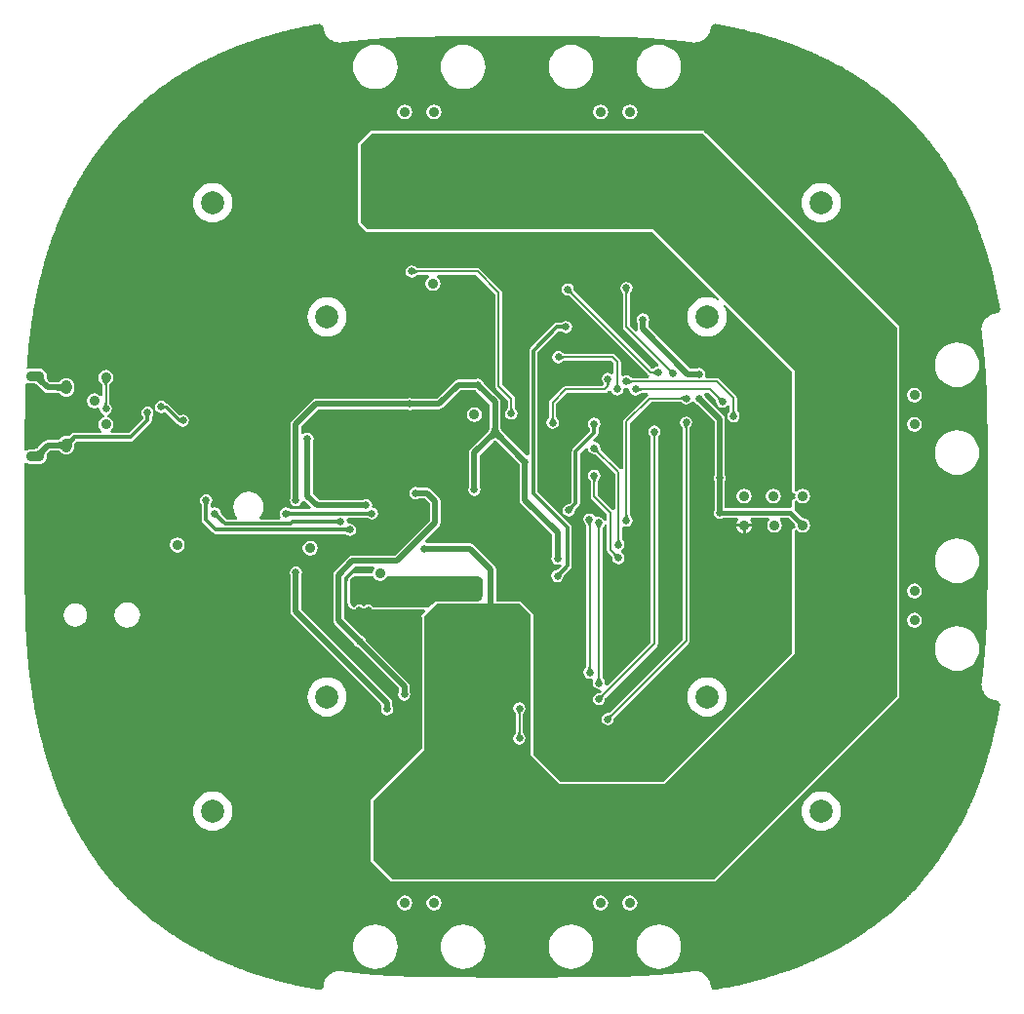
<source format=gbl>
G04*
G04 #@! TF.GenerationSoftware,Altium Limited,Altium NEXUS,1.1.6 (48)*
G04*
G04 Layer_Physical_Order=2*
G04 Layer_Color=16711680*
%FSLAX44Y44*%
%MOMM*%
G71*
G01*
G75*
%ADD11C,0.2000*%
%ADD14C,0.2540*%
%ADD19C,0.5000*%
%ADD21C,0.3000*%
%ADD23C,0.4000*%
%ADD108C,0.3500*%
%ADD110C,0.8800*%
%ADD111C,2.0000*%
%ADD112O,0.9500X1.2500*%
%ADD113O,1.5500X0.9000*%
%ADD114C,0.6500*%
%ADD115C,0.6400*%
G36*
X172698Y419358D02*
X173444Y419222D01*
X173806Y419155D01*
X173806Y419155D01*
X174182Y419086D01*
X174552Y419017D01*
X174919Y418949D01*
X175290Y418879D01*
X175663Y418809D01*
X176035Y418739D01*
X176035D01*
X176406Y418668D01*
X176775Y418598D01*
X177146Y418527D01*
X177518Y418456D01*
X177890Y418384D01*
X178264Y418312D01*
X178636Y418240D01*
X179008Y418168D01*
X179376Y418096D01*
X179747Y418023D01*
X180118Y417951D01*
X180493Y417877D01*
X180861Y417804D01*
X181235Y417730D01*
X181235D01*
X181602Y417657D01*
X181602Y417657D01*
X181976Y417583D01*
X182343Y417509D01*
X182717Y417434D01*
X183083Y417360D01*
X183453Y417285D01*
X183825Y417210D01*
X184197Y417134D01*
X184563Y417059D01*
X184563Y417059D01*
X184936Y416982D01*
X185301Y416906D01*
X185302Y416906D01*
X185671Y416830D01*
X186040Y416753D01*
X186413Y416675D01*
X186778Y416598D01*
X187146Y416520D01*
X187519Y416441D01*
X187888Y416362D01*
X188252Y416285D01*
X188620Y416205D01*
X188993Y416125D01*
X188993D01*
X189356Y416046D01*
X189356Y416046D01*
X189729Y415965D01*
X190086Y415887D01*
X192299Y415394D01*
X194500Y414890D01*
X196698Y414374D01*
X198894Y413844D01*
X201087Y413302D01*
X204014Y412558D01*
X205464Y412180D01*
X206927Y411793D01*
X208374Y411404D01*
X209828Y411007D01*
X211278Y410605D01*
X212724Y410198D01*
X215252Y409470D01*
X219944Y408067D01*
X224252Y406717D01*
X227465Y405671D01*
X230674Y404591D01*
X233875Y403480D01*
X235995Y402724D01*
X237408Y402212D01*
X238813Y401695D01*
X240229Y401167D01*
X241633Y400636D01*
X243032Y400100D01*
X244433Y399555D01*
X245822Y399007D01*
X248962Y397740D01*
X252080Y396444D01*
X255191Y395111D01*
X257254Y394205D01*
X258279Y393749D01*
X259302Y393289D01*
X260332Y392821D01*
X261354Y392353D01*
X262377Y391879D01*
X263395Y391404D01*
X264411Y390924D01*
X265425Y390441D01*
X267449Y389462D01*
X269803Y388298D01*
X272146Y387114D01*
X274464Y385914D01*
X278776Y383609D01*
X281392Y382163D01*
X284004Y380684D01*
X285952Y379557D01*
X287239Y378801D01*
X288526Y378036D01*
X289814Y377261D01*
X291089Y376484D01*
X292372Y375692D01*
X293718Y374858D01*
X296400Y373149D01*
X299065Y371407D01*
X301708Y369634D01*
X303011Y368737D01*
X304251Y367880D01*
X305478Y367020D01*
X306693Y366158D01*
X308213Y365065D01*
X309719Y363966D01*
X312424Y361949D01*
X314798Y360131D01*
X317149Y358288D01*
X320652Y355459D01*
X322947Y353551D01*
X325235Y351602D01*
X325793Y351122D01*
X326918Y350141D01*
X328040Y349150D01*
X329152Y348156D01*
X329709Y347653D01*
X330471Y346964D01*
X331985Y345572D01*
X333487Y344169D01*
X334977Y342753D01*
X335710Y342046D01*
X337591Y340210D01*
X339443Y338365D01*
X341806Y335956D01*
X343615Y334069D01*
X345415Y332151D01*
X345976Y331547D01*
X347114Y330305D01*
X348244Y329056D01*
X349363Y327801D01*
X349909Y327181D01*
X351891Y324902D01*
X352554Y324130D01*
X353880Y322562D01*
X355196Y320980D01*
X356500Y319386D01*
X357144Y318587D01*
X357671Y317932D01*
X358716Y316615D01*
X359753Y315290D01*
X360784Y313956D01*
X361286Y313297D01*
X362195Y312096D01*
X363092Y310897D01*
X363981Y309694D01*
X364867Y308482D01*
X365276Y307919D01*
X366097Y306776D01*
X366909Y305633D01*
X367718Y304482D01*
X368109Y303919D01*
X369807Y301445D01*
X372306Y297688D01*
X372909Y296761D01*
X373515Y295820D01*
X374121Y294871D01*
X374724Y293918D01*
X375319Y292968D01*
X375914Y292011D01*
X376500Y291059D01*
X377670Y289133D01*
X378631Y287526D01*
X379580Y285913D01*
X380518Y284295D01*
X381444Y282673D01*
X382914Y280042D01*
X383629Y278738D01*
X384342Y277419D01*
X385047Y276100D01*
X385748Y274770D01*
X386437Y273446D01*
X387633Y271109D01*
X389141Y268086D01*
X390775Y264710D01*
X392366Y261313D01*
X394070Y257552D01*
X395724Y253764D01*
X396600Y251699D01*
X397465Y249620D01*
X398316Y247532D01*
X399152Y245440D01*
X399973Y243341D01*
X400645Y241592D01*
X401311Y239830D01*
X401964Y238070D01*
X402608Y236306D01*
X403243Y234536D01*
X403863Y232775D01*
X405447Y228140D01*
X406963Y223489D01*
X407974Y220256D01*
X408410Y218828D01*
X408734Y217749D01*
X409055Y216671D01*
X409375Y215582D01*
X409689Y214501D01*
X410001Y213417D01*
X410311Y212323D01*
X410614Y211246D01*
X411115Y209433D01*
X411995Y206158D01*
X412847Y202878D01*
X413672Y199584D01*
X414204Y197392D01*
X414637Y195563D01*
X415065Y193725D01*
X415483Y191886D01*
X415892Y190048D01*
X416290Y188224D01*
X417673Y181553D01*
X418248Y178606D01*
X418804Y175645D01*
X419340Y172669D01*
X419407Y172289D01*
X419385Y171499D01*
X419206Y170729D01*
X418876Y170011D01*
X418408Y169373D01*
X417822Y168843D01*
X417142Y168441D01*
X416394Y168183D01*
X415518Y168068D01*
X415400Y168028D01*
X415275Y168030D01*
X414421Y167876D01*
X414075Y167740D01*
X413706Y167693D01*
X412062Y167142D01*
X411633Y166897D01*
X411165Y166742D01*
X409657Y165886D01*
X409283Y165563D01*
X408853Y165321D01*
X407537Y164192D01*
X407233Y163803D01*
X406857Y163483D01*
X405782Y162122D01*
X405557Y161683D01*
X405250Y161296D01*
X404456Y159755D01*
X404320Y159280D01*
X404092Y158842D01*
X403609Y157177D01*
X403566Y156685D01*
X403427Y156211D01*
X403272Y154484D01*
X403311Y154115D01*
X403259Y153747D01*
X403307Y152880D01*
X403339Y152758D01*
X403327Y152631D01*
X403391Y152022D01*
X403391Y152018D01*
X403391Y152015D01*
X403424Y151710D01*
X403424Y151707D01*
X403424Y151705D01*
X403457Y151400D01*
X403458Y151397D01*
X403457Y151393D01*
X403490Y151088D01*
X403492Y151085D01*
X403491Y151081D01*
X403525Y150776D01*
X403526Y150772D01*
X403526Y150768D01*
X403559Y150463D01*
X403561Y150459D01*
X403561Y150454D01*
X403595Y150150D01*
X403597Y150145D01*
X403596Y150140D01*
X403631Y149835D01*
X403633Y149830D01*
X403633Y149824D01*
X403668Y149520D01*
X403670Y149514D01*
X403670Y149508D01*
X403706Y149204D01*
X403708Y149198D01*
X403708Y149191D01*
X403745Y148887D01*
X403747Y148881D01*
X403747Y148874D01*
X403785Y148570D01*
X403787Y148563D01*
X403787Y148555D01*
X403825Y148251D01*
X403828Y148244D01*
X403827Y148236D01*
X403867Y147932D01*
X403870Y147924D01*
X403869Y147916D01*
X403910Y147612D01*
X403913Y147604D01*
X403912Y147596D01*
X403954Y147293D01*
X403956Y147287D01*
X403956Y147282D01*
X403998Y146978D01*
X403998Y146978D01*
X403998Y146977D01*
X404040Y146679D01*
X404081Y146384D01*
X404119Y146101D01*
X404155Y145827D01*
X404190Y145544D01*
X404224Y145265D01*
X404257Y144980D01*
X404289Y144687D01*
X404320Y144405D01*
X404352Y144109D01*
X404384Y143804D01*
X404384Y143804D01*
X404415Y143507D01*
X404447Y143202D01*
X404447Y143201D01*
X404447Y143201D01*
X404478Y142896D01*
X404479Y142894D01*
X404479Y142891D01*
X404511Y142586D01*
X404512Y142583D01*
X404512Y142579D01*
X404544Y142275D01*
X404546Y142269D01*
X404545Y142264D01*
X404578Y141959D01*
X404580Y141953D01*
X404580Y141946D01*
X404614Y141641D01*
X404616Y141633D01*
X404616Y141624D01*
X404651Y141320D01*
X404653Y141312D01*
X404652Y141304D01*
X404688Y140999D01*
X404690Y140993D01*
X404690Y140986D01*
X404726Y140682D01*
X404728Y140677D01*
X404728Y140672D01*
X404765Y140367D01*
X404766Y140363D01*
X404766Y140359D01*
X404804Y140055D01*
X404805Y140052D01*
X404804Y140049D01*
X404843Y139745D01*
X404843Y139744D01*
X404843Y139743D01*
X404881Y139439D01*
X404881Y139439D01*
X404881Y139438D01*
X404920Y139134D01*
X404920Y139134D01*
X404957Y138838D01*
X404994Y138536D01*
X405030Y138242D01*
X405065Y137953D01*
X405100Y137656D01*
X405132Y137374D01*
X405164Y137087D01*
X405195Y136807D01*
X405223Y136526D01*
X405251Y136244D01*
X405276Y135965D01*
X405302Y135678D01*
X405328Y135372D01*
X405328Y135370D01*
X405328Y135368D01*
X405355Y135063D01*
X405357Y135055D01*
X405356Y135048D01*
X405384Y134742D01*
X405388Y134729D01*
X405386Y134715D01*
X405415Y134410D01*
X405421Y134392D01*
X405419Y134373D01*
X405451Y134068D01*
X405456Y134052D01*
X405454Y134036D01*
X405487Y133731D01*
X405490Y133722D01*
X405489Y133713D01*
X405524Y133408D01*
X405524Y133407D01*
X405524Y133406D01*
X405558Y133104D01*
X405590Y132823D01*
X405620Y132543D01*
X405647Y132269D01*
X405674Y131985D01*
X405700Y131702D01*
X405724Y131421D01*
X405748Y131128D01*
X405772Y130828D01*
X405795Y130534D01*
X405818Y130239D01*
X405841Y129934D01*
X405864Y129628D01*
X405865Y129627D01*
X405865Y129625D01*
X405888Y129320D01*
X405889Y129317D01*
X405888Y129315D01*
X405912Y129009D01*
X405913Y129005D01*
X405913Y129000D01*
X405937Y128694D01*
X405939Y128688D01*
X405938Y128682D01*
X405963Y128377D01*
X405965Y128369D01*
X405964Y128361D01*
X405990Y128056D01*
X405992Y128048D01*
X405992Y128039D01*
X406018Y127734D01*
X406021Y127727D01*
X406020Y127719D01*
X406048Y127414D01*
X406049Y127408D01*
X406049Y127402D01*
X406077Y127097D01*
X406079Y127092D01*
X406078Y127087D01*
X406107Y126782D01*
X406108Y126778D01*
X406108Y126774D01*
X406137Y126469D01*
X406138Y126467D01*
X406138Y126465D01*
X406168Y126160D01*
X406168Y126159D01*
X406168Y126157D01*
X406198Y125852D01*
X406198Y125852D01*
X406198Y125852D01*
X406227Y125550D01*
X406257Y125250D01*
X406286Y124945D01*
X406315Y124648D01*
X406341Y124363D01*
X406368Y124068D01*
X406393Y123779D01*
X406417Y123490D01*
X406440Y123208D01*
X406461Y122929D01*
X406481Y122645D01*
X406499Y122366D01*
X406518Y122066D01*
X406536Y121769D01*
X406536Y121767D01*
X406536Y121765D01*
X406555Y121459D01*
X406557Y121452D01*
X406556Y121444D01*
X406575Y121138D01*
X406579Y121126D01*
X406577Y121113D01*
X406598Y120807D01*
X406603Y120790D01*
X406601Y120772D01*
X406624Y120467D01*
X406628Y120451D01*
X406626Y120436D01*
X406651Y120130D01*
X406654Y120121D01*
X406653Y120112D01*
X406679Y119806D01*
X406680Y119803D01*
X406679Y119800D01*
X406706Y119495D01*
X406731Y119204D01*
X406754Y118924D01*
X406776Y118641D01*
X406796Y118364D01*
X406815Y118073D01*
X406834Y117786D01*
X406851Y117504D01*
X406868Y117206D01*
X406884Y116906D01*
X406884Y116906D01*
X406899Y116617D01*
X406915Y116311D01*
X406930Y116012D01*
X406930Y116011D01*
X406961Y115399D01*
X406962Y115398D01*
X406961Y115396D01*
X406977Y115090D01*
X406977Y115088D01*
X406977Y115085D01*
X406993Y114779D01*
X406994Y114775D01*
X406993Y114771D01*
X407010Y114465D01*
X407011Y114460D01*
X407010Y114455D01*
X407027Y114149D01*
X407029Y114143D01*
X407028Y114136D01*
X407046Y113830D01*
X407048Y113823D01*
X407047Y113815D01*
X407065Y113509D01*
X407067Y113502D01*
X407066Y113495D01*
X407085Y113189D01*
X407087Y113183D01*
X407086Y113177D01*
X407107Y112871D01*
X407108Y112866D01*
X407107Y112861D01*
X407128Y112555D01*
X407129Y112551D01*
X407128Y112548D01*
X407150Y112242D01*
X407150Y112240D01*
X407150Y112237D01*
X407172Y111931D01*
X407172Y111930D01*
X407172Y111929D01*
X407215Y111318D01*
X407236Y111017D01*
X407257Y110714D01*
X407277Y110425D01*
X407297Y110122D01*
X407315Y109833D01*
X407333Y109542D01*
X407349Y109261D01*
X407365Y108971D01*
X407378Y108689D01*
X407391Y108403D01*
X407402Y108118D01*
X407414Y107817D01*
X407425Y107513D01*
X407426Y107509D01*
X407425Y107504D01*
X407437Y107198D01*
X407439Y107189D01*
X407438Y107179D01*
X407451Y106873D01*
X407454Y106858D01*
X407452Y106843D01*
X407467Y106537D01*
X407471Y106522D01*
X407468Y106507D01*
X407485Y106201D01*
X407488Y106190D01*
X407486Y106180D01*
X407504Y105874D01*
X407505Y105868D01*
X407505Y105862D01*
X407523Y105556D01*
X407523Y105555D01*
X407523Y105555D01*
X407542Y105252D01*
X407559Y104965D01*
X407575Y104673D01*
X407590Y104389D01*
X407603Y104105D01*
X407616Y103810D01*
X407627Y103529D01*
X407638Y103234D01*
X407649Y102938D01*
X407658Y102646D01*
X407668Y102339D01*
X407676Y102043D01*
Y102043D01*
X407685Y101737D01*
X407694Y101433D01*
X407694Y101433D01*
X407694Y101432D01*
X407703Y101126D01*
X407703Y101125D01*
X407703Y101124D01*
X407712Y100817D01*
X407712Y100815D01*
X407712Y100813D01*
X407721Y100507D01*
X407722Y100503D01*
X407721Y100500D01*
X407731Y100194D01*
X407732Y100189D01*
X407731Y100185D01*
X407741Y99878D01*
X407743Y99873D01*
X407742Y99867D01*
X407752Y99561D01*
X407754Y99556D01*
X407753Y99550D01*
X407764Y99244D01*
X407765Y99240D01*
X407765Y99235D01*
X407777Y98929D01*
X407778Y98925D01*
X407777Y98920D01*
X407789Y98614D01*
X407790Y98611D01*
X407790Y98608D01*
X407803Y98301D01*
X407803Y98299D01*
X407803Y98296D01*
X407816Y97989D01*
X407817Y97987D01*
X407816Y97986D01*
X407830Y97680D01*
X407830Y97678D01*
X407830Y97676D01*
X407844Y97370D01*
X407844Y97369D01*
X407844Y97369D01*
X407871Y96757D01*
X407885Y96451D01*
X407898Y96151D01*
X407911Y95845D01*
X407924Y95550D01*
X407936Y95247D01*
X407948Y94947D01*
X407959Y94657D01*
X407970Y94356D01*
X407980Y94068D01*
X407989Y93765D01*
X407997Y93479D01*
X408005Y93192D01*
X408012Y92888D01*
X408018Y92597D01*
X408023Y92300D01*
X408028Y92007D01*
X408033Y91702D01*
X408033Y91702D01*
X408037Y91408D01*
X408041Y91101D01*
X408044Y90798D01*
X408044Y90798D01*
X408048Y90491D01*
X408048Y90491D01*
X408048Y90490D01*
X408052Y90184D01*
X408052Y90182D01*
X408052Y90180D01*
X408056Y89874D01*
X408056Y89872D01*
X408056Y89870D01*
X408060Y89563D01*
X408060Y89561D01*
X408060Y89559D01*
X408065Y89253D01*
X408065Y89251D01*
X408065Y89249D01*
X408069Y88943D01*
X408070Y88941D01*
X408069Y88940D01*
X408074Y88633D01*
X408075Y88632D01*
X408074Y88630D01*
X408079Y88323D01*
X408080Y88322D01*
X408079Y88321D01*
X408085Y88014D01*
X408085Y88013D01*
X408085Y88012D01*
X408090Y87705D01*
X408090Y87704D01*
X408090Y87703D01*
X408096Y87396D01*
X408096Y87395D01*
X408096Y87394D01*
X408101Y87088D01*
X408102Y87086D01*
X408102Y87085D01*
X408107Y86779D01*
X408107Y86778D01*
X408107Y86777D01*
X408113Y86471D01*
X408114Y86470D01*
X408113Y86469D01*
X408119Y86163D01*
X408120Y86162D01*
X408119Y86161D01*
X408125Y85855D01*
X408126Y85854D01*
X408126Y85854D01*
X408132Y85547D01*
X408132Y85546D01*
X408132Y85546D01*
X408138Y85239D01*
X408138Y85239D01*
X408138Y85239D01*
X408144Y84932D01*
X408145Y84932D01*
X408144Y84931D01*
X408157Y84318D01*
X408157Y84318D01*
X408157Y84318D01*
X408164Y84011D01*
X408164Y84011D01*
X408164Y84011D01*
X408177Y83399D01*
X408183Y83093D01*
X408183Y83093D01*
X408196Y82481D01*
X408202Y82176D01*
X408208Y81872D01*
X408214Y81565D01*
X408214Y81565D01*
X408220Y81262D01*
X408226Y80958D01*
X408232Y80652D01*
X408238Y80347D01*
X408243Y80044D01*
X408243Y80044D01*
X408249Y79737D01*
X408254Y79433D01*
X408259Y79129D01*
X408265Y78823D01*
X408270Y78518D01*
X408270Y78518D01*
X408275Y78214D01*
X408275Y78214D01*
X408280Y77908D01*
X408280Y77908D01*
X408284Y77604D01*
X408289Y77299D01*
X408294Y76992D01*
X408294Y76992D01*
X408299Y76688D01*
X408303Y76383D01*
Y76382D01*
X408308Y76076D01*
X408312Y75771D01*
Y75771D01*
X408317Y75465D01*
X408317Y75465D01*
X408321Y75160D01*
X408321Y75160D01*
X408326Y74854D01*
X408330Y74548D01*
X408334Y74243D01*
Y74243D01*
X408343Y73631D01*
X408347Y73326D01*
X408347Y73326D01*
X408355Y72713D01*
X408363Y72100D01*
X408367Y71795D01*
X408367Y71795D01*
X408367Y71794D01*
X408372Y71489D01*
X408371Y71489D01*
X408380Y70876D01*
X408387Y70264D01*
X408391Y69957D01*
X408396Y69651D01*
X408399Y69346D01*
X408399Y69346D01*
X408407Y68734D01*
X408411Y68428D01*
X408419Y67816D01*
X408419Y67816D01*
X408426Y67203D01*
X408430Y66898D01*
X408430Y66898D01*
X408434Y66592D01*
X408441Y65980D01*
X408445Y65674D01*
X408448Y65369D01*
X408448Y65369D01*
X408451Y65063D01*
X408459Y64452D01*
X408458Y64452D01*
X408462Y64145D01*
X408465Y63840D01*
X408469Y63535D01*
X408475Y62922D01*
X408475Y62922D01*
X408481Y62312D01*
X408481Y62312D01*
X408484Y62005D01*
X408487Y61700D01*
X408490Y61395D01*
X408490Y61395D01*
X408496Y60782D01*
X408499Y60476D01*
X408502Y60170D01*
X408505Y59865D01*
X408505Y59865D01*
X408508Y59559D01*
X408513Y58947D01*
X408516Y58641D01*
X408519Y58336D01*
X408519Y58336D01*
X408524Y57723D01*
X408526Y57417D01*
X408531Y56805D01*
X408536Y56194D01*
X408536Y56194D01*
X408539Y55887D01*
X408544Y55275D01*
X408549Y54663D01*
X408553Y54050D01*
X408556Y53745D01*
X408556Y53745D01*
X408556Y53744D01*
X408558Y53438D01*
X408563Y52826D01*
X408563Y52826D01*
X408567Y52214D01*
X408571Y51601D01*
X408574Y51295D01*
X408576Y50989D01*
X408580Y50377D01*
X408584Y49766D01*
X408584Y49766D01*
X408588Y49153D01*
X408592Y48541D01*
X408596Y47929D01*
X408600Y47317D01*
X408602Y47012D01*
X408602Y47011D01*
X408605Y46399D01*
X408609Y45787D01*
X408610Y45481D01*
X408612Y45175D01*
X408615Y44563D01*
X408619Y43952D01*
X408619Y43952D01*
X408622Y43339D01*
X408623Y43033D01*
X408626Y42421D01*
X408629Y41809D01*
X408630Y41503D01*
X408634Y40584D01*
X408637Y39972D01*
X408639Y39359D01*
X408641Y39053D01*
X408641Y39053D01*
X408641Y39053D01*
X408643Y38440D01*
X408644Y38135D01*
X408644Y38134D01*
X408644Y38134D01*
X408646Y37828D01*
X408648Y37215D01*
X408649Y36909D01*
X408649Y36909D01*
X408649Y36909D01*
X408652Y36296D01*
X408653Y35990D01*
X408653Y35990D01*
X408653Y35989D01*
X408654Y35683D01*
X408660Y34152D01*
X408660Y34152D01*
X408662Y33539D01*
X408666Y32620D01*
X408669Y31701D01*
X408671Y31089D01*
X408672Y30783D01*
X408674Y30171D01*
X408675Y29865D01*
X408676Y29559D01*
X408678Y28947D01*
X408679Y28335D01*
X408680Y28029D01*
X408682Y27419D01*
X408682Y27419D01*
X408683Y26806D01*
X408683Y26500D01*
X408684Y26195D01*
X408685Y25582D01*
X408686Y24971D01*
X408687Y24358D01*
X408687Y24053D01*
X408688Y23440D01*
X408688Y23134D01*
X408689Y22215D01*
X408689Y21909D01*
X408689Y21603D01*
X408689Y21603D01*
X408689Y21603D01*
X408689Y21296D01*
X408690Y20990D01*
X408690Y20990D01*
X408690Y20990D01*
X408690Y20683D01*
X408690Y20377D01*
X408690Y20377D01*
X408690Y20377D01*
X408690Y20070D01*
X408691Y19764D01*
X408691Y19764D01*
X408691Y19764D01*
X408691Y19151D01*
X408691Y19151D01*
X408691Y19151D01*
X408692Y18231D01*
X408692Y18231D01*
X408692Y18231D01*
X408693Y17618D01*
X408693Y17618D01*
X408693Y17618D01*
X408693Y17311D01*
X408693Y17311D01*
X408693Y17311D01*
X408694Y16391D01*
X408694Y16391D01*
X408694Y16391D01*
X408696Y15165D01*
X408696Y15165D01*
X408696Y15165D01*
X408696Y14858D01*
X408696Y14552D01*
X408696Y14552D01*
X408696Y14552D01*
X408697Y14245D01*
X408697Y13939D01*
X408697Y13939D01*
X408697Y13939D01*
X408698Y13633D01*
X408698Y13020D01*
X408699Y12714D01*
X408699Y12714D01*
X408699Y12714D01*
X408699Y12407D01*
X408699Y12101D01*
X408700Y11795D01*
X408700Y11795D01*
X408700Y11795D01*
X408700Y11488D01*
X408701Y10570D01*
X408702Y9958D01*
X408702Y9345D01*
X408702Y8733D01*
X408703Y8121D01*
X408703Y7815D01*
X408703Y7509D01*
X408703Y6897D01*
X408703Y6284D01*
Y5672D01*
X408703Y4753D01*
X408703Y3834D01*
X408703Y3221D01*
X408703Y3221D01*
X408703Y3221D01*
X408703Y2608D01*
X408702Y1996D01*
X408702Y1995D01*
X408702Y1995D01*
X408702Y1689D01*
X408702Y1689D01*
X408702Y1688D01*
X408702Y1076D01*
X408702Y1076D01*
X408702Y1076D01*
X408702Y463D01*
X408702Y462D01*
X408702Y462D01*
Y157D01*
X408702Y-73D01*
X408702Y-74D01*
X408702Y-75D01*
X408702Y-381D01*
X408702Y-381D01*
X408702Y-381D01*
X408702Y-1071D01*
X408702Y-1071D01*
X408702Y-1071D01*
X408702Y-1377D01*
X408702Y-1683D01*
X408702Y-1684D01*
X408702Y-1684D01*
X408702Y-1990D01*
X408702Y-1990D01*
X408702Y-1991D01*
X408702Y-2297D01*
X408703Y-3216D01*
X408703Y-3216D01*
X408703Y-3216D01*
X408703Y-3523D01*
X408703Y-4748D01*
X408703Y-5667D01*
Y-6585D01*
X408703Y-7504D01*
X408703Y-7810D01*
X408703Y-8116D01*
X408702Y-8728D01*
X408702Y-9340D01*
X408702Y-9953D01*
X408701Y-10565D01*
X408700Y-11484D01*
X408700Y-11790D01*
X408699Y-12709D01*
X408698Y-13321D01*
X408697Y-13934D01*
X408697Y-13934D01*
X408697Y-13934D01*
X408696Y-14853D01*
X408696Y-14854D01*
X408696Y-14854D01*
X408695Y-15466D01*
X408695Y-15466D01*
X408695Y-15467D01*
X408694Y-16386D01*
X408694Y-16386D01*
X408694Y-16386D01*
X408693Y-17306D01*
X408693Y-17306D01*
X408693Y-17306D01*
X408693Y-17613D01*
X408693Y-17613D01*
X408693Y-17613D01*
X408692Y-18532D01*
X408692Y-18533D01*
X408692Y-18533D01*
X408691Y-18839D01*
X408691Y-18839D01*
X408691Y-18840D01*
X408691Y-19452D01*
X408691Y-19453D01*
X408691Y-19453D01*
X408691Y-19759D01*
X408690Y-20372D01*
X408690Y-20372D01*
X408690Y-20372D01*
X408689Y-21291D01*
X408690Y-21291D01*
X408689Y-21291D01*
X408689Y-21598D01*
X408689Y-22210D01*
X408688Y-23129D01*
X408687Y-23741D01*
X408686Y-24660D01*
X408685Y-25272D01*
X408685Y-25884D01*
X408684Y-26189D01*
X408683Y-26495D01*
X408683Y-26801D01*
X408682Y-27107D01*
X408682Y-27413D01*
X408682Y-27413D01*
X408681Y-27718D01*
X408680Y-28024D01*
X408679Y-28331D01*
X408679Y-28636D01*
X408677Y-29248D01*
X408676Y-29554D01*
X408674Y-30166D01*
X408673Y-30472D01*
X408672Y-30778D01*
X408671Y-31084D01*
X408669Y-31696D01*
X408667Y-32309D01*
X408665Y-32921D01*
X408662Y-33534D01*
X408660Y-34147D01*
X408660Y-34147D01*
X408654Y-35678D01*
X408652Y-36291D01*
X408652Y-36291D01*
X408652Y-36291D01*
X408651Y-36597D01*
X408644Y-38129D01*
X408641Y-39048D01*
X408638Y-39660D01*
X408634Y-40579D01*
X408633Y-40885D01*
X408633Y-40886D01*
X408633Y-40886D01*
X408632Y-41191D01*
X408629Y-41804D01*
X408627Y-42110D01*
X408625Y-42722D01*
X408620Y-43641D01*
X408620Y-43641D01*
X408615Y-44558D01*
X408612Y-45170D01*
X408609Y-45782D01*
X408607Y-46088D01*
X408604Y-46701D01*
X408604Y-46701D01*
X408600Y-47312D01*
X408596Y-47924D01*
X408594Y-48230D01*
X408590Y-48842D01*
X408588Y-49148D01*
X408584Y-49761D01*
X408584Y-49761D01*
X408580Y-50372D01*
X408576Y-50984D01*
X408574Y-51290D01*
X408572Y-51596D01*
X408567Y-52208D01*
X408563Y-52821D01*
X408563Y-52821D01*
X408560Y-53127D01*
X408556Y-53739D01*
X408549Y-54657D01*
X408544Y-55270D01*
X408541Y-55576D01*
X408539Y-55882D01*
X408539Y-55882D01*
X408534Y-56494D01*
X408529Y-57106D01*
X408524Y-57718D01*
X408518Y-58331D01*
X408518Y-58331D01*
X408516Y-58636D01*
X408510Y-59248D01*
X408507Y-59553D01*
X408502Y-60166D01*
X408502Y-60166D01*
X408499Y-60472D01*
X408493Y-61083D01*
X408490Y-61390D01*
X408490Y-61390D01*
X408487Y-61695D01*
X408481Y-62307D01*
X408478Y-62613D01*
X408478Y-62613D01*
X408475Y-62918D01*
X408472Y-63222D01*
X408448Y-65367D01*
X408427Y-67198D01*
X408427Y-67198D01*
X408404Y-69036D01*
X408380Y-70871D01*
X408359Y-72398D01*
X408355Y-72704D01*
X408350Y-73010D01*
X408350Y-73010D01*
X408346Y-73315D01*
X408342Y-73622D01*
Y-73622D01*
X408333Y-74233D01*
X408328Y-74539D01*
Y-74539D01*
X408319Y-75150D01*
X408314Y-75457D01*
X408305Y-76068D01*
X408305Y-76068D01*
X408300Y-76374D01*
X408295Y-76680D01*
X408295Y-76681D01*
X408291Y-76986D01*
X408286Y-77291D01*
X408286Y-77292D01*
X408281Y-77598D01*
X408281Y-77598D01*
X408276Y-77904D01*
X408271Y-78210D01*
X408261Y-78822D01*
X408261Y-78822D01*
X408256Y-79127D01*
X408251Y-79434D01*
X408241Y-80045D01*
X408241Y-80045D01*
X408236Y-80351D01*
X408226Y-80964D01*
X408215Y-81576D01*
X408210Y-81881D01*
X408205Y-82187D01*
X408194Y-82799D01*
X408189Y-83104D01*
X408183Y-83411D01*
X408178Y-83716D01*
X408172Y-84022D01*
X408167Y-84327D01*
X408161Y-84634D01*
X408156Y-84938D01*
X408156Y-84938D01*
X408150Y-85245D01*
X408144Y-85550D01*
X408139Y-85855D01*
X408139Y-85855D01*
X408133Y-86161D01*
X408127Y-86468D01*
X408121Y-86773D01*
X408115Y-87078D01*
X408109Y-87383D01*
X408103Y-87689D01*
X408097Y-87993D01*
X408091Y-88300D01*
X408091Y-88300D01*
X408084Y-88604D01*
X408078Y-88910D01*
X408072Y-89214D01*
X408065Y-89521D01*
X408059Y-89825D01*
X408052Y-90131D01*
X408046Y-90435D01*
X408039Y-90740D01*
X408032Y-91046D01*
X408025Y-91349D01*
X408018Y-91656D01*
X408011Y-91960D01*
X408004Y-92264D01*
X407996Y-92567D01*
X407989Y-92871D01*
X407981Y-93175D01*
X407981Y-93175D01*
X407974Y-93480D01*
X407966Y-93783D01*
X407932Y-95002D01*
X407888Y-96557D01*
X407783Y-99663D01*
X407659Y-102778D01*
X407520Y-105882D01*
X407441Y-107434D01*
X407228Y-111384D01*
X407065Y-114109D01*
X406888Y-116839D01*
X406699Y-119568D01*
X406497Y-122295D01*
X406426Y-123207D01*
X406379Y-123806D01*
X406330Y-124417D01*
X406282Y-125023D01*
X406233Y-125623D01*
X406183Y-126228D01*
X406131Y-126839D01*
X406080Y-127444D01*
X406028Y-128043D01*
X405975Y-128648D01*
X405975Y-128648D01*
X405921Y-129258D01*
X405868Y-129857D01*
X405813Y-130462D01*
X405757Y-131072D01*
X405701Y-131669D01*
X405644Y-132278D01*
X405586Y-132881D01*
X405527Y-133487D01*
X405468Y-134089D01*
X405378Y-134988D01*
X405285Y-135903D01*
Y-135903D01*
X405077Y-137931D01*
X404623Y-142000D01*
X404133Y-146064D01*
X403608Y-150121D01*
X403327Y-152148D01*
X403334Y-152275D01*
X403299Y-152398D01*
X403220Y-153282D01*
X403261Y-153659D01*
X403210Y-154035D01*
X403315Y-155805D01*
X403443Y-156292D01*
X403474Y-156796D01*
X403924Y-158510D01*
X404145Y-158964D01*
X404273Y-159452D01*
X405051Y-161044D01*
X405356Y-161446D01*
X405578Y-161899D01*
X406653Y-163308D01*
X407031Y-163642D01*
X407337Y-164043D01*
X408668Y-165215D01*
X409104Y-165468D01*
X409483Y-165801D01*
X411017Y-166689D01*
X411494Y-166852D01*
X411931Y-167104D01*
X413609Y-167674D01*
X413986Y-167724D01*
X414339Y-167863D01*
X415212Y-168022D01*
X415339Y-168020D01*
X415460Y-168060D01*
X416414Y-168185D01*
X417163Y-168444D01*
X417845Y-168848D01*
X418431Y-169381D01*
X418899Y-170020D01*
X419228Y-170741D01*
X419406Y-171513D01*
X419425Y-172305D01*
X419356Y-172690D01*
X419221Y-173433D01*
X419152Y-173808D01*
X419084Y-174178D01*
X419017Y-174544D01*
X418947Y-174919D01*
X418879Y-175285D01*
X418808Y-175660D01*
Y-175660D01*
X418739Y-176028D01*
X418668Y-176402D01*
Y-176402D01*
X418598Y-176774D01*
X418528Y-177142D01*
X418456Y-177516D01*
X418385Y-177885D01*
X418385Y-177885D01*
X418313Y-178260D01*
X418242Y-178628D01*
X418169Y-179002D01*
X418097Y-179374D01*
X418026Y-179741D01*
X417952Y-180116D01*
X417879Y-180487D01*
X417807Y-180854D01*
X417733Y-181224D01*
X417660Y-181595D01*
X417586Y-181966D01*
X417512Y-182336D01*
X417436Y-182710D01*
X417362Y-183080D01*
X417288Y-183446D01*
X417212Y-183816D01*
X417137Y-184186D01*
X417061Y-184555D01*
X416985Y-184926D01*
X416908Y-185298D01*
Y-185298D01*
X416832Y-185663D01*
X416754Y-186036D01*
X416677Y-186406D01*
X416600Y-186770D01*
X416600Y-186770D01*
X416521Y-187143D01*
Y-187143D01*
X416443Y-187512D01*
X416365Y-187876D01*
X416287Y-188244D01*
X416206Y-188617D01*
Y-188617D01*
X416128Y-188981D01*
X416047Y-189353D01*
X415971Y-189700D01*
X414633Y-195602D01*
X413934Y-198524D01*
X413210Y-201451D01*
X412654Y-203641D01*
X412277Y-205092D01*
X411893Y-206553D01*
X411504Y-208006D01*
X411110Y-209455D01*
X410707Y-210912D01*
X410302Y-212359D01*
X409854Y-213942D01*
X408929Y-217102D01*
X407976Y-220252D01*
X406994Y-223394D01*
X406492Y-224952D01*
X406141Y-226036D01*
X405790Y-227105D01*
X405435Y-228177D01*
X405078Y-229244D01*
X404716Y-230314D01*
X404349Y-231384D01*
X403983Y-232442D01*
X403610Y-233508D01*
X403238Y-234562D01*
X402082Y-237755D01*
X401695Y-238803D01*
X401300Y-239861D01*
X400901Y-240917D01*
X400500Y-241968D01*
X400095Y-243019D01*
X399687Y-244071D01*
X399276Y-245116D01*
X398576Y-246877D01*
X398297Y-247570D01*
X398016Y-248267D01*
X397732Y-248963D01*
X397452Y-249648D01*
X397163Y-250349D01*
X396876Y-251038D01*
X396583Y-251739D01*
X396295Y-252424D01*
X396002Y-253116D01*
X395709Y-253803D01*
X395411Y-254497D01*
X395115Y-255182D01*
X394818Y-255863D01*
X393905Y-257929D01*
X393291Y-259294D01*
X392668Y-260660D01*
X392038Y-262024D01*
X391405Y-263377D01*
X390766Y-264725D01*
X388954Y-268458D01*
X388122Y-270129D01*
X387276Y-271802D01*
X386421Y-273469D01*
X385554Y-275130D01*
X384500Y-277116D01*
X383428Y-279096D01*
X382345Y-281062D01*
X381238Y-283032D01*
X380411Y-284489D01*
X378714Y-287398D01*
X376979Y-290289D01*
X375209Y-293159D01*
X374309Y-294579D01*
X373501Y-295845D01*
X372689Y-297103D01*
X371871Y-298355D01*
X371045Y-299602D01*
X370215Y-300842D01*
X368520Y-303324D01*
X367670Y-304545D01*
X366808Y-305770D01*
X366155Y-306687D01*
X365504Y-307593D01*
X364843Y-308506D01*
X364183Y-309410D01*
X363066Y-310922D01*
X362396Y-311818D01*
X361718Y-312718D01*
X361040Y-313610D01*
X360355Y-314501D01*
X359668Y-315389D01*
X358978Y-316273D01*
X358283Y-317154D01*
X357124Y-318608D01*
X354992Y-321222D01*
X352833Y-323799D01*
X350380Y-326641D01*
X349648Y-327472D01*
X348905Y-328308D01*
X348153Y-329146D01*
X347403Y-329976D01*
X346647Y-330804D01*
X345884Y-331634D01*
X345120Y-332458D01*
X344095Y-333551D01*
X343585Y-334092D01*
X343066Y-334638D01*
X342553Y-335175D01*
X342032Y-335718D01*
X341513Y-336254D01*
X340993Y-336788D01*
X340472Y-337322D01*
X339942Y-337860D01*
X339419Y-338389D01*
X338890Y-338919D01*
X338370Y-339438D01*
X336763Y-341022D01*
X335963Y-341799D01*
X335154Y-342577D01*
X334344Y-343350D01*
X333530Y-344120D01*
X332710Y-344887D01*
X331885Y-345654D01*
X331068Y-346406D01*
X328842Y-348424D01*
X327165Y-349913D01*
X325475Y-351387D01*
X323778Y-352842D01*
X320612Y-355488D01*
X318293Y-357371D01*
X315935Y-359241D01*
X313887Y-360845D01*
X309700Y-363992D01*
X305451Y-367054D01*
X301139Y-370030D01*
X298964Y-371468D01*
X298016Y-372091D01*
X297075Y-372705D01*
X296131Y-373315D01*
X295189Y-373918D01*
X294235Y-374523D01*
X293286Y-375120D01*
X292335Y-375713D01*
X291378Y-376304D01*
X289453Y-377478D01*
X288493Y-378055D01*
X287527Y-378631D01*
X286558Y-379204D01*
X285593Y-379768D01*
X284620Y-380332D01*
X283647Y-380891D01*
X282672Y-381445D01*
X280703Y-382548D01*
X280048Y-382910D01*
X279398Y-383267D01*
X278739Y-383626D01*
X278082Y-383982D01*
X277416Y-384341D01*
X276766Y-384689D01*
X276098Y-385044D01*
X275435Y-385394D01*
X274771Y-385743D01*
X274112Y-386087D01*
X273440Y-386435D01*
X272777Y-386777D01*
X271103Y-387631D01*
X269426Y-388474D01*
X267749Y-389304D01*
X266061Y-390126D01*
X264377Y-390933D01*
X260963Y-392528D01*
X259611Y-393146D01*
X258241Y-393763D01*
X256870Y-394372D01*
X255497Y-394975D01*
X254126Y-395568D01*
X250649Y-397039D01*
X249884Y-397358D01*
X248314Y-398001D01*
X246751Y-398632D01*
X245184Y-399254D01*
X244400Y-399561D01*
X242290Y-400378D01*
X241236Y-400780D01*
X240187Y-401176D01*
X239130Y-401571D01*
X238075Y-401961D01*
X237017Y-402348D01*
X235950Y-402734D01*
X234892Y-403113D01*
X233831Y-403489D01*
X232775Y-403860D01*
X228852Y-405205D01*
X224911Y-406504D01*
X224118Y-406760D01*
X222506Y-407272D01*
X220893Y-407776D01*
X219273Y-408274D01*
X218471Y-408516D01*
X216665Y-409055D01*
X214861Y-409585D01*
X213049Y-410105D01*
X211242Y-410615D01*
X209427Y-411116D01*
X207977Y-411510D01*
X206524Y-411898D01*
X205059Y-412283D01*
X203601Y-412661D01*
X202148Y-413031D01*
X200688Y-413396D01*
X199227Y-413757D01*
X197028Y-414288D01*
X194459Y-414892D01*
X191888Y-415480D01*
X189302Y-416054D01*
X188209Y-416293D01*
X186000Y-416763D01*
X183781Y-417223D01*
X181567Y-417670D01*
X180464Y-417886D01*
X177127Y-418527D01*
X173787Y-419140D01*
X172671Y-419338D01*
X172289Y-419405D01*
X171498Y-419384D01*
X170729Y-419204D01*
X170011Y-418874D01*
X169373Y-418406D01*
X168843Y-417820D01*
X168440Y-417140D01*
X168183Y-416393D01*
X168062Y-415474D01*
X168022Y-415355D01*
X168024Y-415229D01*
X167868Y-414368D01*
X167731Y-414020D01*
X167683Y-413649D01*
X167126Y-411993D01*
X166878Y-411562D01*
X166721Y-411090D01*
X165854Y-409573D01*
X165527Y-409198D01*
X165282Y-408766D01*
X164138Y-407445D01*
X163745Y-407140D01*
X163420Y-406763D01*
X162043Y-405688D01*
X161599Y-405464D01*
X161207Y-405158D01*
X159648Y-404369D01*
X159169Y-404235D01*
X158726Y-404010D01*
X157044Y-403538D01*
X156548Y-403499D01*
X156069Y-403364D01*
X154328Y-403225D01*
X153956Y-403269D01*
X153585Y-403220D01*
X152712Y-403278D01*
X152589Y-403312D01*
X152461Y-403301D01*
X151852Y-403372D01*
X151849Y-403373D01*
X151845Y-403373D01*
X151541Y-403409D01*
X151538Y-403410D01*
X151535Y-403410D01*
X151230Y-403446D01*
X151228Y-403447D01*
X151225Y-403447D01*
X150921Y-403483D01*
X150918Y-403484D01*
X150914Y-403484D01*
X150610Y-403521D01*
X150607Y-403522D01*
X150604Y-403522D01*
X150300Y-403559D01*
X150296Y-403560D01*
X150292Y-403560D01*
X149988Y-403598D01*
X149985Y-403599D01*
X149982Y-403599D01*
X149678Y-403637D01*
X149674Y-403638D01*
X149670Y-403638D01*
X149366Y-403676D01*
X149362Y-403678D01*
X149357Y-403678D01*
X149053Y-403717D01*
X149050Y-403718D01*
X149045Y-403718D01*
X148742Y-403758D01*
X148737Y-403759D01*
X148733Y-403759D01*
X148429Y-403799D01*
X148425Y-403800D01*
X148420Y-403800D01*
X148116Y-403841D01*
X148111Y-403843D01*
X148106Y-403842D01*
X147803Y-403884D01*
X147798Y-403885D01*
X147793Y-403885D01*
X147490Y-403927D01*
X147485Y-403928D01*
X147481Y-403928D01*
X147177Y-403970D01*
X147176Y-403971D01*
X147175Y-403971D01*
X146872Y-404013D01*
X146585Y-404053D01*
X146291Y-404094D01*
X146008Y-404131D01*
X145730Y-404167D01*
X145454Y-404201D01*
X145165Y-404235D01*
X144885Y-404267D01*
X144592Y-404300D01*
X144298Y-404332D01*
X144000Y-404364D01*
X143705Y-404395D01*
X143402Y-404426D01*
X143402Y-404426D01*
X143098Y-404458D01*
X143097Y-404458D01*
X143097Y-404458D01*
X142792Y-404490D01*
X142790Y-404491D01*
X142788Y-404491D01*
X142483Y-404523D01*
X142480Y-404524D01*
X142476Y-404523D01*
X142171Y-404556D01*
X142166Y-404557D01*
X142161Y-404557D01*
X141856Y-404590D01*
X141850Y-404592D01*
X141844Y-404591D01*
X141539Y-404625D01*
X141532Y-404628D01*
X141524Y-404627D01*
X141220Y-404662D01*
X141213Y-404664D01*
X141206Y-404663D01*
X140902Y-404699D01*
X140896Y-404701D01*
X140891Y-404700D01*
X140587Y-404737D01*
X140582Y-404738D01*
X140577Y-404738D01*
X140273Y-404775D01*
X140270Y-404776D01*
X140266Y-404775D01*
X139962Y-404813D01*
X139960Y-404813D01*
X139957Y-404813D01*
X139653Y-404851D01*
X139652Y-404851D01*
X139651Y-404851D01*
X139347Y-404889D01*
X139347Y-404889D01*
X139346Y-404889D01*
X139042Y-404926D01*
X138744Y-404963D01*
X138744D01*
X138440Y-405001D01*
X138148Y-405036D01*
X137856Y-405071D01*
X137554Y-405107D01*
X137267Y-405140D01*
X136981Y-405172D01*
X136692Y-405204D01*
X136408Y-405234D01*
X136122Y-405262D01*
X135840Y-405290D01*
X135558Y-405316D01*
X135254Y-405343D01*
X134966Y-405369D01*
X134664Y-405395D01*
X134358Y-405421D01*
X134358Y-405421D01*
X134358Y-405421D01*
X134053Y-405448D01*
X134052Y-405448D01*
X134052Y-405448D01*
X133747Y-405474D01*
X133746Y-405474D01*
X133744Y-405474D01*
X133439Y-405501D01*
X133439Y-405501D01*
X133438Y-405501D01*
X133133Y-405527D01*
X133132Y-405528D01*
X133131Y-405527D01*
X132826Y-405554D01*
X132825Y-405554D01*
X132824Y-405554D01*
X132519Y-405581D01*
X132518Y-405581D01*
X132517Y-405581D01*
X132212Y-405608D01*
X132211Y-405608D01*
X132209Y-405608D01*
X131904Y-405635D01*
X131903Y-405636D01*
X131903Y-405636D01*
X131597Y-405663D01*
X131596Y-405663D01*
X131595Y-405663D01*
X131290Y-405690D01*
X131288Y-405691D01*
X131287Y-405690D01*
X130982Y-405718D01*
X130981Y-405718D01*
X130979Y-405718D01*
X130674Y-405746D01*
X130673Y-405746D01*
X130671Y-405746D01*
X130366Y-405774D01*
X130365Y-405774D01*
X130363Y-405774D01*
X130058Y-405802D01*
X130057Y-405802D01*
X130055Y-405802D01*
X129750Y-405830D01*
X129749Y-405831D01*
X129747Y-405831D01*
X129442Y-405859D01*
X129440Y-405860D01*
X129439Y-405859D01*
X129134Y-405888D01*
X129132Y-405888D01*
X129131Y-405888D01*
X128826Y-405917D01*
X128824Y-405918D01*
X128822Y-405917D01*
X128517Y-405946D01*
X128515Y-405947D01*
X128513Y-405947D01*
X128208Y-405976D01*
X128206Y-405976D01*
X128204Y-405976D01*
X127899Y-406006D01*
X127898Y-406006D01*
X127896Y-406006D01*
X127591Y-406035D01*
X127590Y-406036D01*
X127589Y-406036D01*
X127284Y-406065D01*
X127284Y-406066D01*
X127283Y-406065D01*
X126978Y-406095D01*
X126674Y-406125D01*
X126373Y-406154D01*
X126373D01*
X126068Y-406184D01*
X126068Y-406184D01*
X125772Y-406212D01*
X125473Y-406241D01*
X125176Y-406269D01*
X125175D01*
X124870Y-406297D01*
X124579Y-406323D01*
X124281Y-406350D01*
X123996Y-406374D01*
X123698Y-406399D01*
X123406Y-406423D01*
X123110Y-406446D01*
X122826Y-406468D01*
X122539Y-406488D01*
X122246Y-406509D01*
X121961Y-406527D01*
X121661Y-406547D01*
X121358Y-406566D01*
X121058Y-406584D01*
X120449Y-406621D01*
X120448Y-406621D01*
X120448Y-406621D01*
X120142Y-406639D01*
X120142Y-406639D01*
X120141Y-406639D01*
X119836Y-406658D01*
X119835Y-406658D01*
X119834Y-406658D01*
X119529Y-406677D01*
X119528Y-406677D01*
X119528Y-406677D01*
X119222Y-406695D01*
X119222Y-406696D01*
X119221Y-406696D01*
X118915Y-406714D01*
X118914Y-406714D01*
X118914Y-406714D01*
X118608Y-406733D01*
X118608Y-406734D01*
X118607Y-406733D01*
X118301Y-406752D01*
X118300Y-406753D01*
X118299Y-406752D01*
X117993Y-406771D01*
X117993Y-406772D01*
X117992Y-406772D01*
X117686Y-406791D01*
X117685Y-406791D01*
X117684Y-406791D01*
X117379Y-406810D01*
X117378Y-406810D01*
X117376Y-406810D01*
X117071Y-406829D01*
X117070Y-406830D01*
X117069Y-406830D01*
X116763Y-406849D01*
X116762Y-406850D01*
X116761Y-406849D01*
X116455Y-406869D01*
X116454Y-406869D01*
X116453Y-406869D01*
X116147Y-406889D01*
X116146Y-406889D01*
X116145Y-406889D01*
X115839Y-406909D01*
X115838Y-406909D01*
X115836Y-406909D01*
X115531Y-406929D01*
X115529Y-406930D01*
X115528Y-406929D01*
X115222Y-406950D01*
X115221Y-406950D01*
X115219Y-406950D01*
X114914Y-406970D01*
X114912Y-406971D01*
X114911Y-406970D01*
X114605Y-406991D01*
X114604Y-406991D01*
X114602Y-406991D01*
X114296Y-407012D01*
X114295Y-407012D01*
X114293Y-407012D01*
X113987Y-407033D01*
X113986Y-407034D01*
X113984Y-407033D01*
X113678Y-407055D01*
X113676Y-407055D01*
X113675Y-407055D01*
X113369Y-407076D01*
X113368Y-407077D01*
X113367Y-407076D01*
X113061Y-407098D01*
X113061Y-407098D01*
X113060Y-407098D01*
X112754Y-407120D01*
X112754Y-407120D01*
X112754Y-407120D01*
X112448Y-407141D01*
X112448Y-407141D01*
X112147Y-407163D01*
X111845Y-407184D01*
X111845D01*
X111539Y-407205D01*
X111243Y-407225D01*
X110944Y-407245D01*
X110640Y-407265D01*
X110352Y-407284D01*
X110047Y-407303D01*
X109754Y-407320D01*
X109464Y-407337D01*
X109170Y-407353D01*
X108881Y-407368D01*
X108594Y-407383D01*
X108297Y-407396D01*
X108009Y-407408D01*
X107717Y-407420D01*
X107418Y-407432D01*
X107114Y-407443D01*
X106808Y-407455D01*
X106807Y-407455D01*
X106807Y-407455D01*
X106500Y-407466D01*
X106499Y-407466D01*
X106498Y-407466D01*
X105886Y-407489D01*
X105884Y-407490D01*
X105882Y-407490D01*
X105270Y-407513D01*
X105268Y-407514D01*
X105266Y-407513D01*
X104654Y-407537D01*
X104652Y-407538D01*
X104650Y-407538D01*
X104038Y-407562D01*
X104036Y-407563D01*
X104034Y-407562D01*
X103422Y-407587D01*
X103420Y-407588D01*
X103418Y-407588D01*
X102806Y-407613D01*
X102805Y-407613D01*
X102803Y-407613D01*
X102191Y-407639D01*
X102189Y-407639D01*
X102187Y-407639D01*
X101575Y-407665D01*
X101574Y-407666D01*
X101572Y-407665D01*
X100960Y-407692D01*
X100958Y-407692D01*
X100957Y-407692D01*
X100344Y-407719D01*
X100343Y-407719D01*
X100341Y-407719D01*
X99729Y-407747D01*
X99728Y-407747D01*
X99727Y-407747D01*
X99421Y-407761D01*
X99420Y-407761D01*
X99420Y-407761D01*
X98502Y-407803D01*
X98196Y-407816D01*
X97892Y-407830D01*
X97891Y-407830D01*
X97588Y-407844D01*
X97287Y-407857D01*
X97287D01*
X96981Y-407870D01*
X96679Y-407883D01*
X96380Y-407896D01*
X96082Y-407908D01*
X95776Y-407920D01*
X95477Y-407932D01*
X95183Y-407943D01*
X94877Y-407953D01*
X94587Y-407963D01*
X94291Y-407973D01*
X93994Y-407982D01*
X93691Y-407991D01*
X93392Y-407999D01*
X93102Y-408006D01*
X92811Y-408013D01*
X92507Y-408019D01*
X92210Y-408025D01*
X91918Y-408030D01*
X91623Y-408034D01*
X91322Y-408038D01*
X91016Y-408042D01*
X90406Y-408049D01*
X90405Y-408049D01*
X90403Y-408049D01*
X90097Y-408053D01*
X90095Y-408053D01*
X90093Y-408053D01*
X89787Y-408057D01*
X89785Y-408057D01*
X89783Y-408057D01*
X89477Y-408061D01*
X89475Y-408062D01*
X89473Y-408061D01*
X89166Y-408066D01*
X89165Y-408066D01*
X89163Y-408066D01*
X88856Y-408071D01*
X88855Y-408071D01*
X88853Y-408071D01*
X88547Y-408075D01*
X88545Y-408076D01*
X88544Y-408076D01*
X88237Y-408081D01*
X88236Y-408081D01*
X88235Y-408081D01*
X87928Y-408086D01*
X87927Y-408086D01*
X87925Y-408086D01*
X87619Y-408091D01*
X87618Y-408092D01*
X87616Y-408092D01*
X87310Y-408097D01*
X87309Y-408097D01*
X87308Y-408097D01*
X87001Y-408103D01*
X87000Y-408103D01*
X87000Y-408103D01*
X86693Y-408109D01*
X86692Y-408109D01*
X86691Y-408109D01*
X86385Y-408115D01*
X86384Y-408115D01*
X86383Y-408115D01*
X86077Y-408121D01*
X86076Y-408121D01*
X86076Y-408121D01*
X85769Y-408127D01*
X85768Y-408127D01*
X85768Y-408127D01*
X85461Y-408133D01*
X85461Y-408133D01*
X85460Y-408133D01*
X85154Y-408140D01*
X85154Y-408140D01*
X85154Y-408140D01*
X84847Y-408146D01*
X84847Y-408146D01*
X84846Y-408146D01*
X84540Y-408152D01*
X84540Y-408153D01*
X84539Y-408153D01*
X83621Y-408172D01*
X83621Y-408172D01*
X83009Y-408185D01*
X82397Y-408197D01*
X82092Y-408204D01*
X81787Y-408210D01*
X81482Y-408216D01*
X81177Y-408222D01*
X80568Y-408233D01*
X80266Y-408239D01*
X80266Y-408239D01*
X79959Y-408245D01*
X79655Y-408250D01*
X79351Y-408256D01*
X79045Y-408261D01*
X78742Y-408266D01*
X78436Y-408271D01*
X78132Y-408276D01*
X77827Y-408281D01*
X77521Y-408286D01*
X77521Y-408286D01*
X77215Y-408291D01*
X76912Y-408295D01*
X76605Y-408300D01*
X76301Y-408305D01*
X75995Y-408309D01*
X75690Y-408314D01*
X75690D01*
X75384Y-408318D01*
X75079Y-408322D01*
X75079D01*
X74773Y-408327D01*
X74468Y-408331D01*
X74468Y-408331D01*
X73856Y-408340D01*
X73550Y-408344D01*
X73245Y-408348D01*
X73245Y-408348D01*
X72632Y-408356D01*
X71714Y-408368D01*
X71409Y-408372D01*
X71409Y-408372D01*
X70796Y-408381D01*
X70490Y-408385D01*
X70184Y-408389D01*
X69572Y-408396D01*
X69267Y-408400D01*
X69266Y-408400D01*
X68960Y-408404D01*
X68348Y-408412D01*
X67737Y-408420D01*
X67737Y-408420D01*
X67125Y-408427D01*
X66819Y-408431D01*
X66514Y-408435D01*
X66514Y-408435D01*
X66207Y-408438D01*
X65902Y-408442D01*
X65291Y-408449D01*
X65291Y-408449D01*
X64985Y-408452D01*
X64374Y-408459D01*
X63762Y-408466D01*
X63457Y-408469D01*
X63457Y-408469D01*
X62845Y-408476D01*
X62540Y-408479D01*
X62540Y-408479D01*
X61928Y-408485D01*
X61623Y-408488D01*
X61318Y-408491D01*
X61318Y-408491D01*
X60705Y-408497D01*
X60400Y-408500D01*
X60094Y-408503D01*
X59789Y-408506D01*
X59789Y-408506D01*
X59177Y-408511D01*
X58871Y-408514D01*
X58260Y-408519D01*
X58260Y-408519D01*
X57954Y-408522D01*
X57342Y-408527D01*
X56730Y-408532D01*
X56118Y-408537D01*
X56118Y-408537D01*
X55812Y-408540D01*
X55507Y-408542D01*
X55506Y-408542D01*
X55506Y-408542D01*
X55200Y-408544D01*
X54894Y-408547D01*
X54282Y-408552D01*
X53670Y-408556D01*
X53364Y-408559D01*
X52752Y-408563D01*
X52752Y-408563D01*
X52140Y-408568D01*
X51834Y-408570D01*
X51222Y-408574D01*
X50916Y-408576D01*
X50610Y-408578D01*
X50304Y-408581D01*
X49693Y-408585D01*
X49693Y-408585D01*
X49080Y-408589D01*
X48468Y-408593D01*
X47856Y-408597D01*
X47244Y-408600D01*
X46634Y-408604D01*
X46633Y-408604D01*
X46327Y-408606D01*
X45715Y-408609D01*
X45409Y-408611D01*
X44798Y-408614D01*
X44492Y-408616D01*
X43881Y-408619D01*
X43881Y-408619D01*
X43268Y-408622D01*
X42962Y-408624D01*
X42350Y-408626D01*
X41432Y-408630D01*
X40820Y-408633D01*
X40514Y-408634D01*
X39596Y-408638D01*
X39290Y-408640D01*
X38065Y-408645D01*
X36840Y-408650D01*
X36534Y-408651D01*
X36534Y-408651D01*
X36534Y-408651D01*
X36227Y-408652D01*
X35921Y-408653D01*
X35921Y-408653D01*
X35921Y-408653D01*
X35614Y-408654D01*
X35002Y-408657D01*
X35002Y-408657D01*
X35002Y-408657D01*
X34696Y-408658D01*
X34696Y-408658D01*
X34390Y-408659D01*
X34390Y-408659D01*
X34390Y-408659D01*
X34084Y-408660D01*
X34083Y-408660D01*
X33471Y-408663D01*
X32859Y-408665D01*
X32553Y-408666D01*
X31634Y-408669D01*
X31022Y-408671D01*
X30716Y-408672D01*
X29799Y-408675D01*
X29187Y-408677D01*
X28575Y-408679D01*
X28269Y-408680D01*
X27658Y-408681D01*
X27353Y-408682D01*
X27353Y-408682D01*
X26740Y-408683D01*
X26435Y-408684D01*
X25823Y-408685D01*
X25212Y-408685D01*
X24294Y-408687D01*
X23988Y-408687D01*
X23988Y-408687D01*
X23988Y-408687D01*
X23681Y-408687D01*
X23070Y-408688D01*
X22457Y-408689D01*
X21539Y-408689D01*
X21233Y-408690D01*
X21233Y-408690D01*
X21232Y-408690D01*
X20926Y-408690D01*
X20620Y-408690D01*
X20620Y-408690D01*
X20620Y-408690D01*
X20313Y-408690D01*
X20008Y-408690D01*
X20007Y-408691D01*
X20007Y-408690D01*
X18782Y-408691D01*
X18781Y-408692D01*
X18781Y-408691D01*
X18475Y-408692D01*
X18475Y-408692D01*
X18475Y-408692D01*
X17862Y-408692D01*
X17862Y-408693D01*
X17861Y-408692D01*
X17249Y-408693D01*
X17249Y-408693D01*
X17248Y-408693D01*
X16329Y-408694D01*
X16329Y-408694D01*
X16329Y-408694D01*
X15410Y-408695D01*
X15409Y-408695D01*
X15409Y-408695D01*
X15103Y-408696D01*
X14797Y-408696D01*
X14797Y-408696D01*
X14797Y-408696D01*
X14490Y-408697D01*
X14184Y-408697D01*
X14184Y-408697D01*
X14184Y-408697D01*
X13878Y-408697D01*
X12653Y-408699D01*
X12040Y-408699D01*
X11734Y-408700D01*
X11734Y-408700D01*
X11734Y-408700D01*
X11428Y-408700D01*
X10816Y-408701D01*
X10204Y-408701D01*
X9898Y-408702D01*
X9592Y-408702D01*
X9286Y-408702D01*
X8980Y-408702D01*
X8368Y-408703D01*
X7756Y-408703D01*
X7143Y-408703D01*
X6225Y-408703D01*
X5613D01*
X5001Y-408703D01*
X3469Y-408703D01*
X2857Y-408703D01*
X2857Y-408703D01*
X2857Y-408703D01*
X1325Y-408702D01*
X1325Y-408702D01*
X1325Y-408702D01*
X712Y-408702D01*
X712Y-408702D01*
X712Y-408702D01*
X406D01*
X99Y-408702D01*
X99Y-408702D01*
X99Y-408702D01*
X-207D01*
X-208Y-408702D01*
X-208Y-408702D01*
X-1127Y-408702D01*
X-1127Y-408702D01*
X-1127Y-408702D01*
X-1434Y-408702D01*
X-1740Y-408702D01*
X-1740Y-408702D01*
X-1740Y-408702D01*
X-2046Y-408702D01*
X-2046Y-408702D01*
X-2047Y-408702D01*
X-2353Y-408703D01*
X-3272Y-408703D01*
X-3272Y-408703D01*
X-3272Y-408703D01*
X-3578Y-408703D01*
X-4803Y-408703D01*
X-5722Y-408703D01*
X-6334D01*
X-6946Y-408703D01*
X-7252Y-408703D01*
X-7864Y-408703D01*
X-8170Y-408703D01*
X-8476Y-408703D01*
X-9088Y-408702D01*
X-9700Y-408702D01*
X-10618Y-408701D01*
X-11230Y-408700D01*
X-11843Y-408700D01*
X-12761Y-408699D01*
X-13374Y-408698D01*
X-13986Y-408697D01*
X-13986Y-408697D01*
X-13987Y-408697D01*
X-14599Y-408696D01*
X-14599Y-408696D01*
X-14599Y-408696D01*
X-15518Y-408695D01*
X-15518Y-408695D01*
X-15518Y-408695D01*
X-16437Y-408694D01*
X-16437Y-408694D01*
X-16438Y-408694D01*
X-17050Y-408693D01*
X-17051Y-408693D01*
X-17051Y-408693D01*
X-17970Y-408692D01*
X-17970Y-408692D01*
X-17970Y-408692D01*
X-18277Y-408692D01*
X-18277Y-408692D01*
X-18277Y-408692D01*
X-19196Y-408691D01*
X-19196Y-408691D01*
X-19196Y-408691D01*
X-19503Y-408691D01*
X-19503Y-408691D01*
X-19503Y-408691D01*
X-19809Y-408691D01*
X-20422Y-408690D01*
X-20422Y-408690D01*
X-20422Y-408690D01*
X-21341Y-408689D01*
X-21341Y-408689D01*
X-21341Y-408689D01*
X-21647Y-408689D01*
X-22260Y-408689D01*
X-23178Y-408688D01*
X-23484Y-408688D01*
X-24096Y-408687D01*
X-24708Y-408686D01*
X-25014Y-408686D01*
X-25320Y-408685D01*
X-25626Y-408685D01*
X-26237Y-408684D01*
X-26543Y-408683D01*
X-26849Y-408683D01*
X-27461Y-408681D01*
X-27461Y-408681D01*
X-27766Y-408681D01*
X-28072Y-408680D01*
X-28377Y-408679D01*
X-28989Y-408678D01*
X-29295Y-408677D01*
X-29907Y-408675D01*
X-30519Y-408673D01*
X-31131Y-408671D01*
X-31743Y-408669D01*
X-32661Y-408666D01*
X-33273Y-408663D01*
X-34498Y-408659D01*
X-34499Y-408659D01*
X-35417Y-408655D01*
X-35417Y-408655D01*
X-35417Y-408655D01*
X-36029Y-408653D01*
X-36642Y-408650D01*
X-36642Y-408650D01*
X-36642Y-408650D01*
X-36948Y-408649D01*
X-38173Y-408644D01*
X-39398Y-408639D01*
X-39704Y-408638D01*
X-39704Y-408638D01*
X-39704Y-408638D01*
X-40316Y-408635D01*
X-40929Y-408633D01*
X-41541Y-408630D01*
X-41847Y-408629D01*
X-42153Y-408627D01*
X-42459Y-408626D01*
X-43070Y-408623D01*
X-43989Y-408619D01*
X-43989Y-408619D01*
X-44600Y-408615D01*
X-45212Y-408612D01*
X-45823Y-408609D01*
X-46435Y-408605D01*
X-47048Y-408602D01*
X-47048Y-408602D01*
X-47353Y-408600D01*
X-47659Y-408598D01*
X-48271Y-408594D01*
X-48882Y-408590D01*
X-49495Y-408586D01*
X-49495Y-408586D01*
X-50106Y-408582D01*
X-50412Y-408580D01*
X-51024Y-408576D01*
X-51330Y-408573D01*
X-51942Y-408569D01*
X-52248Y-408567D01*
X-52861Y-408562D01*
X-52861Y-408562D01*
X-53166Y-408560D01*
X-53472Y-408558D01*
X-54084Y-408553D01*
X-54390Y-408551D01*
X-55002Y-408546D01*
X-55308Y-408544D01*
X-55614Y-408541D01*
X-55921Y-408539D01*
X-55921Y-408539D01*
X-56532Y-408534D01*
X-57144Y-408529D01*
X-57450Y-408526D01*
X-58062Y-408521D01*
X-58063Y-408521D01*
X-58673Y-408516D01*
X-59285Y-408510D01*
X-59591Y-408507D01*
X-59591Y-408507D01*
X-59897Y-408504D01*
X-60203Y-408502D01*
X-60203Y-408502D01*
X-60814Y-408496D01*
X-61427Y-408490D01*
X-61427Y-408490D01*
X-61732Y-408487D01*
X-62037Y-408484D01*
X-62649Y-408478D01*
X-62649Y-408478D01*
X-62954Y-408475D01*
X-63261Y-408472D01*
X-64787Y-408455D01*
X-66315Y-408438D01*
X-67847Y-408419D01*
X-69376Y-408400D01*
X-70901Y-408380D01*
X-72125Y-408363D01*
X-72737Y-408354D01*
X-73043Y-408350D01*
X-73043D01*
X-73348Y-408346D01*
X-73654Y-408341D01*
X-73960Y-408337D01*
X-73960D01*
X-74265Y-408332D01*
X-74878Y-408323D01*
X-74878D01*
X-75183Y-408318D01*
X-75795Y-408309D01*
X-76100Y-408304D01*
X-76406Y-408300D01*
X-76712Y-408295D01*
X-76712Y-408295D01*
X-77017Y-408290D01*
X-77323Y-408285D01*
X-77323Y-408285D01*
X-77629Y-408280D01*
X-77629Y-408280D01*
X-77935Y-408275D01*
X-78240Y-408271D01*
X-78547Y-408266D01*
X-78547Y-408266D01*
X-78853Y-408261D01*
X-78853Y-408261D01*
X-79158Y-408256D01*
X-79465Y-408251D01*
X-80075Y-408241D01*
X-80075Y-408241D01*
X-80688Y-408230D01*
X-81299Y-408220D01*
X-81299Y-408220D01*
X-81911Y-408209D01*
X-82217Y-408204D01*
X-82829Y-408194D01*
X-83134Y-408188D01*
X-83440Y-408183D01*
X-83745Y-408177D01*
X-84357Y-408166D01*
X-84662Y-408161D01*
X-84662Y-408161D01*
X-84968Y-408155D01*
X-85274Y-408150D01*
X-85579Y-408144D01*
X-85884Y-408138D01*
X-86190Y-408132D01*
X-86495Y-408126D01*
X-86801Y-408121D01*
X-87106Y-408115D01*
X-87412Y-408109D01*
X-87716Y-408103D01*
X-88021Y-408097D01*
X-88327Y-408090D01*
X-88633Y-408084D01*
X-88937Y-408078D01*
X-89243Y-408071D01*
X-89547Y-408065D01*
X-89853Y-408058D01*
X-90157Y-408052D01*
X-90158Y-408052D01*
X-90464Y-408045D01*
X-90768Y-408038D01*
X-91074Y-408032D01*
X-91376Y-408025D01*
X-91680Y-408018D01*
X-91986Y-408011D01*
X-92291Y-408003D01*
X-92593Y-407996D01*
X-92897Y-407989D01*
X-93203Y-407981D01*
X-93505Y-407973D01*
X-93800Y-407965D01*
X-96241Y-407896D01*
X-97752Y-407847D01*
X-99269Y-407794D01*
X-100792Y-407737D01*
X-102299Y-407676D01*
X-103829Y-407611D01*
X-105038Y-407556D01*
X-106255Y-407499D01*
X-107459Y-407440D01*
X-109890Y-407313D01*
X-110801Y-407263D01*
X-111714Y-407212D01*
X-112616Y-407159D01*
X-113534Y-407105D01*
X-114435Y-407050D01*
X-115346Y-406993D01*
X-116261Y-406934D01*
X-117162Y-406875D01*
X-118070Y-406813D01*
X-118982Y-406750D01*
X-119891Y-406685D01*
X-120803Y-406619D01*
X-121703Y-406552D01*
X-122916Y-406460D01*
X-125938Y-406216D01*
X-128963Y-405955D01*
X-131983Y-405675D01*
X-134999Y-405378D01*
X-138316Y-405030D01*
X-141632Y-404659D01*
X-144945Y-404265D01*
X-148253Y-403849D01*
X-151564Y-403409D01*
X-152161Y-403327D01*
X-152287Y-403335D01*
X-152407Y-403299D01*
X-153291Y-403222D01*
X-153668Y-403263D01*
X-154044Y-403211D01*
X-155813Y-403318D01*
X-156300Y-403446D01*
X-156804Y-403477D01*
X-158517Y-403928D01*
X-158970Y-404149D01*
X-159458Y-404278D01*
X-161050Y-405056D01*
X-161451Y-405361D01*
X-161903Y-405583D01*
X-163312Y-406658D01*
X-163645Y-407036D01*
X-164046Y-407342D01*
X-165217Y-408672D01*
X-165470Y-409108D01*
X-165802Y-409487D01*
X-166690Y-411020D01*
X-166852Y-411498D01*
X-167105Y-411934D01*
X-167675Y-413612D01*
X-167724Y-413988D01*
X-167864Y-414341D01*
X-168022Y-415214D01*
X-168020Y-415341D01*
X-168061Y-415462D01*
X-168135Y-416026D01*
Y-416027D01*
X-168135Y-416027D01*
X-168186Y-416420D01*
X-168445Y-417169D01*
X-168850Y-417851D01*
X-169383Y-418438D01*
X-170023Y-418905D01*
X-170745Y-419235D01*
X-171518Y-419412D01*
X-172310Y-419430D01*
X-172700Y-419359D01*
X-174857Y-418961D01*
X-175943Y-418757D01*
X-177016Y-418552D01*
X-178099Y-418344D01*
X-179189Y-418132D01*
X-179189D01*
X-180266Y-417921D01*
X-181342Y-417708D01*
X-182432Y-417491D01*
X-183500Y-417275D01*
X-184586Y-417053D01*
X-185653Y-416833D01*
X-186735Y-416607D01*
X-187812Y-416379D01*
X-188880Y-416149D01*
X-189950Y-415917D01*
X-192087Y-415442D01*
X-194231Y-414953D01*
X-196363Y-414453D01*
X-198498Y-413940D01*
X-200619Y-413419D01*
X-204891Y-412330D01*
X-205939Y-412056D01*
X-207002Y-411774D01*
X-208060Y-411491D01*
X-209111Y-411205D01*
X-210176Y-410913D01*
X-211231Y-410620D01*
X-212282Y-410326D01*
X-213330Y-410028D01*
X-216495Y-409109D01*
X-219641Y-408164D01*
X-222794Y-407184D01*
X-223823Y-406860D01*
X-225909Y-406186D01*
X-227987Y-405501D01*
X-230062Y-404803D01*
X-231085Y-404451D01*
X-235244Y-402994D01*
X-236259Y-402629D01*
X-237289Y-402256D01*
X-238321Y-401878D01*
X-239352Y-401496D01*
X-240376Y-401113D01*
X-241393Y-400730D01*
X-242413Y-400341D01*
X-243437Y-399946D01*
X-244457Y-399549D01*
X-245462Y-399154D01*
X-249529Y-397512D01*
X-252550Y-396247D01*
X-255563Y-394949D01*
X-258563Y-393619D01*
X-260551Y-392717D01*
X-262533Y-391800D01*
X-264520Y-390863D01*
X-265744Y-390281D01*
X-268200Y-389085D01*
X-270645Y-387866D01*
X-273076Y-386627D01*
X-274282Y-385998D01*
X-276226Y-384975D01*
X-277185Y-384464D01*
X-278147Y-383947D01*
X-279109Y-383425D01*
X-280060Y-382904D01*
X-281015Y-382376D01*
X-281971Y-381842D01*
X-282915Y-381310D01*
X-283860Y-380772D01*
X-285758Y-379676D01*
X-286689Y-379131D01*
X-287629Y-378575D01*
X-288563Y-378018D01*
X-289505Y-377450D01*
X-290436Y-376884D01*
X-291369Y-376312D01*
X-292296Y-375740D01*
X-293223Y-375162D01*
X-294146Y-374582D01*
X-295069Y-373998D01*
X-295990Y-373409D01*
X-296907Y-372818D01*
X-297820Y-372224D01*
X-298728Y-371629D01*
X-299640Y-371026D01*
X-300543Y-370422D01*
X-301443Y-369815D01*
X-303249Y-368580D01*
X-304140Y-367962D01*
X-305034Y-367336D01*
X-305924Y-366707D01*
X-306812Y-366075D01*
X-307693Y-365441D01*
X-308574Y-364802D01*
X-309448Y-364163D01*
X-312084Y-362202D01*
X-313817Y-360885D01*
X-315540Y-359553D01*
X-317262Y-358198D01*
X-318532Y-357191D01*
X-321067Y-355126D01*
X-323572Y-353031D01*
X-326052Y-350902D01*
X-327278Y-349822D01*
X-327790Y-349371D01*
X-328804Y-348468D01*
X-329817Y-347556D01*
X-330822Y-346641D01*
X-331324Y-346180D01*
X-331324Y-346180D01*
X-331825Y-345718D01*
X-332822Y-344790D01*
X-333813Y-343859D01*
X-334796Y-342924D01*
X-335282Y-342457D01*
X-336852Y-340935D01*
X-338398Y-339410D01*
X-341481Y-336292D01*
X-342226Y-335523D01*
X-342981Y-334737D01*
X-343732Y-333947D01*
X-344479Y-333155D01*
X-345223Y-332359D01*
X-345957Y-331566D01*
X-347431Y-329954D01*
X-348155Y-329150D01*
X-348880Y-328338D01*
X-349606Y-327519D01*
X-350321Y-326705D01*
X-351037Y-325881D01*
X-351753Y-325053D01*
X-352462Y-324225D01*
X-353166Y-323396D01*
X-353870Y-322560D01*
X-354569Y-321724D01*
X-355265Y-320885D01*
X-355959Y-320041D01*
X-356648Y-319195D01*
X-357326Y-318357D01*
X-358008Y-317505D01*
X-358686Y-316650D01*
X-359359Y-315794D01*
X-360026Y-314938D01*
X-360691Y-314076D01*
X-361353Y-313210D01*
X-362010Y-312342D01*
X-362664Y-311471D01*
X-363315Y-310597D01*
X-363960Y-309723D01*
X-364607Y-308839D01*
X-365245Y-307960D01*
X-366523Y-306178D01*
X-367152Y-305289D01*
X-367775Y-304403D01*
X-368402Y-303502D01*
X-369019Y-302609D01*
X-369636Y-301707D01*
X-370246Y-300808D01*
X-370848Y-299912D01*
X-372655Y-297171D01*
X-373831Y-295345D01*
X-374998Y-293501D01*
X-376147Y-291651D01*
X-377284Y-289787D01*
X-378405Y-287916D01*
X-379512Y-286035D01*
X-380606Y-284144D01*
X-381686Y-282245D01*
X-382750Y-280340D01*
X-383799Y-278428D01*
X-384833Y-276507D01*
X-385854Y-274576D01*
X-386860Y-272635D01*
X-387353Y-271671D01*
X-387849Y-270690D01*
X-388336Y-269718D01*
X-388820Y-268744D01*
X-389303Y-267761D01*
X-389784Y-266773D01*
X-390258Y-265791D01*
X-390728Y-264808D01*
X-391194Y-263827D01*
X-392587Y-260838D01*
X-393040Y-259848D01*
X-393490Y-258856D01*
X-393940Y-257856D01*
X-394383Y-256860D01*
X-394823Y-255861D01*
X-395261Y-254857D01*
X-395691Y-253862D01*
X-396551Y-251842D01*
X-396970Y-250843D01*
X-397391Y-249828D01*
X-397805Y-248820D01*
X-398217Y-247806D01*
X-398623Y-246796D01*
X-399029Y-245779D01*
X-399430Y-244760D01*
X-399827Y-243745D01*
X-400612Y-241704D01*
X-401768Y-238625D01*
X-402892Y-235540D01*
X-403990Y-232430D01*
X-404300Y-231539D01*
X-404920Y-229725D01*
X-405530Y-227908D01*
X-406128Y-226092D01*
X-406417Y-225196D01*
X-407748Y-220990D01*
X-408066Y-219954D01*
X-408384Y-218910D01*
X-408701Y-217856D01*
X-409013Y-216809D01*
X-409324Y-215753D01*
X-409628Y-214710D01*
X-409933Y-213650D01*
X-410233Y-212597D01*
X-410530Y-211542D01*
X-410827Y-210484D01*
X-411406Y-208372D01*
X-411975Y-206252D01*
X-412531Y-204131D01*
X-412800Y-203081D01*
X-413870Y-198805D01*
X-414127Y-197745D01*
X-414382Y-196681D01*
X-414633Y-195617D01*
X-414884Y-194545D01*
X-415129Y-193483D01*
X-415375Y-192404D01*
X-415616Y-191334D01*
X-415853Y-190262D01*
X-416087Y-189196D01*
X-416320Y-188122D01*
X-416550Y-187048D01*
X-416921Y-185302D01*
X-417634Y-181808D01*
X-418318Y-178303D01*
X-418973Y-174796D01*
X-419284Y-173049D01*
X-419666Y-170876D01*
X-420035Y-168710D01*
X-420394Y-166543D01*
X-420742Y-164370D01*
X-421082Y-162193D01*
X-421310Y-160707D01*
X-421749Y-157716D01*
X-422169Y-154722D01*
X-422571Y-151727D01*
X-422761Y-150238D01*
X-423170Y-146950D01*
X-423300Y-145861D01*
X-423428Y-144767D01*
X-423553Y-143682D01*
X-423677Y-142581D01*
X-423798Y-141494D01*
X-423918Y-140392D01*
X-424033Y-139308D01*
X-424148Y-138211D01*
X-424260Y-137108D01*
X-424370Y-136015D01*
X-424477Y-134928D01*
X-424687Y-132729D01*
X-424888Y-130539D01*
X-425080Y-128342D01*
X-425262Y-126156D01*
X-425436Y-123958D01*
X-425600Y-121762D01*
X-425756Y-119567D01*
X-425830Y-118469D01*
X-425901Y-117371D01*
X-425971Y-116276D01*
X-426039Y-115170D01*
X-426104Y-114076D01*
X-426168Y-112978D01*
X-426230Y-111874D01*
X-426291Y-110770D01*
X-426349Y-109670D01*
X-426407Y-108565D01*
X-426462Y-107461D01*
X-426516Y-106365D01*
X-426621Y-104154D01*
X-426671Y-103052D01*
X-426720Y-101951D01*
X-426767Y-100844D01*
X-426811Y-99751D01*
X-426854Y-98646D01*
X-426895Y-97544D01*
X-426933Y-96448D01*
X-426969Y-95342D01*
X-427002Y-94256D01*
X-427032Y-93154D01*
X-427060Y-92055D01*
X-427085Y-90951D01*
X-427106Y-89867D01*
X-427125Y-88758D01*
X-427141Y-87665D01*
X-427156Y-86560D01*
X-427169Y-85449D01*
X-427183Y-84341D01*
X-427196Y-83230D01*
X-427196Y-83229D01*
X-427196Y-83228D01*
X-427209Y-82118D01*
X-427210Y-82115D01*
X-427209Y-82113D01*
X-427224Y-81002D01*
X-427224Y-80999D01*
X-427224Y-80996D01*
X-427239Y-79886D01*
X-427240Y-79883D01*
X-427239Y-79881D01*
X-427256Y-78770D01*
X-427256Y-78769D01*
X-427256Y-78767D01*
X-427273Y-77657D01*
X-427274Y-77656D01*
X-427273Y-77655D01*
X-427291Y-76544D01*
X-427291Y-76544D01*
X-427291Y-76543D01*
X-427309Y-75434D01*
X-427327Y-74323D01*
X-427344Y-73215D01*
X-427360Y-72106D01*
X-427376Y-71003D01*
X-427391Y-69896D01*
X-427405Y-68785D01*
X-427418Y-67677D01*
X-427431Y-66570D01*
X-427444Y-65461D01*
X-427456Y-64350D01*
X-427468Y-63242D01*
X-427468Y-63242D01*
X-427480Y-62131D01*
X-427491Y-61022D01*
Y-61022D01*
X-427502Y-59911D01*
X-427513Y-58803D01*
X-427524Y-57692D01*
X-427524Y-57692D01*
X-427534Y-56584D01*
X-427544Y-55475D01*
X-427554Y-54364D01*
X-427554Y-54364D01*
X-427563Y-53257D01*
X-427572Y-52147D01*
X-427572Y-52146D01*
X-427580Y-51039D01*
X-427588Y-49928D01*
X-427595Y-48821D01*
X-427595Y-48821D01*
X-427603Y-47710D01*
X-427609Y-46603D01*
X-427609Y-46603D01*
X-427616Y-45492D01*
X-427622Y-44382D01*
X-427628Y-43275D01*
X-427627Y-43274D01*
X-427633Y-42164D01*
X-427638Y-41054D01*
X-427643Y-39944D01*
X-427647Y-38836D01*
X-427647Y-38836D01*
X-427652Y-37725D01*
X-427656Y-36615D01*
X-427659Y-35505D01*
X-427663Y-34395D01*
X-427667Y-33285D01*
X-427670Y-32175D01*
X-427673Y-31065D01*
X-427676Y-29955D01*
X-427678Y-28845D01*
X-427681Y-27736D01*
X-427681Y-27735D01*
X-427683Y-26625D01*
X-427686Y-25514D01*
X-427688Y-24404D01*
X-427690Y-23294D01*
X-427692Y-22183D01*
X-427693Y-21073D01*
X-427695Y-19963D01*
X-427696Y-18853D01*
X-427699Y-16632D01*
X-427700Y-15522D01*
X-427700Y-14412D01*
X-427701Y-13302D01*
X-427701Y-12191D01*
X-427702Y-11081D01*
X-427702Y-9970D01*
X-427702Y-8860D01*
X-427702Y-7749D01*
X-427702Y-6639D01*
X-427702Y-6638D01*
X-427702Y-6638D01*
X-427702Y-6499D01*
Y-6222D01*
X-427702Y-6222D01*
X-427702Y-6222D01*
X-427702Y-5945D01*
X-427702Y-5529D01*
X-427702Y-5529D01*
X-427702Y-5528D01*
X-427702Y-4417D01*
X-427702Y-2195D01*
X-427702Y26D01*
X-427702Y27D01*
X-427702Y27D01*
X-427702Y2249D01*
X-427702Y4471D01*
X-427702Y5581D01*
X-427702Y5582D01*
X-427702Y5582D01*
X-427702Y5998D01*
X-427702Y6275D01*
X-427702Y6275D01*
X-427702Y6276D01*
Y6552D01*
X-427702Y6691D01*
X-427702Y6692D01*
X-427702Y6692D01*
X-427702Y7803D01*
X-427702Y8913D01*
X-427702Y10024D01*
X-427702Y11134D01*
X-427701Y12245D01*
X-427701Y13355D01*
X-427700Y14465D01*
X-427700Y15575D01*
X-427699Y16686D01*
X-427697Y17795D01*
X-427695Y20016D01*
X-427693Y21126D01*
X-427692Y22236D01*
X-427690Y23347D01*
X-427688Y24457D01*
X-427686Y25567D01*
X-427683Y26678D01*
X-427681Y27789D01*
X-427681Y27789D01*
X-427678Y28898D01*
X-427676Y30008D01*
X-427673Y31119D01*
X-427670Y32229D01*
X-427666Y33339D01*
X-427663Y34449D01*
X-427659Y35559D01*
X-427656Y36669D01*
X-427652Y37686D01*
X-427264Y38008D01*
X-425648Y38570D01*
X-424778Y37902D01*
X-423197Y37247D01*
X-421500Y37024D01*
X-415000D01*
X-413303Y37247D01*
X-411722Y37902D01*
X-410364Y38944D01*
X-409322Y40302D01*
X-408667Y41883D01*
X-408460Y43461D01*
X-408455Y43478D01*
X-408456Y43485D01*
X-408444Y43580D01*
X-408461Y43711D01*
X-408458Y43733D01*
X-408496Y44231D01*
X-408481Y44616D01*
X-408422Y45007D01*
X-408315Y45412D01*
X-408154Y45837D01*
X-407935Y46284D01*
X-407652Y46753D01*
X-407301Y47243D01*
X-407066Y47525D01*
X-405600Y48992D01*
X-399363D01*
X-398753Y48951D01*
X-397922Y48844D01*
X-397260Y48707D01*
X-397142Y48671D01*
X-396064Y47266D01*
X-394654Y46184D01*
X-393012Y45504D01*
X-391250Y45272D01*
X-389488Y45504D01*
X-387846Y46184D01*
X-386436Y47266D01*
X-385354Y48676D01*
X-384674Y50318D01*
X-384442Y52080D01*
Y54635D01*
X-384343Y54810D01*
X-384081Y55194D01*
X-383339Y56084D01*
X-382846Y56577D01*
X-335741D01*
X-334278Y56868D01*
X-333038Y57696D01*
X-318267Y72467D01*
X-317438Y73707D01*
X-317147Y75171D01*
Y77910D01*
X-317143Y77971D01*
X-317122Y78127D01*
X-317108Y78201D01*
X-316025Y79822D01*
X-315618Y81871D01*
X-316025Y83919D01*
X-317186Y85656D01*
X-318922Y86816D01*
X-320971Y87224D01*
X-323019Y86816D01*
X-324756Y85656D01*
X-325916Y83919D01*
X-326324Y81871D01*
X-325916Y79822D01*
X-324833Y78201D01*
X-324827Y78173D01*
X-324794Y77787D01*
Y76754D01*
X-337325Y64223D01*
X-352771D01*
X-353377Y66223D01*
X-352386Y66886D01*
X-350971Y69003D01*
X-350475Y71500D01*
X-350971Y73997D01*
X-352386Y76114D01*
X-354503Y77529D01*
X-355951Y77817D01*
Y79856D01*
X-354952Y80055D01*
X-353215Y81215D01*
X-352055Y82952D01*
X-351647Y85000D01*
X-352055Y87048D01*
X-353215Y88785D01*
X-353460Y88949D01*
X-353581Y89092D01*
X-353686Y89235D01*
X-353769Y89368D01*
X-353833Y89491D01*
X-353881Y89606D01*
X-353916Y89715D01*
X-353940Y89822D01*
X-353941Y89834D01*
Y105743D01*
X-353927Y105828D01*
X-353879Y105992D01*
X-353803Y106187D01*
X-353691Y106411D01*
X-353539Y106664D01*
X-353361Y106919D01*
X-352803Y107583D01*
X-352735Y107653D01*
X-352386Y107886D01*
X-350971Y110003D01*
X-350475Y112500D01*
X-350971Y114997D01*
X-352386Y117114D01*
X-354503Y118529D01*
X-357000Y119025D01*
X-359497Y118529D01*
X-361614Y117114D01*
X-363029Y114997D01*
X-363525Y112500D01*
X-363029Y110003D01*
X-361614Y107886D01*
X-361265Y107653D01*
X-361178Y107564D01*
X-360894Y107243D01*
X-360655Y106942D01*
X-360461Y106664D01*
X-360309Y106411D01*
X-360197Y106187D01*
X-360121Y105992D01*
X-360074Y105828D01*
X-360059Y105743D01*
Y96731D01*
X-362059Y96125D01*
X-362386Y96614D01*
X-364503Y98029D01*
X-367000Y98525D01*
X-369497Y98029D01*
X-371614Y96614D01*
X-373029Y94497D01*
X-373525Y92000D01*
X-373029Y89503D01*
X-371614Y87386D01*
X-369497Y85971D01*
X-367000Y85475D01*
X-364503Y85971D01*
X-364152Y86206D01*
X-362352Y85003D01*
X-362353Y85000D01*
X-361945Y82952D01*
X-360785Y81215D01*
X-359048Y80055D01*
X-358049Y79856D01*
Y77817D01*
X-359497Y77529D01*
X-361614Y76114D01*
X-363029Y73997D01*
X-363525Y71500D01*
X-363029Y69003D01*
X-361614Y66886D01*
X-360623Y66223D01*
X-361229Y64223D01*
X-384430D01*
X-385893Y63932D01*
X-387134Y63104D01*
X-388168Y62069D01*
X-388458Y61816D01*
X-388873Y61496D01*
X-388963Y61439D01*
X-389488Y61656D01*
X-391250Y61888D01*
X-393012Y61656D01*
X-394654Y60976D01*
X-396064Y59894D01*
X-397142Y58489D01*
X-397260Y58453D01*
X-397890Y58322D01*
X-399497Y58168D01*
X-407500D01*
X-409256Y57819D01*
X-410744Y56824D01*
X-415566Y52003D01*
X-416064Y51566D01*
X-416784Y51003D01*
X-417428Y50567D01*
X-417987Y50254D01*
X-418262Y50136D01*
X-419885D01*
X-419961Y50155D01*
X-420079Y50138D01*
X-420198Y50153D01*
X-420262Y50136D01*
X-421500D01*
X-423197Y49913D01*
X-424778Y49258D01*
X-425597Y48629D01*
X-426104Y48692D01*
X-427305Y49255D01*
X-427591Y49509D01*
X-427588Y49982D01*
X-427580Y51093D01*
X-427571Y52200D01*
X-427571Y52200D01*
X-427563Y53311D01*
X-427554Y54418D01*
X-427553Y54418D01*
X-427544Y55529D01*
X-427534Y56638D01*
X-427524Y57745D01*
X-427524Y57745D01*
X-427513Y58856D01*
X-427502Y59964D01*
X-427502Y59964D01*
X-427491Y61075D01*
X-427479Y62183D01*
X-427467Y63294D01*
Y63294D01*
X-427455Y64404D01*
X-427443Y65512D01*
X-427443Y65512D01*
X-427430Y66623D01*
X-427417Y67732D01*
X-427403Y68838D01*
X-427389Y69946D01*
X-427375Y71057D01*
X-427359Y72165D01*
X-427343Y73270D01*
X-427327Y74379D01*
X-427310Y75490D01*
X-427293Y76599D01*
X-427293Y76599D01*
X-427258Y78820D01*
X-427258Y78821D01*
X-427258Y78821D01*
X-427241Y79932D01*
X-427241Y79932D01*
X-427241Y79933D01*
X-427224Y81044D01*
X-427224Y81045D01*
X-427224Y81046D01*
X-427207Y82156D01*
X-427207Y82157D01*
X-427207Y82158D01*
X-427174Y84378D01*
X-427174Y84378D01*
X-427158Y85489D01*
X-427141Y86597D01*
X-427123Y87698D01*
X-427123Y87698D01*
X-427104Y88809D01*
X-427083Y89908D01*
X-427061Y91016D01*
X-427036Y92113D01*
X-427010Y93210D01*
X-426981Y94313D01*
X-426950Y95413D01*
X-426917Y96508D01*
X-426881Y97613D01*
X-426843Y98706D01*
X-426803Y99816D01*
X-426761Y100908D01*
X-426716Y102016D01*
X-426670Y103108D01*
X-426621Y104217D01*
X-426570Y105313D01*
X-426518Y106419D01*
X-426504Y106706D01*
X-425338Y107514D01*
X-424901Y107709D01*
X-424449Y107766D01*
X-423197Y107247D01*
X-421500Y107024D01*
X-418200D01*
X-418015Y106943D01*
X-417452Y106624D01*
X-416827Y106196D01*
X-415489Y105080D01*
X-410744Y100336D01*
X-409256Y99341D01*
X-407500Y98992D01*
X-399363D01*
X-398753Y98951D01*
X-397922Y98844D01*
X-397260Y98708D01*
X-397142Y98671D01*
X-396064Y97266D01*
X-394654Y96184D01*
X-393012Y95504D01*
X-391250Y95272D01*
X-389488Y95504D01*
X-387846Y96184D01*
X-386436Y97266D01*
X-385354Y98676D01*
X-384674Y100318D01*
X-384442Y102080D01*
Y105080D01*
X-384674Y106842D01*
X-385354Y108484D01*
X-386436Y109894D01*
X-387846Y110976D01*
X-389488Y111656D01*
X-391250Y111888D01*
X-393012Y111656D01*
X-394654Y110976D01*
X-396064Y109894D01*
X-397142Y108489D01*
X-397260Y108453D01*
X-397890Y108322D01*
X-399497Y108168D01*
X-405600D01*
X-407066Y109635D01*
X-407301Y109917D01*
X-407652Y110407D01*
X-407935Y110876D01*
X-408154Y111322D01*
X-408315Y111748D01*
X-408422Y112153D01*
X-408481Y112544D01*
X-408496Y112929D01*
X-408458Y113427D01*
X-408461Y113449D01*
X-408444Y113580D01*
X-408455Y113667D01*
X-408455Y113672D01*
X-408457Y113682D01*
X-408667Y115277D01*
X-409322Y116858D01*
X-410364Y118216D01*
X-411722Y119258D01*
X-413303Y119913D01*
X-415000Y120136D01*
X-421500D01*
X-423197Y119913D01*
X-423742Y119687D01*
X-425114Y120423D01*
X-425655Y120994D01*
X-425596Y121814D01*
X-425516Y122910D01*
X-425432Y124011D01*
X-425170Y127300D01*
X-424886Y130591D01*
X-424582Y133876D01*
X-424257Y137165D01*
X-423912Y140454D01*
X-423672Y142635D01*
X-423422Y144823D01*
X-423163Y147005D01*
X-422894Y149186D01*
X-422615Y151372D01*
X-422327Y153550D01*
X-422028Y155729D01*
X-421720Y157904D01*
X-421402Y160076D01*
X-421072Y162252D01*
X-420733Y164424D01*
X-420432Y166321D01*
X-419796Y170114D01*
X-419128Y173901D01*
X-418429Y177679D01*
X-418063Y179568D01*
X-417639Y181723D01*
X-417205Y183876D01*
X-416760Y186025D01*
X-416303Y188172D01*
X-415838Y190308D01*
X-414616Y195665D01*
X-413321Y201008D01*
X-412788Y203121D01*
X-412239Y205244D01*
X-411676Y207369D01*
X-411105Y209482D01*
X-410519Y211596D01*
X-409922Y213701D01*
X-409002Y216857D01*
X-408052Y220004D01*
X-407070Y223155D01*
X-406785Y224055D01*
X-406196Y225878D01*
X-405598Y227696D01*
X-404988Y229515D01*
X-404683Y230407D01*
X-403602Y233526D01*
X-402496Y236627D01*
X-402122Y237654D01*
X-401746Y238677D01*
X-401367Y239700D01*
X-400983Y240725D01*
X-400596Y241747D01*
X-400204Y242770D01*
X-399809Y243791D01*
X-399414Y244801D01*
X-399012Y245820D01*
X-398195Y247856D01*
X-397783Y248866D01*
X-397370Y249870D01*
X-396949Y250881D01*
X-396523Y251895D01*
X-396101Y252891D01*
X-395668Y253903D01*
X-395233Y254909D01*
X-394798Y255908D01*
X-394354Y256917D01*
X-393913Y257911D01*
X-393465Y258910D01*
X-393014Y259907D01*
X-392562Y260898D01*
X-392102Y261896D01*
X-391644Y262882D01*
X-391179Y263872D01*
X-390712Y264857D01*
X-390241Y265842D01*
X-389286Y267809D01*
X-388317Y269766D01*
X-387336Y271712D01*
X-386341Y273646D01*
X-384288Y277523D01*
X-383772Y278475D01*
X-383251Y279427D01*
X-382724Y280383D01*
X-382191Y281340D01*
X-381657Y282290D01*
X-381116Y283245D01*
X-380575Y284192D01*
X-380030Y285139D01*
X-379481Y286085D01*
X-378934Y287020D01*
X-378376Y287964D01*
X-377818Y288900D01*
X-377256Y289835D01*
X-376691Y290765D01*
X-376120Y291698D01*
X-375552Y292615D01*
X-374389Y294467D01*
X-373805Y295383D01*
X-373216Y296298D01*
X-372623Y297211D01*
X-372026Y298122D01*
X-371422Y299037D01*
X-370815Y299947D01*
X-370210Y300848D01*
X-369595Y301757D01*
X-368982Y302655D01*
X-368362Y303557D01*
X-367740Y304452D01*
X-367116Y305345D01*
X-366486Y306238D01*
X-365854Y307125D01*
X-365220Y308008D01*
X-364582Y308889D01*
X-363940Y309766D01*
X-363294Y310639D01*
X-362642Y311512D01*
X-361987Y312381D01*
X-361330Y313246D01*
X-360666Y314111D01*
X-359997Y314976D01*
X-359329Y315831D01*
X-358652Y316691D01*
X-357979Y317539D01*
X-356605Y319247D01*
X-355918Y320092D01*
X-355230Y320929D01*
X-354534Y321771D01*
X-353835Y322608D01*
X-353138Y323437D01*
X-352429Y324271D01*
X-351728Y325090D01*
X-349571Y327563D01*
X-348124Y329186D01*
X-346661Y330798D01*
X-345184Y332399D01*
X-343688Y333995D01*
X-342941Y334781D01*
X-342189Y335565D01*
X-341433Y336348D01*
X-340674Y337126D01*
X-339906Y337907D01*
X-339142Y338678D01*
X-338378Y339441D01*
X-336820Y340976D01*
X-336042Y341732D01*
X-335258Y342487D01*
X-334472Y343238D01*
X-333680Y343987D01*
X-332886Y344733D01*
X-332087Y345476D01*
X-331301Y346202D01*
X-328046Y349142D01*
X-326418Y350577D01*
X-324766Y352007D01*
X-324049Y352622D01*
X-322593Y353854D01*
X-321131Y355071D01*
X-319654Y356281D01*
X-318927Y356869D01*
X-316345Y358926D01*
X-315073Y359927D01*
X-312479Y361916D01*
X-309860Y363872D01*
X-307216Y365795D01*
X-305889Y366735D01*
X-304098Y367992D01*
X-302303Y369231D01*
X-300507Y370449D01*
X-296851Y372864D01*
X-295024Y374039D01*
X-293184Y375201D01*
X-291330Y376350D01*
X-289465Y377485D01*
X-288534Y378044D01*
X-287595Y378602D01*
X-286658Y379153D01*
X-285717Y379702D01*
X-284770Y380250D01*
X-283826Y380791D01*
X-282874Y381332D01*
X-281926Y381865D01*
X-280013Y382928D01*
X-278099Y383972D01*
X-276170Y385007D01*
X-274243Y386022D01*
X-271316Y387530D01*
X-270352Y388018D01*
X-269370Y388511D01*
X-268401Y388993D01*
X-267423Y389474D01*
X-266437Y389953D01*
X-265455Y390427D01*
X-264477Y390893D01*
X-263488Y391359D01*
X-262501Y391819D01*
X-261515Y392273D01*
X-260518Y392729D01*
X-259520Y393180D01*
X-258523Y393627D01*
X-257523Y394072D01*
X-256510Y394520D01*
X-255507Y394961D01*
X-254491Y395405D01*
X-253480Y395845D01*
X-252474Y396281D01*
X-251464Y396718D01*
X-250445Y397155D01*
X-249448Y397580D01*
X-248435Y398007D01*
X-247433Y398425D01*
X-246423Y398842D01*
X-245421Y399249D01*
X-244419Y399649D01*
X-243414Y400043D01*
X-242405Y400432D01*
X-241398Y400812D01*
X-240382Y401190D01*
X-239359Y401565D01*
X-238339Y401933D01*
X-237308Y402300D01*
X-236275Y402664D01*
X-235243Y403024D01*
X-234195Y403386D01*
X-233157Y403743D01*
X-232116Y404099D01*
X-231066Y404456D01*
X-230021Y404810D01*
X-228988Y405158D01*
X-227945Y405506D01*
X-226891Y405856D01*
X-225857Y406195D01*
X-224815Y406535D01*
X-223766Y406873D01*
X-222728Y407203D01*
X-221691Y407530D01*
X-220641Y407857D01*
X-219591Y408179D01*
X-218548Y408496D01*
X-217502Y408810D01*
X-216458Y409119D01*
X-215408Y409427D01*
X-214347Y409734D01*
X-213288Y410037D01*
X-212240Y410335D01*
X-211189Y410629D01*
X-210124Y410925D01*
X-208009Y411502D01*
X-205890Y412069D01*
X-203764Y412625D01*
X-201646Y413167D01*
X-199518Y413698D01*
X-196313Y414473D01*
X-194184Y414971D01*
X-192041Y415460D01*
X-189903Y415936D01*
X-187763Y416400D01*
X-184524Y417079D01*
X-183598Y417270D01*
X-181717Y417647D01*
X-179823Y418019D01*
X-177945Y418378D01*
X-177009Y418553D01*
X-172668Y419339D01*
X-172287Y419406D01*
X-171497Y419384D01*
X-170728Y419204D01*
X-170010Y418874D01*
X-169373Y418406D01*
X-168842Y417820D01*
X-168440Y417140D01*
X-168183Y416393D01*
X-168062Y415468D01*
X-168021Y415349D01*
X-168023Y415223D01*
X-167867Y414360D01*
X-167730Y414012D01*
X-167682Y413640D01*
X-167123Y411981D01*
X-166875Y411549D01*
X-166716Y411077D01*
X-165847Y409558D01*
X-165520Y409182D01*
X-165273Y408749D01*
X-164126Y407427D01*
X-163732Y407122D01*
X-163406Y406745D01*
X-162025Y405670D01*
X-161579Y405446D01*
X-161187Y405140D01*
X-159624Y404353D01*
X-159143Y404220D01*
X-158699Y403995D01*
X-157013Y403525D01*
X-156516Y403487D01*
X-156036Y403353D01*
X-154291Y403218D01*
X-153919Y403263D01*
X-153547Y403215D01*
X-152673Y403276D01*
X-152549Y403310D01*
X-152421Y403300D01*
X-151812Y403372D01*
X-151808Y403374D01*
X-151804Y403373D01*
X-151500Y403410D01*
X-151497Y403411D01*
X-151493Y403411D01*
X-151189Y403448D01*
X-151186Y403449D01*
X-151183Y403449D01*
X-150879Y403487D01*
X-150876Y403488D01*
X-150873Y403487D01*
X-150569Y403525D01*
X-150565Y403527D01*
X-150561Y403526D01*
X-150257Y403565D01*
X-150254Y403566D01*
X-150250Y403566D01*
X-149947Y403605D01*
X-149943Y403606D01*
X-149938Y403605D01*
X-149635Y403645D01*
X-149631Y403646D01*
X-149627Y403646D01*
X-149323Y403686D01*
X-149319Y403687D01*
X-149314Y403687D01*
X-149011Y403727D01*
X-149007Y403728D01*
X-149003Y403728D01*
X-148699Y403769D01*
X-148695Y403770D01*
X-148690Y403770D01*
X-148386Y403811D01*
X-148382Y403813D01*
X-148378Y403813D01*
X-148074Y403855D01*
X-148069Y403856D01*
X-148064Y403856D01*
X-147761Y403899D01*
X-147758Y403900D01*
X-147754Y403899D01*
X-147451Y403942D01*
X-147451Y403942D01*
X-147450Y403942D01*
X-147147Y403985D01*
X-146848Y404027D01*
X-146562Y404067D01*
X-146271Y404107D01*
X-145992Y404143D01*
X-145712Y404179D01*
X-145428Y404214D01*
X-145150Y404247D01*
X-144853Y404281D01*
X-144568Y404313D01*
X-144280Y404344D01*
X-143985Y404375D01*
X-143681Y404407D01*
X-143382Y404438D01*
X-143080Y404469D01*
X-142777Y404501D01*
X-142776Y404501D01*
X-142775Y404501D01*
X-142471Y404532D01*
X-142469Y404533D01*
X-142466Y404533D01*
X-142162Y404564D01*
X-142159Y404565D01*
X-142155Y404565D01*
X-141851Y404597D01*
X-141847Y404599D01*
X-141842Y404598D01*
X-141538Y404631D01*
X-141532Y404632D01*
X-141526Y404632D01*
X-141221Y404665D01*
X-141215Y404667D01*
X-141208Y404667D01*
X-140904Y404701D01*
X-140896Y404703D01*
X-140887Y404703D01*
X-140583Y404738D01*
X-140575Y404740D01*
X-140566Y404740D01*
X-140262Y404776D01*
X-140256Y404778D01*
X-140249Y404777D01*
X-139945Y404814D01*
X-139940Y404816D01*
X-139935Y404815D01*
X-139631Y404853D01*
X-139627Y404854D01*
X-139624Y404854D01*
X-139320Y404892D01*
X-139318Y404892D01*
X-139317Y404892D01*
X-139012Y404930D01*
X-139012Y404930D01*
X-139012Y404930D01*
X-138708Y404968D01*
X-138411Y405005D01*
X-138118Y405041D01*
X-137823Y405077D01*
X-137532Y405112D01*
X-137246Y405145D01*
X-136961Y405177D01*
X-136680Y405207D01*
X-136404Y405235D01*
X-136128Y405261D01*
X-135846Y405287D01*
X-135549Y405313D01*
X-135248Y405339D01*
X-135244Y405340D01*
X-135240Y405340D01*
X-134934Y405367D01*
X-134924Y405370D01*
X-134914Y405369D01*
X-134609Y405397D01*
X-134593Y405402D01*
X-134576Y405400D01*
X-134271Y405430D01*
X-134253Y405435D01*
X-134235Y405434D01*
X-133930Y405466D01*
X-133918Y405470D01*
X-133906Y405469D01*
X-133601Y405503D01*
X-133596Y405504D01*
X-133591Y405504D01*
X-133290Y405538D01*
X-132991Y405571D01*
X-132712Y405602D01*
X-132437Y405630D01*
X-132160Y405657D01*
X-131875Y405684D01*
X-131591Y405709D01*
X-131300Y405733D01*
X-131004Y405758D01*
X-130720Y405780D01*
X-130420Y405804D01*
X-130114Y405827D01*
X-130114Y405827D01*
X-129811Y405850D01*
X-129811Y405850D01*
X-129811Y405850D01*
X-129506Y405873D01*
X-129504Y405874D01*
X-129502Y405874D01*
X-129196Y405897D01*
X-129193Y405898D01*
X-129189Y405898D01*
X-128884Y405922D01*
X-128879Y405923D01*
X-128873Y405923D01*
X-128568Y405947D01*
X-128562Y405949D01*
X-128555Y405948D01*
X-128250Y405974D01*
X-128242Y405976D01*
X-128233Y405975D01*
X-127928Y406001D01*
X-127920Y406003D01*
X-127912Y406003D01*
X-127607Y406030D01*
X-127600Y406032D01*
X-127593Y406031D01*
X-127288Y406059D01*
X-127283Y406061D01*
X-127278Y406060D01*
X-126973Y406089D01*
X-126968Y406090D01*
X-126963Y406090D01*
X-126658Y406119D01*
X-126656Y406120D01*
X-126652Y406120D01*
X-126347Y406149D01*
X-126346Y406150D01*
X-126344Y406150D01*
X-126039Y406180D01*
X-126038Y406180D01*
X-126037Y406180D01*
X-125734Y406210D01*
X-125433Y406239D01*
X-125130Y406269D01*
X-124831Y406297D01*
X-124537Y406325D01*
X-124243Y406352D01*
X-123960Y406377D01*
X-123669Y406403D01*
X-123383Y406426D01*
X-123095Y406449D01*
X-122822Y406469D01*
X-122539Y406488D01*
X-122249Y406507D01*
X-121953Y406525D01*
X-121650Y406543D01*
X-121646Y406544D01*
X-121643Y406544D01*
X-121337Y406562D01*
X-121328Y406565D01*
X-121318Y406564D01*
X-121013Y406584D01*
X-120998Y406588D01*
X-120983Y406586D01*
X-120677Y406608D01*
X-120660Y406612D01*
X-120642Y406610D01*
X-120336Y406634D01*
X-120323Y406638D01*
X-120310Y406636D01*
X-120005Y406662D01*
X-119998Y406664D01*
X-119991Y406663D01*
X-119686Y406689D01*
X-119685Y406690D01*
X-119684Y406690D01*
X-119385Y406716D01*
X-119099Y406740D01*
X-118815Y406763D01*
X-118536Y406783D01*
X-118247Y406804D01*
X-117966Y406822D01*
X-117683Y406840D01*
X-117389Y406857D01*
X-117095Y406874D01*
X-116803Y406890D01*
X-116501Y406906D01*
X-116201Y406921D01*
X-115895Y406936D01*
X-115895Y406936D01*
X-115590Y406951D01*
X-115590Y406952D01*
X-115589Y406951D01*
X-115283Y406967D01*
X-115281Y406968D01*
X-115279Y406967D01*
X-114973Y406983D01*
X-114970Y406983D01*
X-114967Y406983D01*
X-114661Y406999D01*
X-114657Y407000D01*
X-114653Y407000D01*
X-114347Y407016D01*
X-114341Y407018D01*
X-114336Y407017D01*
X-114030Y407034D01*
X-114023Y407036D01*
X-114016Y407035D01*
X-113710Y407053D01*
X-113703Y407055D01*
X-113695Y407054D01*
X-113389Y407073D01*
X-113382Y407074D01*
X-113375Y407074D01*
X-113069Y407093D01*
X-113064Y407095D01*
X-113058Y407094D01*
X-112753Y407114D01*
X-112748Y407116D01*
X-112744Y407115D01*
X-112438Y407136D01*
X-112435Y407137D01*
X-112431Y407136D01*
X-112126Y407158D01*
X-112124Y407158D01*
X-112122Y407158D01*
X-111816Y407180D01*
X-111816Y407180D01*
X-111815Y407180D01*
X-111510Y407201D01*
X-111510D01*
X-111205Y407223D01*
X-110903Y407244D01*
X-110611Y407264D01*
X-110306Y407285D01*
X-110017Y407304D01*
X-109730Y407322D01*
X-109436Y407339D01*
X-109151Y407355D01*
X-108865Y407370D01*
X-108585Y407383D01*
X-108306Y407395D01*
X-108005Y407407D01*
X-107707Y407418D01*
X-107706Y407418D01*
X-107705Y407418D01*
X-107399Y407429D01*
X-107393Y407431D01*
X-107387Y407430D01*
X-107080Y407442D01*
X-107069Y407444D01*
X-107058Y407443D01*
X-106752Y407456D01*
X-106736Y407460D01*
X-106720Y407458D01*
X-106414Y407473D01*
X-106400Y407477D01*
X-106386Y407475D01*
X-106081Y407492D01*
X-106072Y407494D01*
X-106063Y407493D01*
X-105757Y407511D01*
X-105753Y407512D01*
X-105749Y407511D01*
X-105443Y407530D01*
X-105148Y407548D01*
X-104854Y407565D01*
X-104572Y407580D01*
X-104284Y407595D01*
X-103995Y407608D01*
X-103715Y407620D01*
X-103419Y407631D01*
X-103126Y407642D01*
X-102836Y407652D01*
X-102530Y407662D01*
X-102237Y407671D01*
X-101931Y407680D01*
X-101931Y407680D01*
X-101629Y407689D01*
X-101629D01*
X-101323Y407697D01*
X-101323Y407697D01*
X-101322Y407697D01*
X-101016Y407706D01*
X-101014Y407707D01*
X-101013Y407706D01*
X-100706Y407715D01*
X-100704Y407716D01*
X-100701Y407715D01*
X-100395Y407725D01*
X-100392Y407726D01*
X-100388Y407725D01*
X-100082Y407735D01*
X-100077Y407736D01*
X-100072Y407735D01*
X-99766Y407745D01*
X-99761Y407747D01*
X-99755Y407746D01*
X-99449Y407757D01*
X-99444Y407758D01*
X-99439Y407757D01*
X-99132Y407769D01*
X-99128Y407770D01*
X-99123Y407769D01*
X-98817Y407781D01*
X-98813Y407782D01*
X-98809Y407782D01*
X-98503Y407794D01*
X-98500Y407795D01*
X-98497Y407794D01*
X-98191Y407808D01*
X-98188Y407808D01*
X-98186Y407808D01*
X-97880Y407821D01*
X-97878Y407822D01*
X-97876Y407821D01*
X-97570Y407835D01*
X-97569Y407835D01*
X-97568Y407835D01*
X-97262Y407849D01*
X-97261Y407849D01*
X-97261Y407849D01*
X-96651Y407876D01*
X-96345Y407890D01*
X-96041Y407903D01*
X-95745Y407916D01*
X-95745Y407916D01*
X-95439Y407929D01*
X-95439Y407929D01*
X-95148Y407940D01*
X-94842Y407952D01*
X-94551Y407963D01*
X-94250Y407974D01*
X-93970Y407983D01*
X-93664Y407992D01*
X-93378Y408000D01*
X-93090Y408007D01*
X-92791Y408014D01*
X-92489Y408020D01*
X-92200Y408025D01*
X-91900Y408030D01*
X-91602Y408034D01*
X-91298Y408038D01*
X-90998Y408042D01*
X-90692Y408046D01*
X-90691Y408046D01*
X-90691Y408046D01*
X-90385Y408049D01*
X-90384Y408050D01*
X-90383Y408049D01*
X-90077Y408053D01*
X-90075Y408054D01*
X-90073Y408053D01*
X-89767Y408058D01*
X-89764Y408058D01*
X-89762Y408058D01*
X-89456Y408062D01*
X-89454Y408062D01*
X-89453Y408062D01*
X-89147Y408066D01*
X-89145Y408067D01*
X-89143Y408066D01*
X-88837Y408071D01*
X-88835Y408072D01*
X-88834Y408071D01*
X-88527Y408076D01*
X-88526Y408077D01*
X-88524Y408076D01*
X-88218Y408082D01*
X-88217Y408082D01*
X-88216Y408082D01*
X-87909Y408087D01*
X-87908Y408087D01*
X-87906Y408087D01*
X-87600Y408092D01*
X-87599Y408093D01*
X-87598Y408092D01*
X-87292Y408098D01*
X-87290Y408098D01*
X-87289Y408098D01*
X-86983Y408104D01*
X-86982Y408104D01*
X-86981Y408104D01*
X-86675Y408110D01*
X-86674Y408110D01*
X-86673Y408110D01*
X-86367Y408116D01*
X-86366Y408116D01*
X-86365Y408116D01*
X-86059Y408122D01*
X-86058Y408122D01*
X-86057Y408122D01*
X-85751Y408128D01*
X-85751Y408128D01*
X-85750Y408128D01*
X-85444Y408134D01*
X-85443Y408134D01*
X-85443Y408134D01*
X-85136Y408140D01*
X-85136Y408141D01*
X-85136Y408141D01*
X-84829Y408147D01*
X-84829Y408147D01*
X-84829Y408147D01*
X-84522Y408153D01*
X-84522Y408153D01*
X-84522Y408153D01*
X-83297Y408179D01*
X-83297Y408179D01*
X-82991Y408185D01*
X-82991Y408185D01*
X-82686Y408192D01*
X-82686Y408191D01*
X-82380Y408198D01*
X-82075Y408204D01*
X-82075Y408204D01*
X-81771Y408210D01*
X-81771Y408210D01*
X-81465Y408216D01*
X-81163Y408222D01*
X-80550Y408234D01*
X-80246Y408239D01*
X-79942Y408245D01*
X-79639Y408250D01*
X-79332Y408256D01*
X-79029Y408261D01*
X-78723Y408266D01*
X-78419Y408271D01*
X-78113Y408276D01*
X-78113Y408276D01*
X-77810Y408281D01*
X-77809Y408281D01*
X-77503Y408286D01*
X-77503Y408286D01*
X-77199Y408291D01*
X-76894Y408296D01*
X-76588Y408300D01*
X-76283Y408305D01*
X-75977Y408309D01*
X-75672Y408314D01*
X-75672Y408314D01*
X-75366Y408318D01*
X-75366Y408318D01*
X-75062Y408323D01*
X-75062D01*
X-74450Y408331D01*
X-74450D01*
X-73838Y408340D01*
X-73533Y408344D01*
X-72922Y408352D01*
X-72922Y408352D01*
X-72615Y408356D01*
X-72003Y408365D01*
X-71698Y408369D01*
X-71698Y408369D01*
X-71085Y408377D01*
X-70779Y408381D01*
X-70167Y408389D01*
X-69556Y408397D01*
X-69556Y408397D01*
X-68944Y408404D01*
X-68332Y408412D01*
X-67720Y408420D01*
X-67720Y408420D01*
X-67108Y408427D01*
X-66497Y408434D01*
X-66497Y408434D01*
X-66191Y408438D01*
X-65579Y408445D01*
X-65274Y408449D01*
X-65274Y408449D01*
X-64662Y408456D01*
X-64356Y408459D01*
X-64051Y408463D01*
X-64051Y408463D01*
X-63745Y408466D01*
X-63439Y408470D01*
X-63134Y408473D01*
X-63134Y408473D01*
X-62521Y408479D01*
X-62521Y408479D01*
X-61911Y408486D01*
X-61299Y408492D01*
X-60687Y408498D01*
X-60077Y408504D01*
X-60077Y408504D01*
X-59464Y408510D01*
X-58854Y408516D01*
X-58854Y408516D01*
X-58241Y408521D01*
X-57630Y408527D01*
X-57019Y408532D01*
X-57019Y408532D01*
X-56406Y408537D01*
X-55795Y408542D01*
X-55184Y408547D01*
X-55184Y408547D01*
X-54572Y408552D01*
X-53960Y408557D01*
X-53350Y408561D01*
X-53349Y408561D01*
X-52737Y408566D01*
X-52125Y408570D01*
X-51514Y408574D01*
X-50903Y408578D01*
X-50903Y408578D01*
X-50290Y408582D01*
X-49678Y408586D01*
X-49066Y408590D01*
X-48455Y408594D01*
X-47844Y408598D01*
X-47844Y408598D01*
X-47231Y408601D01*
X-46925Y408603D01*
X-46313Y408606D01*
X-46008Y408608D01*
X-45395Y408611D01*
X-45090Y408613D01*
X-44478Y408616D01*
X-44478Y408616D01*
X-43866Y408619D01*
X-43254Y408622D01*
X-42642Y408625D01*
X-42336Y408626D01*
X-42030Y408628D01*
X-41111Y408632D01*
X-40805Y408633D01*
X-39887Y408637D01*
X-39275Y408639D01*
X-38356Y408643D01*
X-36825Y408650D01*
X-36213Y408652D01*
X-36213Y408652D01*
X-36212Y408652D01*
X-35906Y408653D01*
X-35294Y408656D01*
X-34988Y408657D01*
X-34988Y408657D01*
X-34987Y408657D01*
X-34681Y408658D01*
X-34069Y408661D01*
X-34069Y408660D01*
X-33457Y408663D01*
X-32845Y408665D01*
X-32539Y408666D01*
X-31926Y408668D01*
X-31314Y408671D01*
X-30702Y408672D01*
X-30091Y408675D01*
X-29479Y408676D01*
X-28867Y408678D01*
X-28562Y408679D01*
X-27950Y408680D01*
X-27644Y408681D01*
X-27340Y408682D01*
X-27339Y408682D01*
X-26727Y408683D01*
X-26422Y408684D01*
X-26116Y408684D01*
X-25504Y408685D01*
X-24892Y408686D01*
X-24280Y408687D01*
X-23974Y408687D01*
X-23668Y408687D01*
X-23056Y408688D01*
X-22444Y408689D01*
X-21219Y408690D01*
X-20913Y408690D01*
X-20913Y408690D01*
X-20913Y408690D01*
X-20607Y408690D01*
X-20301Y408690D01*
X-20301Y408690D01*
X-20300Y408690D01*
X-19075Y408691D01*
X-19075Y408691D01*
X-19075Y408691D01*
X-18156Y408692D01*
X-18155Y408692D01*
X-18155Y408692D01*
X-17849Y408693D01*
X-17543Y408693D01*
X-17542Y408693D01*
X-17542Y408693D01*
X-17235Y408693D01*
X-16930Y408693D01*
X-16929Y408694D01*
X-16929Y408693D01*
X-16622Y408694D01*
X-16316Y408694D01*
X-16316Y408694D01*
X-16316Y408694D01*
X-15091Y408696D01*
X-15091Y408696D01*
X-15090Y408696D01*
X-14784Y408696D01*
X-14478Y408697D01*
X-14478Y408697D01*
X-14478Y408697D01*
X-14171Y408697D01*
X-13865Y408697D01*
X-13865Y408697D01*
X-13865Y408697D01*
X-13559Y408698D01*
X-12946Y408698D01*
X-12641Y408699D01*
X-12640Y408699D01*
X-12640Y408699D01*
X-12334Y408699D01*
X-12028Y408699D01*
X-12028Y408700D01*
X-12028Y408699D01*
X-11722Y408700D01*
X-11416Y408700D01*
X-10804Y408701D01*
X-10191Y408701D01*
X-9886Y408702D01*
X-9579Y408702D01*
X-9274Y408702D01*
X-8968Y408702D01*
X-8662Y408702D01*
X-8050Y408703D01*
X-7744Y408703D01*
X-7438Y408703D01*
X-6826Y408703D01*
X-6520Y408703D01*
X-5602D01*
X-4683Y408703D01*
X-4683Y408703D01*
X-4683Y408703D01*
X-4070Y408703D01*
X-3458Y408703D01*
X-3458Y408703D01*
X-3458Y408703D01*
X-2539Y408703D01*
X-2539Y408703D01*
X-2539Y408703D01*
X-1314Y408702D01*
X-1313Y408702D01*
X-1313Y408702D01*
X-394Y408702D01*
X-394Y408702D01*
X-394Y408702D01*
X525D01*
X525Y408702D01*
X526Y408702D01*
X832Y408702D01*
X832Y408702D01*
X832Y408702D01*
X1139Y408702D01*
X1445Y408702D01*
X1445Y408702D01*
X1445Y408702D01*
X2364Y408702D01*
X2364Y408703D01*
X2364Y408702D01*
X2671Y408703D01*
X3589Y408703D01*
X3589Y408703D01*
X3590Y408703D01*
X3896Y408703D01*
X4508Y408703D01*
X4814Y408703D01*
X4814Y408703D01*
X4814Y408703D01*
X5121Y408703D01*
X5733Y408703D01*
X5733Y408703D01*
X5733Y408703D01*
X6039Y408703D01*
X6345Y408703D01*
X6345Y408703D01*
X6345Y408703D01*
X6651D01*
X7569Y408703D01*
X8181Y408703D01*
X8487Y408703D01*
X9099Y408702D01*
X9711Y408702D01*
X10323Y408701D01*
X10935Y408701D01*
X11241Y408700D01*
X11853Y408700D01*
X12772Y408699D01*
X13384Y408698D01*
X13996Y408697D01*
X13997Y408697D01*
X13997Y408697D01*
X14609Y408696D01*
X14609Y408696D01*
X14610Y408696D01*
X15222Y408695D01*
X15222Y408696D01*
X15222Y408695D01*
X16447Y408694D01*
X16448Y408694D01*
X16448Y408694D01*
X17367Y408693D01*
X17367Y408693D01*
X17367Y408693D01*
X17674Y408693D01*
X17674Y408693D01*
X17674Y408693D01*
X18287Y408692D01*
X18287Y408692D01*
X18287Y408692D01*
X19206Y408691D01*
X19206Y408691D01*
X19207Y408691D01*
X19819Y408691D01*
X19819Y408691D01*
X19820Y408691D01*
X20432Y408690D01*
X20432Y408690D01*
X20432Y408690D01*
X21351Y408689D01*
X21351Y408689D01*
X21351Y408689D01*
X21657Y408689D01*
X22269Y408689D01*
X22882Y408688D01*
X23494Y408688D01*
X24105Y408687D01*
X24718Y408686D01*
X25024Y408686D01*
X25635Y408685D01*
X25941Y408684D01*
X26247Y408684D01*
X26553Y408683D01*
X26858Y408683D01*
X27470Y408681D01*
X27470Y408681D01*
X27775Y408681D01*
X28081Y408680D01*
X28387Y408679D01*
X28693Y408679D01*
X29304Y408677D01*
X29610Y408676D01*
X30222Y408674D01*
X31140Y408671D01*
X31752Y408669D01*
X32364Y408667D01*
X32670Y408666D01*
X33588Y408662D01*
X34201Y408660D01*
X34201Y408660D01*
X35119Y408656D01*
X35732Y408654D01*
X35732Y408654D01*
X35732Y408654D01*
X36344Y408652D01*
X36344Y408652D01*
X36345Y408652D01*
X36651Y408650D01*
X37876Y408645D01*
X38488Y408643D01*
X39100Y408640D01*
X39100Y408641D01*
X39101Y408640D01*
X39406Y408639D01*
X39712Y408638D01*
X40325Y408635D01*
X40937Y408633D01*
X41243Y408631D01*
X41855Y408629D01*
X42161Y408627D01*
X42467Y408626D01*
X43078Y408623D01*
X43691Y408620D01*
X43691Y408620D01*
X44608Y408615D01*
X45220Y408612D01*
X45526Y408610D01*
X45832Y408609D01*
X46443Y408605D01*
X47056Y408601D01*
X47056Y408601D01*
X47361Y408600D01*
X47972Y408596D01*
X48584Y408592D01*
X49196Y408588D01*
X49502Y408586D01*
X49502Y408586D01*
X50114Y408582D01*
X50725Y408578D01*
X51338Y408573D01*
X51949Y408569D01*
X52562Y408564D01*
X52562Y408565D01*
X53173Y408560D01*
X53786Y408555D01*
X54091Y408553D01*
X54397Y408551D01*
X54398Y408551D01*
X54398Y408551D01*
X54703Y408548D01*
X55315Y408544D01*
X55621Y408541D01*
X55928Y408539D01*
X55928Y408539D01*
X56233Y408536D01*
X56845Y408531D01*
X57151Y408529D01*
X57762Y408523D01*
X58375Y408518D01*
X58375Y408518D01*
X58680Y408515D01*
X58986Y408513D01*
X59598Y408507D01*
X59904Y408504D01*
X59904Y408504D01*
X60209Y408502D01*
X60515Y408499D01*
X60821Y408496D01*
X61126Y408493D01*
X61433Y408490D01*
X61433Y408490D01*
X61738Y408487D01*
X62043Y408484D01*
X62656Y408478D01*
X62656Y408478D01*
X62961Y408475D01*
X63266Y408471D01*
X65099Y408452D01*
X65099Y408451D01*
X66937Y408430D01*
X68771Y408408D01*
X70605Y408384D01*
X72436Y408359D01*
X72742Y408354D01*
X73049Y408350D01*
X73049D01*
X73354Y408345D01*
X73660Y408341D01*
X73966Y408337D01*
X73966D01*
X74271Y408332D01*
X74577Y408328D01*
X74577D01*
X75188Y408318D01*
X75494Y408314D01*
X76105Y408304D01*
X76105Y408304D01*
X76411Y408300D01*
X76717Y408295D01*
X76717Y408295D01*
X77022Y408290D01*
X77022Y408290D01*
X77635Y408280D01*
X77940Y408275D01*
X78246Y408271D01*
X78552Y408266D01*
X78552Y408266D01*
X78857Y408261D01*
X78857Y408261D01*
X79470Y408251D01*
X80080Y408241D01*
X80080Y408241D01*
X80386Y408235D01*
X80999Y408225D01*
X81304Y408220D01*
X81610Y408215D01*
X81610Y408215D01*
X81916Y408209D01*
X82221Y408204D01*
X82528Y408199D01*
X82833Y408193D01*
X83139Y408188D01*
X83445Y408183D01*
X83750Y408177D01*
X84056Y408172D01*
X84361Y408166D01*
X84361Y408166D01*
X84667Y408161D01*
X84667Y408161D01*
X84972Y408155D01*
X84972Y408155D01*
X85278Y408149D01*
X85584Y408144D01*
X85888Y408138D01*
X85888Y408138D01*
X86194Y408132D01*
X86499Y408126D01*
X86499Y408126D01*
X86805Y408120D01*
X87111Y408114D01*
X87415Y408108D01*
X87722Y408102D01*
X88025Y408096D01*
X88332Y408090D01*
X88637Y408084D01*
X88941Y408078D01*
X89246Y408071D01*
X89552Y408065D01*
X89857Y408058D01*
X90162Y408052D01*
X90466Y408045D01*
X90772Y408038D01*
X91078Y408031D01*
X91380Y408024D01*
X91380Y408024D01*
X91686Y408017D01*
X91991Y408010D01*
X92292Y408003D01*
X92599Y407996D01*
X92903Y407988D01*
X93204Y407981D01*
X93508Y407973D01*
X93809Y407965D01*
X95940Y407904D01*
X97453Y407856D01*
X98668Y407815D01*
X99881Y407771D01*
X101090Y407725D01*
X102305Y407676D01*
X103523Y407624D01*
X104741Y407569D01*
X105947Y407513D01*
X107166Y407454D01*
X108378Y407393D01*
X109283Y407345D01*
X110201Y407296D01*
X111103Y407246D01*
X112018Y407194D01*
X112922Y407141D01*
X113839Y407086D01*
X114748Y407030D01*
X115653Y406973D01*
X116558Y406914D01*
X116558Y406914D01*
X117469Y406853D01*
X118383Y406791D01*
X119283Y406728D01*
X120199Y406663D01*
X121098Y406597D01*
X122015Y406528D01*
X123220Y406437D01*
X125639Y406241D01*
X128057Y406035D01*
X130470Y405818D01*
X131671Y405704D01*
X137729Y405094D01*
X138628Y404997D01*
X139524Y404900D01*
X140433Y404799D01*
X141341Y404696D01*
X142237Y404594D01*
X143141Y404488D01*
X144045Y404381D01*
X144945Y404272D01*
X145852Y404161D01*
X146757Y404049D01*
X147659Y403935D01*
X148554Y403820D01*
X149458Y403702D01*
X150360Y403582D01*
X151253Y403462D01*
X152163Y403337D01*
X152288Y403345D01*
X152408Y403310D01*
X153291Y403232D01*
X153668Y403273D01*
X154044Y403222D01*
X155813Y403328D01*
X156301Y403456D01*
X156804Y403487D01*
X158518Y403938D01*
X158971Y404159D01*
X159458Y404288D01*
X161050Y405066D01*
X161451Y405371D01*
X161904Y405593D01*
X163313Y406668D01*
X163646Y407046D01*
X164047Y407352D01*
X165218Y408682D01*
X165471Y409118D01*
X165804Y409497D01*
X166691Y411031D01*
X166854Y411508D01*
X167106Y411944D01*
X167676Y413622D01*
X167726Y413998D01*
X167865Y414351D01*
X168023Y415224D01*
X168021Y415351D01*
X168062Y415472D01*
X168134Y416025D01*
Y416025D01*
X168186Y416418D01*
X168445Y417167D01*
X168849Y417849D01*
X169382Y418436D01*
X170022Y418903D01*
X170743Y419232D01*
X171516Y419410D01*
X172308Y419428D01*
X172698Y419358D01*
D02*
G37*
G36*
X-354315Y108953D02*
X-354981Y108161D01*
X-355251Y107774D01*
X-355480Y107393D01*
X-355667Y107017D01*
X-355813Y106648D01*
X-355917Y106285D01*
X-355979Y105927D01*
X-356000Y105575D01*
X-358000D01*
X-358021Y105927D01*
X-358083Y106285D01*
X-358187Y106648D01*
X-358333Y107017D01*
X-358520Y107393D01*
X-358749Y107774D01*
X-359019Y108161D01*
X-359331Y108554D01*
X-359685Y108953D01*
X-360080Y109358D01*
X-353920D01*
X-354315Y108953D01*
D02*
G37*
G36*
X-410538Y112966D02*
X-410515Y112353D01*
X-410422Y111739D01*
X-410260Y111125D01*
X-410028Y110511D01*
X-409726Y109898D01*
X-409356Y109284D01*
X-408916Y108670D01*
X-408406Y108056D01*
X-407827Y107443D01*
X-412992Y105536D01*
X-413906Y106415D01*
X-415595Y107824D01*
X-416371Y108355D01*
X-417101Y108770D01*
X-417785Y109068D01*
X-418424Y109251D01*
X-419016Y109317D01*
X-419562Y109268D01*
X-420063Y109102D01*
X-410492Y113580D01*
X-410538Y112966D01*
D02*
G37*
G36*
X-394423Y98604D02*
X-394487Y99075D01*
X-394681Y99495D01*
X-395004Y99867D01*
X-395456Y100189D01*
X-396037Y100461D01*
X-396747Y100684D01*
X-397586Y100857D01*
X-398554Y100981D01*
X-399652Y101055D01*
X-400879Y101080D01*
Y106080D01*
X-399652Y106105D01*
X-397586Y106303D01*
X-396747Y106476D01*
X-396037Y106699D01*
X-395456Y106971D01*
X-395004Y107293D01*
X-394681Y107664D01*
X-394487Y108085D01*
X-394423Y108556D01*
Y98604D01*
D02*
G37*
G36*
X-355987Y89750D02*
X-355949Y89463D01*
X-355885Y89179D01*
X-355796Y88901D01*
X-355681Y88626D01*
X-355541Y88356D01*
X-355375Y88091D01*
X-355184Y87830D01*
X-354967Y87573D01*
X-354725Y87321D01*
X-359275D01*
X-359033Y87573D01*
X-358816Y87830D01*
X-358625Y88091D01*
X-358459Y88356D01*
X-358319Y88626D01*
X-358204Y88901D01*
X-358115Y89179D01*
X-358051Y89463D01*
X-358013Y89750D01*
X-358000Y90042D01*
X-356000D01*
X-355987Y89750D01*
D02*
G37*
G36*
X-318795Y79433D02*
X-318885Y79290D01*
X-318963Y79120D01*
X-319032Y78924D01*
X-319089Y78700D01*
X-319137Y78450D01*
X-319173Y78173D01*
X-319215Y77539D01*
X-319221Y77182D01*
X-322721D01*
X-322726Y77539D01*
X-322805Y78450D01*
X-322852Y78700D01*
X-322910Y78924D01*
X-322978Y79120D01*
X-323057Y79290D01*
X-323146Y79433D01*
X-323246Y79550D01*
X-318696D01*
X-318795Y79433D01*
D02*
G37*
G36*
X-384106Y58249D02*
X-384725Y57606D01*
X-385710Y56425D01*
X-386077Y55887D01*
X-386361Y55383D01*
X-386560Y54915D01*
X-386676Y54482D01*
X-386708Y54083D01*
X-386656Y53719D01*
X-386520Y53390D01*
X-387402Y54936D01*
X-388750Y53579D01*
X-391251Y56080D01*
X-391211Y56115D01*
X-390669Y56646D01*
X-389208Y58102D01*
X-390096Y59658D01*
X-389894Y59394D01*
X-389646Y59226D01*
X-389350Y59155D01*
X-389007Y59179D01*
X-388617Y59300D01*
X-388180Y59516D01*
X-387696Y59829D01*
X-387165Y60238D01*
X-386586Y60743D01*
X-385961Y61344D01*
X-384106Y58249D01*
D02*
G37*
G36*
X-394423Y48604D02*
X-394487Y49075D01*
X-394681Y49496D01*
X-395004Y49867D01*
X-395456Y50189D01*
X-396037Y50461D01*
X-396747Y50684D01*
X-397586Y50857D01*
X-398554Y50981D01*
X-399652Y51055D01*
X-400879Y51080D01*
Y56080D01*
X-399652Y56105D01*
X-397586Y56303D01*
X-396747Y56476D01*
X-396037Y56699D01*
X-395456Y56971D01*
X-395004Y57293D01*
X-394681Y57664D01*
X-394487Y58085D01*
X-394423Y58556D01*
Y48604D01*
D02*
G37*
G36*
X-407827Y49717D02*
X-408406Y49103D01*
X-408916Y48490D01*
X-409356Y47876D01*
X-409726Y47262D01*
X-410028Y46649D01*
X-410260Y46035D01*
X-410422Y45421D01*
X-410515Y44807D01*
X-410538Y44194D01*
X-410492Y43580D01*
X-420063Y48119D01*
X-419557Y47947D01*
X-419006Y47892D01*
X-418411Y47952D01*
X-417771Y48129D01*
X-417086Y48421D01*
X-416356Y48830D01*
X-415582Y49354D01*
X-414763Y49995D01*
X-413900Y50751D01*
X-412992Y51624D01*
X-407827Y49717D01*
D02*
G37*
%LPC*%
G36*
X123100Y401343D02*
X119326Y400971D01*
X115698Y399871D01*
X112353Y398083D01*
X109422Y395678D01*
X107017Y392747D01*
X105229Y389402D01*
X104129Y385774D01*
X103757Y382000D01*
X104129Y378226D01*
X105229Y374598D01*
X107017Y371254D01*
X109422Y368322D01*
X112353Y365917D01*
X115698Y364129D01*
X119326Y363029D01*
X123100Y362657D01*
X126874Y363029D01*
X130502Y364129D01*
X133847Y365917D01*
X136778Y368322D01*
X139183Y371254D01*
X140971Y374598D01*
X142071Y378226D01*
X142443Y382000D01*
X142071Y385774D01*
X140971Y389402D01*
X139183Y392747D01*
X136778Y395678D01*
X133847Y398083D01*
X130502Y399871D01*
X126874Y400971D01*
X123100Y401343D01*
D02*
G37*
G36*
X46900D02*
X43126Y400971D01*
X39498Y399871D01*
X36154Y398083D01*
X33222Y395678D01*
X30817Y392747D01*
X29029Y389402D01*
X27929Y385774D01*
X27557Y382000D01*
X27929Y378226D01*
X29029Y374598D01*
X30817Y371254D01*
X33222Y368322D01*
X36154Y365917D01*
X39498Y364129D01*
X43126Y363029D01*
X46900Y362657D01*
X50674Y363029D01*
X54302Y364129D01*
X57646Y365917D01*
X60578Y368322D01*
X62983Y371254D01*
X64771Y374598D01*
X65871Y378226D01*
X66243Y382000D01*
X65871Y385774D01*
X64771Y389402D01*
X62983Y392747D01*
X60578Y395678D01*
X57646Y398083D01*
X54302Y399871D01*
X50674Y400971D01*
X46900Y401343D01*
D02*
G37*
G36*
X-46900D02*
X-50674Y400971D01*
X-54302Y399871D01*
X-57646Y398083D01*
X-60578Y395678D01*
X-62983Y392747D01*
X-64771Y389402D01*
X-65872Y385774D01*
X-66243Y382000D01*
X-65872Y378226D01*
X-64771Y374598D01*
X-62983Y371254D01*
X-60578Y368322D01*
X-57646Y365917D01*
X-54302Y364129D01*
X-50674Y363029D01*
X-46900Y362657D01*
X-43126Y363029D01*
X-39498Y364129D01*
X-36154Y365917D01*
X-33222Y368322D01*
X-30817Y371254D01*
X-29029Y374598D01*
X-27929Y378226D01*
X-27557Y382000D01*
X-27929Y385774D01*
X-29029Y389402D01*
X-30817Y392747D01*
X-33222Y395678D01*
X-36154Y398083D01*
X-39498Y399871D01*
X-43126Y400971D01*
X-46900Y401343D01*
D02*
G37*
G36*
X-123100D02*
X-126874Y400971D01*
X-130502Y399871D01*
X-133847Y398083D01*
X-136778Y395678D01*
X-139183Y392747D01*
X-140971Y389402D01*
X-142072Y385774D01*
X-142443Y382000D01*
X-142072Y378226D01*
X-140971Y374598D01*
X-139183Y371254D01*
X-136778Y368322D01*
X-133847Y365917D01*
X-130502Y364129D01*
X-126874Y363029D01*
X-123100Y362657D01*
X-119326Y363029D01*
X-115698Y364129D01*
X-112353Y365917D01*
X-109422Y368322D01*
X-107017Y371254D01*
X-105229Y374598D01*
X-104129Y378226D01*
X-103757Y382000D01*
X-104129Y385774D01*
X-105229Y389402D01*
X-107017Y392747D01*
X-109422Y395678D01*
X-112353Y398083D01*
X-115698Y399871D01*
X-119326Y400971D01*
X-123100Y401343D01*
D02*
G37*
G36*
X98000Y349525D02*
X95503Y349029D01*
X93386Y347614D01*
X91971Y345497D01*
X91475Y343000D01*
X91971Y340503D01*
X93386Y338386D01*
X95503Y336971D01*
X98000Y336475D01*
X100497Y336971D01*
X102614Y338386D01*
X104029Y340503D01*
X104525Y343000D01*
X104029Y345497D01*
X102614Y347614D01*
X100497Y349029D01*
X98000Y349525D01*
D02*
G37*
G36*
X72600D02*
X70103Y349029D01*
X67986Y347614D01*
X66571Y345497D01*
X66075Y343000D01*
X66571Y340503D01*
X67986Y338386D01*
X70103Y336971D01*
X72600Y336475D01*
X75097Y336971D01*
X77214Y338386D01*
X78629Y340503D01*
X79125Y343000D01*
X78629Y345497D01*
X77214Y347614D01*
X75097Y349029D01*
X72600Y349525D01*
D02*
G37*
G36*
X-72000D02*
X-74497Y349029D01*
X-76614Y347614D01*
X-78029Y345497D01*
X-78525Y343000D01*
X-78029Y340503D01*
X-76614Y338386D01*
X-74497Y336971D01*
X-72000Y336475D01*
X-69503Y336971D01*
X-67386Y338386D01*
X-65971Y340503D01*
X-65475Y343000D01*
X-65971Y345497D01*
X-67386Y347614D01*
X-69503Y349029D01*
X-72000Y349525D01*
D02*
G37*
G36*
X-97400D02*
X-99897Y349029D01*
X-102014Y347614D01*
X-103429Y345497D01*
X-103925Y343000D01*
X-103429Y340503D01*
X-102014Y338386D01*
X-99897Y336971D01*
X-97400Y336475D01*
X-94903Y336971D01*
X-92786Y338386D01*
X-91371Y340503D01*
X-90875Y343000D01*
X-91371Y345497D01*
X-92786Y347614D01*
X-94903Y349029D01*
X-97400Y349525D01*
D02*
G37*
G36*
X264140Y281222D02*
X260807Y280894D01*
X257603Y279922D01*
X254650Y278343D01*
X252061Y276219D01*
X249937Y273630D01*
X248358Y270677D01*
X247386Y267473D01*
X247058Y264140D01*
X247386Y260807D01*
X248358Y257603D01*
X249937Y254650D01*
X252061Y252061D01*
X254650Y249937D01*
X257603Y248358D01*
X260807Y247386D01*
X264140Y247058D01*
X267473Y247386D01*
X270677Y248358D01*
X273630Y249937D01*
X276219Y252061D01*
X278343Y254650D01*
X279922Y257603D01*
X280894Y260807D01*
X281222Y264140D01*
X280894Y267473D01*
X279922Y270677D01*
X278343Y273630D01*
X276219Y276219D01*
X273630Y278343D01*
X270677Y279922D01*
X267473Y280894D01*
X264140Y281222D01*
D02*
G37*
G36*
X-264140D02*
X-267473Y280894D01*
X-270677Y279922D01*
X-273630Y278343D01*
X-276219Y276219D01*
X-278343Y273630D01*
X-279922Y270677D01*
X-280894Y267473D01*
X-281222Y264140D01*
X-280894Y260807D01*
X-279922Y257603D01*
X-278343Y254650D01*
X-276219Y252061D01*
X-273630Y249937D01*
X-270677Y248358D01*
X-267473Y247386D01*
X-264140Y247058D01*
X-260807Y247386D01*
X-257603Y248358D01*
X-254650Y249937D01*
X-252061Y252061D01*
X-249937Y254650D01*
X-248358Y257603D01*
X-247386Y260807D01*
X-247058Y264140D01*
X-247386Y267473D01*
X-248358Y270677D01*
X-249937Y273630D01*
X-252061Y276219D01*
X-254650Y278343D01*
X-257603Y279922D01*
X-260807Y280894D01*
X-264140Y281222D01*
D02*
G37*
G36*
X161282Y326439D02*
X-126500D01*
X-127280Y326284D01*
X-127942Y325842D01*
X-127942Y325842D01*
X-137442Y316342D01*
X-137442Y316342D01*
X-137442Y316342D01*
X-137645Y316038D01*
X-137884Y315680D01*
X-137884Y315680D01*
X-137884Y315680D01*
X-137957Y315314D01*
X-138039Y314900D01*
X-138039Y314900D01*
X-138039Y314900D01*
X-138032Y247114D01*
X-137950Y246700D01*
X-137877Y246334D01*
X-137877Y246334D01*
X-137877Y246334D01*
X-137566Y245869D01*
X-137435Y245673D01*
X-137435Y245672D01*
X-137435Y245672D01*
X-131077Y239315D01*
X-130416Y238873D01*
X-129635Y238718D01*
X117832D01*
X175991Y180560D01*
X174646Y179076D01*
X174490Y179203D01*
X171537Y180782D01*
X168333Y181754D01*
X165000Y182082D01*
X161667Y181754D01*
X158463Y180782D01*
X155510Y179203D01*
X152921Y177079D01*
X150797Y174490D01*
X149218Y171537D01*
X148246Y168333D01*
X147918Y165000D01*
X148246Y161667D01*
X149218Y158463D01*
X150797Y155510D01*
X152921Y152921D01*
X155510Y150797D01*
X158463Y149218D01*
X161667Y148246D01*
X165000Y147918D01*
X168333Y148246D01*
X171537Y149218D01*
X174490Y150797D01*
X177079Y152921D01*
X179203Y155510D01*
X180782Y158463D01*
X181754Y161667D01*
X182082Y165000D01*
X181754Y168333D01*
X180782Y171537D01*
X179203Y174490D01*
X179076Y174646D01*
X180560Y175990D01*
X238714Y117836D01*
Y13674D01*
X238734Y13575D01*
X238724Y13475D01*
X238811Y13188D01*
X238869Y12894D01*
X238926Y12810D01*
X238955Y12713D01*
X239145Y12481D01*
X239312Y12232D01*
X239396Y12176D01*
X239460Y12098D01*
X239724Y11957D01*
X239973Y11790D01*
X239995Y11786D01*
X241798Y11028D01*
X241475Y9400D01*
X241798Y7772D01*
X239995Y7014D01*
X239973Y7010D01*
X239724Y6843D01*
X239460Y6702D01*
X239396Y6624D01*
X239312Y6568D01*
X239145Y6319D01*
X238955Y6087D01*
X238926Y5990D01*
X238869Y5906D01*
X238811Y5612D01*
X238724Y5325D01*
X238734Y5225D01*
X238714Y5126D01*
Y576D01*
X237250Y-1172D01*
X237250Y-1172D01*
X180588D01*
Y22717D01*
X180945Y23252D01*
X181353Y25300D01*
X180945Y27348D01*
X180588Y27883D01*
Y76200D01*
X180239Y77956D01*
X179244Y79444D01*
X163071Y95618D01*
X162945Y96248D01*
X162556Y96831D01*
X163625Y98831D01*
X166443D01*
X172673Y92601D01*
X172682Y92590D01*
X172744Y92492D01*
X172802Y92384D01*
X172854Y92260D01*
X172902Y92118D01*
X172943Y91956D01*
X172976Y91771D01*
X172989Y91658D01*
X172947Y91450D01*
X173355Y89402D01*
X174515Y87665D01*
X176252Y86505D01*
X178300Y86097D01*
X180348Y86505D01*
X182085Y87665D01*
X182841Y88797D01*
X184841Y88190D01*
Y83584D01*
X184840Y83572D01*
X184816Y83465D01*
X184781Y83356D01*
X184733Y83241D01*
X184669Y83118D01*
X184586Y82985D01*
X184481Y82842D01*
X184360Y82699D01*
X184115Y82535D01*
X182955Y80798D01*
X182547Y78750D01*
X182955Y76702D01*
X184115Y74965D01*
X185852Y73805D01*
X187900Y73397D01*
X189948Y73805D01*
X191685Y74965D01*
X192845Y76702D01*
X193253Y78750D01*
X192845Y80798D01*
X191685Y82535D01*
X191440Y82699D01*
X191319Y82842D01*
X191215Y82985D01*
X191131Y83118D01*
X191067Y83241D01*
X191019Y83356D01*
X190984Y83465D01*
X190960Y83572D01*
X190959Y83584D01*
Y94400D01*
X190959Y94400D01*
X190726Y95570D01*
X190063Y96563D01*
X190063Y96563D01*
X175573Y111053D01*
X174580Y111716D01*
X173410Y111949D01*
X173410Y111949D01*
X164230D01*
X163064Y113949D01*
X163353Y115400D01*
X162945Y117448D01*
X161785Y119185D01*
X160048Y120345D01*
X158000Y120753D01*
X155952Y120345D01*
X155417Y119988D01*
X150201D01*
X113888Y156300D01*
Y160117D01*
X114245Y160652D01*
X114653Y162700D01*
X114245Y164748D01*
X113085Y166485D01*
X111348Y167645D01*
X109300Y168053D01*
X107252Y167645D01*
X105515Y166485D01*
X104355Y164748D01*
X103947Y162700D01*
X104355Y160652D01*
X104712Y160117D01*
Y154400D01*
X104875Y153579D01*
X103032Y152594D01*
X98059Y157567D01*
Y185166D01*
X98060Y185178D01*
X98084Y185285D01*
X98119Y185394D01*
X98167Y185509D01*
X98231Y185632D01*
X98314Y185765D01*
X98419Y185908D01*
X98540Y186051D01*
X98785Y186215D01*
X99945Y187952D01*
X100353Y190000D01*
X99945Y192048D01*
X98785Y193785D01*
X97048Y194945D01*
X95000Y195353D01*
X92952Y194945D01*
X91215Y193785D01*
X90055Y192048D01*
X89647Y190000D01*
X90055Y187952D01*
X91215Y186215D01*
X91460Y186051D01*
X91581Y185908D01*
X91685Y185765D01*
X91769Y185632D01*
X91833Y185509D01*
X91881Y185394D01*
X91916Y185285D01*
X91940Y185178D01*
X91941Y185166D01*
Y156300D01*
X91941Y156300D01*
X92174Y155129D01*
X92837Y154137D01*
X122977Y123997D01*
X122739Y123026D01*
X122161Y121985D01*
X120452Y121645D01*
X118715Y120485D01*
X116695Y120380D01*
X49581Y187495D01*
X49573Y187505D01*
X49515Y187597D01*
X49463Y187699D01*
X49415Y187814D01*
X49374Y187946D01*
X49338Y188099D01*
X49311Y188274D01*
X49295Y188461D01*
X49353Y188750D01*
X48945Y190798D01*
X47785Y192535D01*
X46048Y193695D01*
X44000Y194103D01*
X41952Y193695D01*
X40215Y192535D01*
X39055Y190798D01*
X38647Y188750D01*
X39055Y186702D01*
X40215Y184965D01*
X41952Y183805D01*
X44000Y183397D01*
X44289Y183455D01*
X44475Y183439D01*
X44651Y183412D01*
X44804Y183376D01*
X44936Y183335D01*
X45051Y183287D01*
X45153Y183235D01*
X45245Y183177D01*
X45255Y183169D01*
X113887Y114537D01*
X114768Y113949D01*
X114791Y113801D01*
X113857Y111949D01*
X99724D01*
X99712Y111950D01*
X99605Y111974D01*
X99496Y112009D01*
X99381Y112057D01*
X99258Y112121D01*
X99125Y112204D01*
X98982Y112309D01*
X98839Y112430D01*
X98675Y112675D01*
X96938Y113835D01*
X94890Y114243D01*
X92842Y113835D01*
X92059Y113312D01*
X90059Y114381D01*
Y126000D01*
X90059Y126000D01*
X89826Y127170D01*
X89163Y128163D01*
X89163Y128163D01*
X85163Y132163D01*
X84171Y132826D01*
X83000Y133059D01*
X83000Y133059D01*
X40834D01*
X40822Y133060D01*
X40715Y133084D01*
X40606Y133119D01*
X40491Y133167D01*
X40368Y133231D01*
X40235Y133314D01*
X40092Y133419D01*
X39949Y133540D01*
X39785Y133785D01*
X38048Y134945D01*
X36000Y135353D01*
X33952Y134945D01*
X32215Y133785D01*
X31055Y132048D01*
X30647Y130000D01*
X31055Y127952D01*
X32215Y126215D01*
X33952Y125055D01*
X36000Y124647D01*
X38048Y125055D01*
X39785Y126215D01*
X39949Y126460D01*
X40092Y126581D01*
X40235Y126685D01*
X40368Y126769D01*
X40491Y126833D01*
X40606Y126881D01*
X40715Y126916D01*
X40822Y126940D01*
X40834Y126941D01*
X81733D01*
X83941Y124733D01*
Y116381D01*
X81941Y115349D01*
X81048Y115945D01*
X79000Y116353D01*
X76952Y115945D01*
X75215Y114785D01*
X74055Y113048D01*
X73647Y111000D01*
X74055Y108952D01*
X75215Y107215D01*
X75215Y106741D01*
X73551Y105059D01*
X42400D01*
X41230Y104826D01*
X40237Y104163D01*
X40237Y104163D01*
X28837Y92763D01*
X28174Y91770D01*
X27941Y90600D01*
X27941Y90600D01*
Y77834D01*
X27940Y77822D01*
X27916Y77715D01*
X27881Y77606D01*
X27833Y77491D01*
X27769Y77368D01*
X27685Y77235D01*
X27581Y77092D01*
X27460Y76949D01*
X27215Y76785D01*
X26055Y75048D01*
X25647Y73000D01*
X26055Y70952D01*
X27215Y69215D01*
X28952Y68055D01*
X31000Y67647D01*
X33048Y68055D01*
X34785Y69215D01*
X35945Y70952D01*
X36353Y73000D01*
X35945Y75048D01*
X34785Y76785D01*
X34540Y76949D01*
X34419Y77092D01*
X34314Y77235D01*
X34231Y77368D01*
X34167Y77491D01*
X34119Y77606D01*
X34084Y77715D01*
X34060Y77822D01*
X34059Y77834D01*
Y89333D01*
X43667Y98941D01*
X76326D01*
X76326Y98941D01*
X77496Y99174D01*
X78489Y99837D01*
X79781Y101130D01*
X81951Y100471D01*
X82055Y99952D01*
X83215Y98215D01*
X84952Y97055D01*
X87000Y96647D01*
X89048Y97055D01*
X90785Y98215D01*
X91945Y99952D01*
X92353Y102000D01*
X92342Y102056D01*
X94053Y103704D01*
X94890Y103537D01*
X95864Y103731D01*
X97590Y102158D01*
X97537Y101890D01*
X97945Y99841D01*
X99105Y98105D01*
X100842Y96945D01*
X102890Y96537D01*
X104938Y96945D01*
X106675Y98105D01*
X106839Y98350D01*
X106982Y98471D01*
X107125Y98575D01*
X107258Y98659D01*
X107381Y98723D01*
X107496Y98771D01*
X107605Y98806D01*
X107712Y98830D01*
X107724Y98831D01*
X113405D01*
X113674Y98053D01*
X113738Y96831D01*
X113037Y96363D01*
X92837Y76163D01*
X92174Y75170D01*
X91941Y74000D01*
X91941Y74000D01*
Y33101D01*
X90854Y32528D01*
X89941Y32385D01*
X72581Y49745D01*
X72573Y49755D01*
X72515Y49847D01*
X72463Y49949D01*
X72415Y50064D01*
X72374Y50196D01*
X72338Y50349D01*
X72311Y50525D01*
X72295Y50711D01*
X72353Y51000D01*
X71945Y53048D01*
X70785Y54785D01*
X69048Y55945D01*
X67190Y56315D01*
X66757Y57011D01*
X66299Y58253D01*
X69523Y61477D01*
X70297Y62634D01*
X70569Y64000D01*
Y67685D01*
X70584Y67805D01*
X70613Y67953D01*
X70643Y68067D01*
X70668Y68137D01*
X70785Y68215D01*
X71945Y69952D01*
X72353Y72000D01*
X71945Y74048D01*
X70785Y75785D01*
X69048Y76945D01*
X67000Y77353D01*
X64952Y76945D01*
X63215Y75785D01*
X62055Y74048D01*
X61647Y72000D01*
X62055Y69952D01*
X63215Y68215D01*
X63333Y68137D01*
X63357Y68068D01*
X63387Y67953D01*
X63410Y67834D01*
X63431Y67623D01*
Y65478D01*
X48477Y50523D01*
X47703Y49366D01*
X47431Y48000D01*
Y4478D01*
X45528Y2575D01*
X45432Y2501D01*
X45307Y2416D01*
X45205Y2357D01*
X45139Y2325D01*
X45000Y2353D01*
X42952Y1945D01*
X41215Y785D01*
X40055Y-952D01*
X39647Y-3000D01*
X40055Y-5048D01*
X41215Y-6785D01*
X42952Y-7945D01*
X45000Y-8353D01*
X47048Y-7945D01*
X48785Y-6785D01*
X49945Y-5048D01*
X50353Y-3000D01*
X50325Y-2861D01*
X50357Y-2795D01*
X50416Y-2693D01*
X50484Y-2592D01*
X50619Y-2428D01*
X53523Y477D01*
X54297Y1634D01*
X54569Y3000D01*
Y46522D01*
X59747Y51701D01*
X60989Y51243D01*
X61685Y50810D01*
X62055Y48952D01*
X63215Y47215D01*
X64952Y46055D01*
X67000Y45647D01*
X67289Y45705D01*
X67476Y45689D01*
X67651Y45662D01*
X67804Y45626D01*
X67936Y45585D01*
X68051Y45537D01*
X68153Y45485D01*
X68245Y45427D01*
X68255Y45419D01*
X84941Y28733D01*
Y-2099D01*
X83854Y-2673D01*
X82941Y-2815D01*
X70059Y10067D01*
Y22166D01*
X70060Y22178D01*
X70084Y22285D01*
X70119Y22394D01*
X70167Y22509D01*
X70231Y22632D01*
X70314Y22765D01*
X70419Y22908D01*
X70540Y23051D01*
X70785Y23215D01*
X71945Y24952D01*
X72353Y27000D01*
X71945Y29049D01*
X70785Y30785D01*
X69048Y31945D01*
X67000Y32353D01*
X64952Y31945D01*
X63215Y30785D01*
X62055Y29049D01*
X61647Y27000D01*
X62055Y24952D01*
X63215Y23215D01*
X63460Y23051D01*
X63581Y22908D01*
X63685Y22765D01*
X63769Y22632D01*
X63833Y22509D01*
X63881Y22394D01*
X63916Y22285D01*
X63940Y22178D01*
X63941Y22166D01*
Y8800D01*
X63941Y8800D01*
X64174Y7630D01*
X64837Y6637D01*
X77941Y-6467D01*
Y-12287D01*
X75941Y-12484D01*
X75835Y-11952D01*
X74675Y-10215D01*
X72938Y-9055D01*
X70890Y-8647D01*
X69855Y-8853D01*
X68638Y-8912D01*
X67082Y-7825D01*
X66675Y-7215D01*
X64938Y-6055D01*
X62890Y-5647D01*
X60841Y-6055D01*
X59105Y-7215D01*
X57945Y-8952D01*
X57537Y-11000D01*
X57945Y-13048D01*
X59105Y-14785D01*
X59400Y-14982D01*
X59470Y-15050D01*
X59596Y-15192D01*
X59698Y-15323D01*
X59777Y-15445D01*
X59838Y-15557D01*
X59884Y-15662D01*
X59917Y-15762D01*
X59940Y-15862D01*
X59941Y-15872D01*
Y-139166D01*
X59940Y-139178D01*
X59916Y-139285D01*
X59881Y-139394D01*
X59833Y-139509D01*
X59769Y-139632D01*
X59686Y-139765D01*
X59581Y-139908D01*
X59460Y-140051D01*
X59215Y-140215D01*
X58055Y-141952D01*
X57647Y-144000D01*
X58055Y-146048D01*
X59215Y-147785D01*
X60952Y-148945D01*
X63000Y-149353D01*
X64981Y-148959D01*
X65199Y-149116D01*
X66384Y-150458D01*
X66055Y-150952D01*
X65647Y-153000D01*
X66055Y-155048D01*
X67215Y-156785D01*
X68952Y-157945D01*
X71000Y-158353D01*
X71036Y-158346D01*
X73331Y-159892D01*
X73405Y-160269D01*
X72255Y-161419D01*
X72245Y-161427D01*
X72153Y-161485D01*
X72051Y-161537D01*
X71936Y-161585D01*
X71804Y-161626D01*
X71651Y-161662D01*
X71476Y-161689D01*
X71289Y-161705D01*
X71000Y-161647D01*
X68952Y-162055D01*
X67215Y-163215D01*
X66055Y-164952D01*
X65647Y-167000D01*
X66055Y-169048D01*
X67215Y-170785D01*
X68952Y-171945D01*
X71000Y-172353D01*
X73048Y-171945D01*
X74785Y-170785D01*
X75945Y-169048D01*
X76353Y-167000D01*
X76295Y-166711D01*
X76311Y-166525D01*
X76338Y-166349D01*
X76374Y-166196D01*
X76415Y-166064D01*
X76463Y-165949D01*
X76515Y-165847D01*
X76573Y-165755D01*
X76581Y-165745D01*
X121373Y-120953D01*
X121373Y-120953D01*
X122036Y-119960D01*
X122269Y-118790D01*
Y60376D01*
X122270Y60388D01*
X122294Y60495D01*
X122329Y60604D01*
X122377Y60719D01*
X122441Y60842D01*
X122524Y60975D01*
X122629Y61118D01*
X122750Y61261D01*
X122995Y61425D01*
X124155Y63162D01*
X124563Y65210D01*
X124155Y67258D01*
X122995Y68995D01*
X121258Y70155D01*
X119210Y70563D01*
X117162Y70155D01*
X115425Y68995D01*
X114265Y67258D01*
X113857Y65210D01*
X114265Y63162D01*
X115425Y61425D01*
X115670Y61261D01*
X115791Y61118D01*
X115896Y60975D01*
X115979Y60842D01*
X116043Y60719D01*
X116091Y60604D01*
X116126Y60495D01*
X116150Y60388D01*
X116151Y60376D01*
Y-117523D01*
X78269Y-155405D01*
X77892Y-155331D01*
X76346Y-153036D01*
X76353Y-153000D01*
X75945Y-150952D01*
X74785Y-149215D01*
X74540Y-149051D01*
X74419Y-148908D01*
X74314Y-148765D01*
X74231Y-148632D01*
X74167Y-148509D01*
X74119Y-148394D01*
X74084Y-148285D01*
X74060Y-148178D01*
X74059Y-148166D01*
Y-18791D01*
X74061Y-18777D01*
X74085Y-18664D01*
X74122Y-18546D01*
X74172Y-18421D01*
X74239Y-18287D01*
X74325Y-18142D01*
X74432Y-17988D01*
X74501Y-17901D01*
X74675Y-17785D01*
X75835Y-16048D01*
X75941Y-15516D01*
X77941Y-15713D01*
Y-37500D01*
X77941Y-37500D01*
X78174Y-38670D01*
X78837Y-39663D01*
X82419Y-43245D01*
X82427Y-43255D01*
X82485Y-43347D01*
X82537Y-43449D01*
X82585Y-43564D01*
X82626Y-43696D01*
X82662Y-43849D01*
X82689Y-44025D01*
X82705Y-44211D01*
X82647Y-44500D01*
X83055Y-46548D01*
X84215Y-48285D01*
X85952Y-49445D01*
X88000Y-49853D01*
X90048Y-49445D01*
X91785Y-48285D01*
X92945Y-46548D01*
X93353Y-44500D01*
X92945Y-42452D01*
X91785Y-40715D01*
X90507Y-39861D01*
X90365Y-39269D01*
Y-38231D01*
X90507Y-37639D01*
X91785Y-36785D01*
X92945Y-35048D01*
X93353Y-33000D01*
X92945Y-30952D01*
X91785Y-29215D01*
X91540Y-29051D01*
X91419Y-28908D01*
X91314Y-28765D01*
X91231Y-28632D01*
X91167Y-28509D01*
X91119Y-28394D01*
X91084Y-28285D01*
X91060Y-28178D01*
X91059Y-28166D01*
Y-18160D01*
X92632Y-17088D01*
X93059Y-16989D01*
X94890Y-17353D01*
X96938Y-16945D01*
X98675Y-15785D01*
X99835Y-14048D01*
X100243Y-12000D01*
X99835Y-9952D01*
X98675Y-8215D01*
X98501Y-8099D01*
X98432Y-8012D01*
X98325Y-7857D01*
X98239Y-7713D01*
X98172Y-7579D01*
X98122Y-7454D01*
X98085Y-7336D01*
X98061Y-7223D01*
X98059Y-7209D01*
Y72733D01*
X116467Y91141D01*
X142066D01*
X142078Y91140D01*
X142185Y91116D01*
X142294Y91081D01*
X142409Y91033D01*
X142532Y90969D01*
X142665Y90885D01*
X142808Y90781D01*
X142951Y90660D01*
X143115Y90415D01*
X144852Y89255D01*
X146900Y88847D01*
X148948Y89255D01*
X150685Y90415D01*
X151325Y91373D01*
X153575D01*
X154215Y90415D01*
X155952Y89255D01*
X156582Y89129D01*
X171412Y74300D01*
Y27883D01*
X171055Y27348D01*
X170647Y25300D01*
X171055Y23252D01*
X171412Y22717D01*
Y-2667D01*
X171055Y-3202D01*
X170647Y-5250D01*
X171055Y-7298D01*
X172215Y-9035D01*
X173952Y-10195D01*
X176000Y-10603D01*
X178048Y-10195D01*
X179302Y-9358D01*
X179709Y-9328D01*
X191209D01*
X191768Y-10253D01*
X192037Y-11328D01*
X191138Y-12500D01*
X190439Y-14188D01*
X190367Y-14730D01*
X197200D01*
X204033D01*
X203961Y-14188D01*
X203262Y-12500D01*
X202363Y-11328D01*
X202632Y-10253D01*
X203191Y-9328D01*
X218465D01*
X219072Y-11328D01*
X218986Y-11386D01*
X217571Y-13503D01*
X217075Y-16000D01*
X217571Y-18497D01*
X218986Y-20614D01*
X221103Y-22029D01*
X223600Y-22525D01*
X226097Y-22029D01*
X228214Y-20614D01*
X229629Y-18497D01*
X230125Y-16000D01*
X229629Y-13503D01*
X228214Y-11386D01*
X228128Y-11328D01*
X228735Y-9328D01*
X235561D01*
X240992Y-14759D01*
X241138Y-14950D01*
X241277Y-15158D01*
X241383Y-15344D01*
X241459Y-15507D01*
X241510Y-15645D01*
X241530Y-15722D01*
X241475Y-16000D01*
X241798Y-17628D01*
X239995Y-18386D01*
X239973Y-18390D01*
X239724Y-18557D01*
X239460Y-18698D01*
X239396Y-18776D01*
X239312Y-18832D01*
X239145Y-19081D01*
X238955Y-19313D01*
X238926Y-19410D01*
X238869Y-19494D01*
X238811Y-19788D01*
X238724Y-20075D01*
X238734Y-20175D01*
X238714Y-20274D01*
Y-126908D01*
X126762Y-238861D01*
X37695D01*
X14039Y-215205D01*
Y-94000D01*
X14039Y-94000D01*
X13884Y-93220D01*
X13442Y-92558D01*
X3442Y-82558D01*
X2780Y-82116D01*
X2000Y-81961D01*
X-18079D01*
Y-54133D01*
X-18428Y-52378D01*
X-19422Y-50889D01*
X-37256Y-33056D01*
X-38744Y-32061D01*
X-40500Y-31712D01*
X-77717D01*
X-78252Y-31355D01*
X-78824Y-31241D01*
X-79482Y-29071D01*
X-67756Y-17344D01*
X-66761Y-15856D01*
X-66412Y-14100D01*
Y5000D01*
X-66761Y6756D01*
X-67756Y8244D01*
X-74656Y15144D01*
X-76144Y16139D01*
X-77900Y16488D01*
X-85417D01*
X-85952Y16845D01*
X-88000Y17253D01*
X-90048Y16845D01*
X-91785Y15685D01*
X-92945Y13948D01*
X-93353Y11900D01*
X-92945Y9852D01*
X-91785Y8115D01*
X-90048Y6955D01*
X-88000Y6547D01*
X-85952Y6955D01*
X-85417Y7312D01*
X-79801D01*
X-75588Y3099D01*
Y-12199D01*
X-105801Y-42412D01*
X-143000D01*
X-144756Y-42761D01*
X-146244Y-43756D01*
X-158244Y-55756D01*
X-159239Y-57244D01*
X-159588Y-59000D01*
Y-98500D01*
X-159239Y-100256D01*
X-158244Y-101744D01*
X-141371Y-118618D01*
X-141245Y-119248D01*
X-140085Y-120985D01*
X-138348Y-122145D01*
X-137718Y-122271D01*
X-102488Y-157500D01*
Y-160517D01*
X-102845Y-161052D01*
X-103253Y-163100D01*
X-102845Y-165148D01*
X-101685Y-166885D01*
X-99948Y-168045D01*
X-97900Y-168453D01*
X-95852Y-168045D01*
X-94115Y-166885D01*
X-92955Y-165148D01*
X-92547Y-163100D01*
X-92955Y-161052D01*
X-93312Y-160517D01*
Y-155600D01*
X-93661Y-153844D01*
X-94656Y-152356D01*
X-131229Y-115782D01*
X-131355Y-115152D01*
X-132515Y-113415D01*
X-134252Y-112255D01*
X-134882Y-112129D01*
X-150412Y-96600D01*
Y-60901D01*
X-141100Y-51588D01*
X-124524D01*
X-123982Y-52660D01*
X-123749Y-53588D01*
X-125029Y-55503D01*
X-125518Y-57961D01*
X-140870D01*
X-141650Y-58116D01*
X-143563Y-58908D01*
X-144225Y-59350D01*
X-144225Y-59351D01*
X-145689Y-60814D01*
X-146131Y-61476D01*
X-146923Y-63389D01*
X-147078Y-64169D01*
Y-83480D01*
X-146923Y-84261D01*
X-146247Y-85894D01*
X-145805Y-86555D01*
X-144555Y-87805D01*
X-143894Y-88247D01*
X-142261Y-88923D01*
X-141785Y-89018D01*
X-141734Y-89039D01*
X-141677D01*
X-141480Y-89078D01*
X-141336D01*
X-141139Y-89039D01*
X-140938D01*
X-140752Y-88962D01*
X-140555Y-88923D01*
X-140388Y-88812D01*
X-140203Y-88735D01*
X-140061Y-88593D01*
X-139894Y-88481D01*
X-139782Y-88314D01*
X-139640Y-88172D01*
X-139315Y-87685D01*
X-138253Y-86975D01*
X-137000Y-86726D01*
X-135747Y-86975D01*
X-135714Y-86998D01*
X-135601Y-87045D01*
X-135505Y-87120D01*
X-133924Y-87924D01*
X-133771Y-87967D01*
X-133632Y-88044D01*
X-133391Y-88073D01*
X-133158Y-88139D01*
X-133000Y-88120D01*
X-132842Y-88139D01*
X-132609Y-88073D01*
X-132368Y-88044D01*
X-132229Y-87967D01*
X-132076Y-87924D01*
X-130496Y-87120D01*
X-130399Y-87045D01*
X-130286Y-86998D01*
X-130253Y-86975D01*
X-129000Y-86726D01*
X-127747Y-86975D01*
X-126685Y-87685D01*
X-126360Y-88172D01*
X-126218Y-88314D01*
X-126106Y-88481D01*
X-125939Y-88593D01*
X-125797Y-88735D01*
X-125612Y-88812D01*
X-125445Y-88923D01*
X-125248Y-88962D01*
X-125062Y-89039D01*
X-124861D01*
X-124664Y-89078D01*
X-80575D01*
X-79810Y-90926D01*
X-82442Y-93558D01*
X-82884Y-94220D01*
X-83039Y-95000D01*
X-82884Y-95780D01*
X-82689Y-96072D01*
Y-209805D01*
X-126442Y-253558D01*
X-126884Y-254220D01*
X-127039Y-255000D01*
X-127039Y-306904D01*
X-127039Y-306904D01*
X-126884Y-307685D01*
X-126442Y-308346D01*
X-110134Y-324654D01*
X-109473Y-325096D01*
X-108692Y-325251D01*
X171320D01*
X171320Y-325251D01*
X172100Y-325096D01*
X172762Y-324654D01*
X172762Y-324654D01*
X331346Y-166070D01*
X331788Y-165408D01*
X331943Y-164628D01*
Y155778D01*
X331943Y155779D01*
X331788Y156559D01*
X331346Y157220D01*
X162724Y325842D01*
X162063Y326284D01*
X161282Y326439D01*
D02*
G37*
G36*
X42600Y161553D02*
X40552Y161145D01*
X38815Y159985D01*
X38737Y159867D01*
X38668Y159843D01*
X38553Y159813D01*
X38434Y159790D01*
X38223Y159768D01*
X34600D01*
X33234Y159497D01*
X32077Y158723D01*
X11477Y138123D01*
X10703Y136966D01*
X10431Y135600D01*
Y45244D01*
X8431Y44068D01*
X8418Y44071D01*
X-12192Y64680D01*
X-12595Y65185D01*
X-13035Y65831D01*
X-13412Y66497D01*
X-13730Y67183D01*
X-13991Y67893D01*
X-14194Y68630D01*
X-14341Y69398D01*
X-14412Y70040D01*
Y91000D01*
X-14761Y92756D01*
X-15756Y94244D01*
X-28929Y107418D01*
X-29055Y108048D01*
X-30215Y109785D01*
X-31952Y110945D01*
X-34000Y111353D01*
X-36048Y110945D01*
X-36583Y110588D01*
X-51100D01*
X-52856Y110239D01*
X-54344Y109244D01*
X-69700Y93888D01*
X-90517D01*
X-91052Y94245D01*
X-93100Y94653D01*
X-95148Y94245D01*
X-95683Y93888D01*
X-174700D01*
X-176456Y93539D01*
X-177944Y92544D01*
X-195244Y75244D01*
X-196239Y73756D01*
X-196588Y72000D01*
Y8333D01*
X-196945Y7798D01*
X-197353Y5750D01*
X-196945Y3701D01*
X-195785Y1965D01*
X-194048Y805D01*
X-192000Y397D01*
X-189952Y805D01*
X-188215Y1965D01*
X-187055Y3701D01*
X-186782Y5072D01*
X-186758Y5092D01*
X-184800Y5770D01*
X-184759Y5770D01*
X-178807Y-181D01*
X-179636Y-2181D01*
X-196315D01*
X-196435Y-2166D01*
X-196583Y-2137D01*
X-196698Y-2107D01*
X-196766Y-2082D01*
X-196845Y-1965D01*
X-198582Y-805D01*
X-200630Y-397D01*
X-202678Y-805D01*
X-204415Y-1965D01*
X-205575Y-3701D01*
X-205983Y-5750D01*
X-205575Y-7798D01*
X-204818Y-8931D01*
X-205607Y-10826D01*
X-205704Y-10931D01*
X-223248D01*
X-223807Y-8931D01*
X-221985Y-6556D01*
X-220675Y-3394D01*
X-220228Y0D01*
X-220675Y3394D01*
X-221985Y6556D01*
X-224068Y9272D01*
X-226784Y11356D01*
X-229946Y12665D01*
X-233340Y13112D01*
X-236734Y12665D01*
X-239896Y11356D01*
X-242612Y9272D01*
X-244695Y6556D01*
X-246005Y3394D01*
X-246452Y0D01*
X-246005Y-3394D01*
X-244695Y-6556D01*
X-242873Y-8931D01*
X-243433Y-10931D01*
X-252142D01*
X-256795Y-6278D01*
X-256869Y-6182D01*
X-256954Y-6057D01*
X-257013Y-5955D01*
X-257045Y-5889D01*
X-257017Y-5750D01*
X-257425Y-3701D01*
X-258585Y-1965D01*
X-260322Y-805D01*
X-262370Y-397D01*
X-264378Y-797D01*
X-266052Y326D01*
X-266136Y2083D01*
X-265055Y3701D01*
X-264647Y5750D01*
X-265055Y7798D01*
X-266215Y9535D01*
X-267952Y10695D01*
X-270000Y11103D01*
X-272048Y10695D01*
X-273785Y9535D01*
X-274945Y7798D01*
X-275353Y5750D01*
X-274945Y3701D01*
X-273785Y1965D01*
X-273668Y1886D01*
X-273643Y1818D01*
X-273613Y1703D01*
X-273590Y1584D01*
X-273569Y1373D01*
Y-11400D01*
X-273297Y-12766D01*
X-272523Y-13923D01*
X-263923Y-22523D01*
X-262766Y-23297D01*
X-261400Y-23569D01*
X-149315D01*
X-149195Y-23584D01*
X-149047Y-23613D01*
X-148933Y-23643D01*
X-148863Y-23668D01*
X-148785Y-23785D01*
X-147048Y-24945D01*
X-145000Y-25353D01*
X-142952Y-24945D01*
X-141215Y-23785D01*
X-140055Y-22048D01*
X-139647Y-20000D01*
X-140055Y-17952D01*
X-141215Y-16215D01*
X-142952Y-15055D01*
X-145000Y-14647D01*
X-145974Y-14841D01*
X-147701Y-13268D01*
X-147647Y-13000D01*
X-147982Y-11319D01*
X-146924Y-9319D01*
X-130315D01*
X-130195Y-9334D01*
X-130047Y-9363D01*
X-129932Y-9393D01*
X-129863Y-9417D01*
X-129785Y-9535D01*
X-128048Y-10695D01*
X-126000Y-11103D01*
X-123951Y-10695D01*
X-122215Y-9535D01*
X-121054Y-7798D01*
X-120647Y-5750D01*
X-121054Y-3701D01*
X-122215Y-1965D01*
X-123951Y-805D01*
X-126000Y-397D01*
X-126104Y-293D01*
X-125747Y1500D01*
X-126155Y3548D01*
X-127315Y5285D01*
X-129052Y6445D01*
X-131100Y6853D01*
X-133148Y6445D01*
X-133683Y6088D01*
X-172099D01*
X-177447Y11435D01*
Y56482D01*
X-177090Y57017D01*
X-176682Y59065D01*
X-177090Y61114D01*
X-178250Y62850D01*
X-179986Y64011D01*
X-182035Y64418D01*
X-184083Y64011D01*
X-185412Y63123D01*
X-186864Y63610D01*
X-187412Y64009D01*
Y70100D01*
X-172799Y84712D01*
X-95683D01*
X-95148Y84355D01*
X-93100Y83947D01*
X-91052Y84355D01*
X-90517Y84712D01*
X-67800D01*
X-66044Y85061D01*
X-64556Y86056D01*
X-49200Y101412D01*
X-36583D01*
X-36048Y101055D01*
X-35418Y100929D01*
X-23588Y89100D01*
Y70040D01*
X-23659Y69398D01*
X-23806Y68630D01*
X-24009Y67893D01*
X-24269Y67183D01*
X-24588Y66497D01*
X-24965Y65831D01*
X-25405Y65185D01*
X-25808Y64681D01*
X-40244Y50244D01*
X-41239Y48756D01*
X-41588Y47000D01*
Y17383D01*
X-41945Y16848D01*
X-42353Y14800D01*
X-41945Y12752D01*
X-40785Y11015D01*
X-39048Y9855D01*
X-37000Y9447D01*
X-34952Y9855D01*
X-33215Y11015D01*
X-32055Y12752D01*
X-31647Y14800D01*
X-32055Y16848D01*
X-32412Y17383D01*
Y45100D01*
X-20518Y56994D01*
X-20075Y57304D01*
X-19660Y57511D01*
X-19309Y57616D01*
X-19000Y57647D01*
X-18691Y57616D01*
X-18340Y57511D01*
X-17925Y57304D01*
X-17482Y56994D01*
X1929Y37582D01*
X2055Y36952D01*
X2412Y36417D01*
Y6000D01*
X2761Y4244D01*
X3756Y2756D01*
X30412Y-23900D01*
Y-42417D01*
X30055Y-42952D01*
X29647Y-45000D01*
X30055Y-47048D01*
X31215Y-48785D01*
X32952Y-49945D01*
X35000Y-50353D01*
X37048Y-49945D01*
X37443Y-49682D01*
X38718Y-51235D01*
X35528Y-54425D01*
X35432Y-54499D01*
X35307Y-54584D01*
X35205Y-54643D01*
X35139Y-54675D01*
X35000Y-54647D01*
X32952Y-55055D01*
X31215Y-56215D01*
X30055Y-57952D01*
X29647Y-60000D01*
X30055Y-62048D01*
X31215Y-63785D01*
X32952Y-64945D01*
X35000Y-65353D01*
X37048Y-64945D01*
X38785Y-63785D01*
X39945Y-62048D01*
X40353Y-60000D01*
X40325Y-59861D01*
X40357Y-59795D01*
X40416Y-59693D01*
X40484Y-59592D01*
X40619Y-59428D01*
X46523Y-53523D01*
X47297Y-52366D01*
X47569Y-51000D01*
Y-18000D01*
X47297Y-16634D01*
X46523Y-15477D01*
X17569Y13478D01*
Y134122D01*
X36078Y152631D01*
X38285D01*
X38405Y152616D01*
X38553Y152587D01*
X38668Y152557D01*
X38737Y152532D01*
X38815Y152415D01*
X40552Y151255D01*
X42600Y150847D01*
X44648Y151255D01*
X46385Y152415D01*
X47545Y154151D01*
X47953Y156200D01*
X47545Y158248D01*
X46385Y159985D01*
X44648Y161145D01*
X42600Y161553D01*
D02*
G37*
G36*
X-165000Y182082D02*
X-168333Y181754D01*
X-171537Y180782D01*
X-174490Y179203D01*
X-177079Y177079D01*
X-179203Y174490D01*
X-180782Y171537D01*
X-181754Y168333D01*
X-182082Y165000D01*
X-181754Y161667D01*
X-180782Y158463D01*
X-179203Y155510D01*
X-177079Y152921D01*
X-174490Y150797D01*
X-171537Y149218D01*
X-168333Y148246D01*
X-165000Y147918D01*
X-161667Y148246D01*
X-158463Y149218D01*
X-155510Y150797D01*
X-152921Y152921D01*
X-150797Y155510D01*
X-149218Y158463D01*
X-148246Y161667D01*
X-147918Y165000D01*
X-148246Y168333D01*
X-149218Y171537D01*
X-150797Y174490D01*
X-152921Y177079D01*
X-155510Y179203D01*
X-158463Y180782D01*
X-161667Y181754D01*
X-165000Y182082D01*
D02*
G37*
G36*
X382000Y142543D02*
X378226Y142171D01*
X374598Y141071D01*
X371254Y139283D01*
X368322Y136878D01*
X365917Y133947D01*
X364129Y130602D01*
X363028Y126974D01*
X362657Y123200D01*
X363028Y119426D01*
X364129Y115798D01*
X365917Y112453D01*
X368322Y109522D01*
X371254Y107117D01*
X374598Y105329D01*
X378226Y104228D01*
X382000Y103857D01*
X385774Y104228D01*
X389402Y105329D01*
X392747Y107117D01*
X395678Y109522D01*
X398083Y112453D01*
X399871Y115798D01*
X400971Y119426D01*
X401343Y123200D01*
X400971Y126974D01*
X399871Y130602D01*
X398083Y133947D01*
X395678Y136878D01*
X392747Y139283D01*
X389402Y141071D01*
X385774Y142171D01*
X382000Y142543D01*
D02*
G37*
G36*
X345000Y103525D02*
X342503Y103029D01*
X340386Y101614D01*
X338971Y99497D01*
X338475Y97000D01*
X338971Y94503D01*
X340386Y92386D01*
X342503Y90971D01*
X345000Y90475D01*
X347497Y90971D01*
X349614Y92386D01*
X351029Y94503D01*
X351525Y97000D01*
X351029Y99497D01*
X349614Y101614D01*
X347497Y103029D01*
X345000Y103525D01*
D02*
G37*
G36*
X-91350Y209703D02*
X-93398Y209295D01*
X-95135Y208135D01*
X-96295Y206398D01*
X-96703Y204350D01*
X-96295Y202302D01*
X-95135Y200565D01*
X-93398Y199405D01*
X-91350Y198997D01*
X-89302Y199405D01*
X-87565Y200565D01*
X-87401Y200810D01*
X-87258Y200931D01*
X-87115Y201036D01*
X-86982Y201119D01*
X-86859Y201183D01*
X-86744Y201231D01*
X-86635Y201266D01*
X-86528Y201290D01*
X-86516Y201291D01*
X-77357D01*
X-76750Y199291D01*
X-77614Y198714D01*
X-79029Y196597D01*
X-79525Y194100D01*
X-79029Y191603D01*
X-77614Y189486D01*
X-75497Y188071D01*
X-73000Y187575D01*
X-70503Y188071D01*
X-68386Y189486D01*
X-66971Y191603D01*
X-66475Y194100D01*
X-66971Y196597D01*
X-68386Y198714D01*
X-69250Y199291D01*
X-68643Y201291D01*
X-35617D01*
X-19059Y184733D01*
Y104800D01*
X-19059Y104800D01*
X-18826Y103630D01*
X-18163Y102637D01*
X-8059Y92533D01*
Y85834D01*
X-8060Y85822D01*
X-8084Y85715D01*
X-8119Y85606D01*
X-8167Y85491D01*
X-8231Y85368D01*
X-8314Y85235D01*
X-8419Y85092D01*
X-8540Y84949D01*
X-8785Y84785D01*
X-9945Y83048D01*
X-10353Y81000D01*
X-9945Y78952D01*
X-8785Y77215D01*
X-7048Y76055D01*
X-5000Y75647D01*
X-2952Y76055D01*
X-1215Y77215D01*
X-55Y78952D01*
X353Y81000D01*
X-55Y83048D01*
X-1215Y84785D01*
X-1460Y84949D01*
X-1581Y85092D01*
X-1685Y85235D01*
X-1769Y85368D01*
X-1833Y85491D01*
X-1881Y85606D01*
X-1916Y85715D01*
X-1940Y85822D01*
X-1941Y85834D01*
Y93800D01*
X-1941Y93800D01*
X-2174Y94971D01*
X-2837Y95963D01*
X-12941Y106067D01*
Y186000D01*
X-12941Y186000D01*
X-13174Y187171D01*
X-13837Y188163D01*
X-32187Y206513D01*
X-33180Y207176D01*
X-34350Y207409D01*
X-34350Y207409D01*
X-86516D01*
X-86528Y207410D01*
X-86635Y207434D01*
X-86744Y207469D01*
X-86859Y207517D01*
X-86982Y207581D01*
X-87115Y207665D01*
X-87258Y207769D01*
X-87401Y207890D01*
X-87565Y208135D01*
X-89302Y209295D01*
X-91350Y209703D01*
D02*
G37*
G36*
X-37000Y86525D02*
X-39497Y86029D01*
X-41614Y84614D01*
X-43029Y82497D01*
X-43525Y80000D01*
X-43029Y77503D01*
X-41614Y75386D01*
X-39497Y73971D01*
X-37000Y73475D01*
X-34503Y73971D01*
X-32386Y75386D01*
X-30971Y77503D01*
X-30475Y80000D01*
X-30971Y82497D01*
X-32386Y84614D01*
X-34503Y86029D01*
X-37000Y86525D01*
D02*
G37*
G36*
X-309000Y92153D02*
X-311048Y91745D01*
X-312785Y90585D01*
X-313945Y88848D01*
X-314353Y86800D01*
X-313945Y84752D01*
X-312785Y83015D01*
X-311048Y81855D01*
X-309000Y81447D01*
X-306952Y81855D01*
X-305644Y82729D01*
X-295457Y72543D01*
X-294596Y71967D01*
X-294242Y71650D01*
X-293885Y71115D01*
X-292148Y69955D01*
X-290100Y69547D01*
X-288052Y69955D01*
X-286315Y71115D01*
X-285155Y72852D01*
X-284747Y74900D01*
X-285155Y76948D01*
X-286315Y78685D01*
X-288052Y79845D01*
X-290100Y80253D01*
X-292148Y79845D01*
X-292857Y79372D01*
X-302642Y89157D01*
X-303724Y89880D01*
X-304900Y90114D01*
X-305215Y90585D01*
X-306952Y91745D01*
X-309000Y92153D01*
D02*
G37*
G36*
X345000Y78125D02*
X342503Y77629D01*
X340386Y76214D01*
X338971Y74097D01*
X338475Y71600D01*
X338971Y69103D01*
X340386Y66986D01*
X342503Y65571D01*
X345000Y65075D01*
X347497Y65571D01*
X349614Y66986D01*
X351029Y69103D01*
X351525Y71600D01*
X351029Y74097D01*
X349614Y76214D01*
X347497Y77629D01*
X345000Y78125D01*
D02*
G37*
G36*
X382000Y66343D02*
X378226Y65971D01*
X374598Y64871D01*
X371254Y63083D01*
X368322Y60678D01*
X365917Y57747D01*
X364129Y54402D01*
X363028Y50774D01*
X362657Y47000D01*
X363028Y43226D01*
X364129Y39598D01*
X365917Y36253D01*
X368322Y33322D01*
X371254Y30917D01*
X374598Y29129D01*
X378226Y28029D01*
X382000Y27657D01*
X385774Y28029D01*
X389402Y29129D01*
X392747Y30917D01*
X395678Y33322D01*
X398083Y36253D01*
X399871Y39598D01*
X400971Y43226D01*
X401343Y47000D01*
X400971Y50774D01*
X399871Y54402D01*
X398083Y57747D01*
X395678Y60678D01*
X392747Y63083D01*
X389402Y64871D01*
X385774Y65971D01*
X382000Y66343D01*
D02*
G37*
G36*
X222600Y15925D02*
X220103Y15429D01*
X217986Y14014D01*
X216571Y11897D01*
X216075Y9400D01*
X216571Y6903D01*
X217986Y4786D01*
X220103Y3371D01*
X222600Y2875D01*
X225097Y3371D01*
X227214Y4786D01*
X228629Y6903D01*
X229125Y9400D01*
X228629Y11897D01*
X227214Y14014D01*
X225097Y15429D01*
X222600Y15925D01*
D02*
G37*
G36*
X197200D02*
X194703Y15429D01*
X192586Y14014D01*
X191171Y11897D01*
X190675Y9400D01*
X191171Y6903D01*
X192586Y4786D01*
X194703Y3371D01*
X197200Y2875D01*
X199697Y3371D01*
X201814Y4786D01*
X203229Y6903D01*
X203725Y9400D01*
X203229Y11897D01*
X201814Y14014D01*
X199697Y15429D01*
X197200Y15925D01*
D02*
G37*
G36*
X195930Y-17270D02*
X190367D01*
X190439Y-17812D01*
X191138Y-19500D01*
X192250Y-20950D01*
X193700Y-22062D01*
X195388Y-22761D01*
X195930Y-22833D01*
Y-17270D01*
D02*
G37*
G36*
X204033D02*
X198470D01*
Y-22833D01*
X199012Y-22761D01*
X200700Y-22062D01*
X202150Y-20950D01*
X203262Y-19500D01*
X203961Y-17812D01*
X204033Y-17270D01*
D02*
G37*
G36*
X-295000Y-26475D02*
X-297497Y-26971D01*
X-299614Y-28386D01*
X-301029Y-30503D01*
X-301525Y-33000D01*
X-301029Y-35497D01*
X-299614Y-37614D01*
X-297497Y-39029D01*
X-295000Y-39525D01*
X-292503Y-39029D01*
X-290386Y-37614D01*
X-288971Y-35497D01*
X-288475Y-33000D01*
X-288971Y-30503D01*
X-290386Y-28386D01*
X-292503Y-26971D01*
X-295000Y-26475D01*
D02*
G37*
G36*
X-179500Y-29475D02*
X-181997Y-29971D01*
X-184114Y-31386D01*
X-185529Y-33503D01*
X-186025Y-36000D01*
X-185529Y-38497D01*
X-184114Y-40614D01*
X-181997Y-42029D01*
X-179500Y-42525D01*
X-177003Y-42029D01*
X-174886Y-40614D01*
X-173471Y-38497D01*
X-172975Y-36000D01*
X-173471Y-33503D01*
X-174886Y-31386D01*
X-177003Y-29971D01*
X-179500Y-29475D01*
D02*
G37*
G36*
X382000Y-27657D02*
X378226Y-28029D01*
X374598Y-29129D01*
X371254Y-30917D01*
X368322Y-33322D01*
X365917Y-36253D01*
X364129Y-39598D01*
X363028Y-43226D01*
X362657Y-47000D01*
X363028Y-50774D01*
X364129Y-54402D01*
X365917Y-57747D01*
X368322Y-60678D01*
X371254Y-63083D01*
X374598Y-64871D01*
X378226Y-65971D01*
X382000Y-66343D01*
X385774Y-65971D01*
X389402Y-64871D01*
X392747Y-63083D01*
X395678Y-60678D01*
X398083Y-57747D01*
X399871Y-54402D01*
X400971Y-50774D01*
X401343Y-47000D01*
X400971Y-43226D01*
X399871Y-39598D01*
X398083Y-36253D01*
X395678Y-33322D01*
X392747Y-30917D01*
X389402Y-29129D01*
X385774Y-28029D01*
X382000Y-27657D01*
D02*
G37*
G36*
X345000Y-66475D02*
X342503Y-66971D01*
X340386Y-68386D01*
X338971Y-70503D01*
X338475Y-73000D01*
X338971Y-75497D01*
X340386Y-77614D01*
X342503Y-79029D01*
X345000Y-79525D01*
X347497Y-79029D01*
X349614Y-77614D01*
X351029Y-75497D01*
X351525Y-73000D01*
X351029Y-70503D01*
X349614Y-68386D01*
X347497Y-66971D01*
X345000Y-66475D01*
D02*
G37*
G36*
X-383400Y-83844D02*
X-386011Y-84187D01*
X-388443Y-85195D01*
X-390532Y-86798D01*
X-392135Y-88887D01*
X-393143Y-91320D01*
X-393486Y-93930D01*
X-393143Y-96540D01*
X-392135Y-98973D01*
X-390532Y-101062D01*
X-388443Y-102665D01*
X-386011Y-103673D01*
X-383400Y-104016D01*
X-380789Y-103673D01*
X-378357Y-102665D01*
X-376268Y-101062D01*
X-374665Y-98973D01*
X-373657Y-96540D01*
X-373314Y-93930D01*
X-373657Y-91320D01*
X-374665Y-88887D01*
X-376268Y-86798D01*
X-378357Y-85195D01*
X-380789Y-84187D01*
X-383400Y-83844D01*
D02*
G37*
G36*
X345000Y-91875D02*
X342503Y-92371D01*
X340386Y-93786D01*
X338971Y-95903D01*
X338475Y-98400D01*
X338971Y-100897D01*
X340386Y-103014D01*
X342503Y-104429D01*
X345000Y-104925D01*
X347497Y-104429D01*
X349614Y-103014D01*
X351029Y-100897D01*
X351525Y-98400D01*
X351029Y-95903D01*
X349614Y-93786D01*
X347497Y-92371D01*
X345000Y-91875D01*
D02*
G37*
G36*
X-338400Y-82835D02*
X-341272Y-83213D01*
X-343947Y-84321D01*
X-346245Y-86085D01*
X-348008Y-88383D01*
X-349117Y-91058D01*
X-349495Y-93930D01*
X-349117Y-96802D01*
X-348008Y-99477D01*
X-346245Y-101775D01*
X-343947Y-103539D01*
X-341272Y-104647D01*
X-338400Y-105025D01*
X-335528Y-104647D01*
X-332853Y-103539D01*
X-330555Y-101775D01*
X-328792Y-99477D01*
X-327683Y-96802D01*
X-327305Y-93930D01*
X-327683Y-91058D01*
X-328792Y-88383D01*
X-330555Y-86085D01*
X-332853Y-84321D01*
X-335528Y-83213D01*
X-338400Y-82835D01*
D02*
G37*
G36*
X382000Y-103857D02*
X378226Y-104228D01*
X374598Y-105329D01*
X371254Y-107117D01*
X368322Y-109522D01*
X365917Y-112453D01*
X364129Y-115798D01*
X363028Y-119426D01*
X362657Y-123200D01*
X363028Y-126974D01*
X364129Y-130602D01*
X365917Y-133947D01*
X368322Y-136878D01*
X371254Y-139283D01*
X374598Y-141071D01*
X378226Y-142171D01*
X382000Y-142543D01*
X385774Y-142171D01*
X389402Y-141071D01*
X392747Y-139283D01*
X395678Y-136878D01*
X398083Y-133947D01*
X399871Y-130602D01*
X400971Y-126974D01*
X401343Y-123200D01*
X400971Y-119426D01*
X399871Y-115798D01*
X398083Y-112453D01*
X395678Y-109522D01*
X392747Y-107117D01*
X389402Y-105329D01*
X385774Y-104228D01*
X382000Y-103857D01*
D02*
G37*
G36*
X146790Y78563D02*
X144742Y78155D01*
X143005Y76995D01*
X141845Y75258D01*
X141437Y73210D01*
X141845Y71162D01*
X143005Y69425D01*
X143250Y69261D01*
X143371Y69118D01*
X143476Y68975D01*
X143559Y68842D01*
X143623Y68719D01*
X143671Y68604D01*
X143706Y68495D01*
X143730Y68388D01*
X143731Y68376D01*
Y-114943D01*
X79955Y-178719D01*
X79945Y-178727D01*
X79853Y-178785D01*
X79751Y-178837D01*
X79636Y-178885D01*
X79504Y-178926D01*
X79351Y-178962D01*
X79176Y-178989D01*
X78989Y-179005D01*
X78700Y-178947D01*
X76652Y-179355D01*
X74915Y-180515D01*
X73755Y-182252D01*
X73347Y-184300D01*
X73755Y-186348D01*
X74915Y-188085D01*
X76652Y-189245D01*
X78700Y-189653D01*
X80748Y-189245D01*
X82485Y-188085D01*
X83645Y-186348D01*
X84053Y-184300D01*
X83995Y-184011D01*
X84011Y-183825D01*
X84038Y-183649D01*
X84074Y-183496D01*
X84115Y-183364D01*
X84163Y-183249D01*
X84215Y-183147D01*
X84273Y-183055D01*
X84281Y-183045D01*
X148953Y-118373D01*
X149616Y-117381D01*
X149849Y-116210D01*
X149849Y-116210D01*
Y68376D01*
X149850Y68388D01*
X149874Y68495D01*
X149909Y68604D01*
X149957Y68719D01*
X150021Y68842D01*
X150104Y68975D01*
X150209Y69118D01*
X150330Y69261D01*
X150575Y69425D01*
X151735Y71162D01*
X152143Y73210D01*
X151735Y75258D01*
X150575Y76995D01*
X148838Y78155D01*
X146790Y78563D01*
D02*
G37*
G36*
X-192000Y-51647D02*
X-194048Y-52055D01*
X-195785Y-53215D01*
X-196945Y-54952D01*
X-197353Y-57000D01*
X-196945Y-59048D01*
X-196588Y-59583D01*
Y-91100D01*
X-196239Y-92856D01*
X-195244Y-94344D01*
X-117488Y-172101D01*
Y-172970D01*
X-117845Y-173504D01*
X-118253Y-175553D01*
X-117845Y-177601D01*
X-116685Y-179338D01*
X-114948Y-180498D01*
X-112900Y-180906D01*
X-110852Y-180498D01*
X-109115Y-179338D01*
X-107955Y-177601D01*
X-107547Y-175553D01*
X-107955Y-173504D01*
X-108312Y-172970D01*
Y-170200D01*
X-108661Y-168444D01*
X-109656Y-166956D01*
X-187412Y-89199D01*
Y-59583D01*
X-187055Y-59048D01*
X-186647Y-57000D01*
X-187055Y-54952D01*
X-188215Y-53215D01*
X-189952Y-52055D01*
X-192000Y-51647D01*
D02*
G37*
G36*
X165000Y-147918D02*
X161667Y-148246D01*
X158463Y-149218D01*
X155510Y-150797D01*
X152921Y-152921D01*
X150797Y-155510D01*
X149218Y-158463D01*
X148246Y-161667D01*
X147918Y-165000D01*
X148246Y-168333D01*
X149218Y-171537D01*
X150797Y-174490D01*
X152921Y-177079D01*
X155510Y-179203D01*
X158463Y-180782D01*
X161667Y-181754D01*
X165000Y-182082D01*
X168333Y-181754D01*
X171537Y-180782D01*
X174490Y-179203D01*
X177079Y-177079D01*
X179203Y-174490D01*
X180782Y-171537D01*
X181754Y-168333D01*
X182082Y-165000D01*
X181754Y-161667D01*
X180782Y-158463D01*
X179203Y-155510D01*
X177079Y-152921D01*
X174490Y-150797D01*
X171537Y-149218D01*
X168333Y-148246D01*
X165000Y-147918D01*
D02*
G37*
G36*
X-165000D02*
X-168333Y-148246D01*
X-171537Y-149218D01*
X-174490Y-150797D01*
X-177079Y-152921D01*
X-179203Y-155510D01*
X-180782Y-158463D01*
X-181754Y-161667D01*
X-182082Y-165000D01*
X-181754Y-168333D01*
X-180782Y-171537D01*
X-179203Y-174490D01*
X-177079Y-177079D01*
X-174490Y-179203D01*
X-171537Y-180782D01*
X-168333Y-181754D01*
X-165000Y-182082D01*
X-161667Y-181754D01*
X-158463Y-180782D01*
X-155510Y-179203D01*
X-152921Y-177079D01*
X-150797Y-174490D01*
X-149218Y-171537D01*
X-148246Y-168333D01*
X-147918Y-165000D01*
X-148246Y-161667D01*
X-149218Y-158463D01*
X-150797Y-155510D01*
X-152921Y-152921D01*
X-155510Y-150797D01*
X-158463Y-149218D01*
X-161667Y-148246D01*
X-165000Y-147918D01*
D02*
G37*
G36*
X264140Y-247058D02*
X260807Y-247386D01*
X257603Y-248358D01*
X254650Y-249937D01*
X252061Y-252061D01*
X249937Y-254650D01*
X248358Y-257603D01*
X247386Y-260807D01*
X247058Y-264140D01*
X247386Y-267473D01*
X248358Y-270677D01*
X249937Y-273630D01*
X252061Y-276219D01*
X254650Y-278343D01*
X257603Y-279922D01*
X260807Y-280894D01*
X264140Y-281222D01*
X267473Y-280894D01*
X270677Y-279922D01*
X273630Y-278343D01*
X276219Y-276219D01*
X278343Y-273630D01*
X279922Y-270677D01*
X280894Y-267473D01*
X281222Y-264140D01*
X280894Y-260807D01*
X279922Y-257603D01*
X278343Y-254650D01*
X276219Y-252061D01*
X273630Y-249937D01*
X270677Y-248358D01*
X267473Y-247386D01*
X264140Y-247058D01*
D02*
G37*
G36*
X-264140D02*
X-267473Y-247386D01*
X-270677Y-248358D01*
X-273630Y-249937D01*
X-276219Y-252061D01*
X-278343Y-254650D01*
X-279922Y-257603D01*
X-280894Y-260807D01*
X-281222Y-264140D01*
X-280894Y-267473D01*
X-279922Y-270677D01*
X-278343Y-273630D01*
X-276219Y-276219D01*
X-273630Y-278343D01*
X-270677Y-279922D01*
X-267473Y-280894D01*
X-264140Y-281222D01*
X-260807Y-280894D01*
X-257603Y-279922D01*
X-254650Y-278343D01*
X-252061Y-276219D01*
X-249937Y-273630D01*
X-248358Y-270677D01*
X-247386Y-267473D01*
X-247058Y-264140D01*
X-247386Y-260807D01*
X-248358Y-257603D01*
X-249937Y-254650D01*
X-252061Y-252061D01*
X-254650Y-249937D01*
X-257603Y-248358D01*
X-260807Y-247386D01*
X-264140Y-247058D01*
D02*
G37*
G36*
X-72000Y-337475D02*
X-74497Y-337971D01*
X-76614Y-339386D01*
X-78029Y-341503D01*
X-78525Y-344000D01*
X-78029Y-346497D01*
X-76614Y-348614D01*
X-74497Y-350029D01*
X-72000Y-350525D01*
X-69503Y-350029D01*
X-67386Y-348614D01*
X-65971Y-346497D01*
X-65475Y-344000D01*
X-65971Y-341503D01*
X-67386Y-339386D01*
X-69503Y-337971D01*
X-72000Y-337475D01*
D02*
G37*
G36*
X-97400D02*
X-99897Y-337971D01*
X-102014Y-339386D01*
X-103429Y-341503D01*
X-103925Y-344000D01*
X-103429Y-346497D01*
X-102014Y-348614D01*
X-99897Y-350029D01*
X-97400Y-350525D01*
X-94903Y-350029D01*
X-92786Y-348614D01*
X-91371Y-346497D01*
X-90875Y-344000D01*
X-91371Y-341503D01*
X-92786Y-339386D01*
X-94903Y-337971D01*
X-97400Y-337475D01*
D02*
G37*
G36*
X98000Y-337475D02*
X95503Y-337971D01*
X93386Y-339386D01*
X91971Y-341503D01*
X91475Y-344000D01*
X91971Y-346497D01*
X93386Y-348614D01*
X95503Y-350029D01*
X98000Y-350525D01*
X100497Y-350029D01*
X102614Y-348614D01*
X104029Y-346497D01*
X104525Y-344000D01*
X104029Y-341503D01*
X102614Y-339386D01*
X100497Y-337971D01*
X98000Y-337475D01*
D02*
G37*
G36*
X72600D02*
X70103Y-337971D01*
X67986Y-339386D01*
X66571Y-341503D01*
X66075Y-344000D01*
X66571Y-346497D01*
X67986Y-348614D01*
X70103Y-350029D01*
X72600Y-350525D01*
X75097Y-350029D01*
X77214Y-348614D01*
X78629Y-346497D01*
X79125Y-344000D01*
X78629Y-341503D01*
X77214Y-339386D01*
X75097Y-337971D01*
X72600Y-337475D01*
D02*
G37*
G36*
X123100Y-362657D02*
X119326Y-363028D01*
X115698Y-364129D01*
X112353Y-365917D01*
X109422Y-368322D01*
X107017Y-371254D01*
X105229Y-374598D01*
X104129Y-378226D01*
X103757Y-382000D01*
X104129Y-385774D01*
X105229Y-389402D01*
X107017Y-392747D01*
X109422Y-395678D01*
X112353Y-398083D01*
X115698Y-399871D01*
X119326Y-400971D01*
X123100Y-401343D01*
X126874Y-400971D01*
X130502Y-399871D01*
X133847Y-398083D01*
X136778Y-395678D01*
X139183Y-392747D01*
X140971Y-389402D01*
X142071Y-385774D01*
X142443Y-382000D01*
X142071Y-378226D01*
X140971Y-374598D01*
X139183Y-371254D01*
X136778Y-368322D01*
X133847Y-365917D01*
X130502Y-364129D01*
X126874Y-363028D01*
X123100Y-362657D01*
D02*
G37*
G36*
X46900D02*
X43126Y-363028D01*
X39498Y-364129D01*
X36154Y-365917D01*
X33222Y-368322D01*
X30817Y-371254D01*
X29029Y-374598D01*
X27929Y-378226D01*
X27557Y-382000D01*
X27929Y-385774D01*
X29029Y-389402D01*
X30817Y-392747D01*
X33222Y-395678D01*
X36154Y-398083D01*
X39498Y-399871D01*
X43126Y-400971D01*
X46900Y-401343D01*
X50674Y-400971D01*
X54302Y-399871D01*
X57646Y-398083D01*
X60578Y-395678D01*
X62983Y-392747D01*
X64771Y-389402D01*
X65871Y-385774D01*
X66243Y-382000D01*
X65871Y-378226D01*
X64771Y-374598D01*
X62983Y-371254D01*
X60578Y-368322D01*
X57646Y-365917D01*
X54302Y-364129D01*
X50674Y-363028D01*
X46900Y-362657D01*
D02*
G37*
G36*
X-46900D02*
X-50674Y-363028D01*
X-54302Y-364129D01*
X-57646Y-365917D01*
X-60578Y-368322D01*
X-62983Y-371254D01*
X-64771Y-374598D01*
X-65872Y-378226D01*
X-66243Y-382000D01*
X-65872Y-385774D01*
X-64771Y-389402D01*
X-62983Y-392747D01*
X-60578Y-395678D01*
X-57646Y-398083D01*
X-54302Y-399871D01*
X-50674Y-400971D01*
X-46900Y-401343D01*
X-43126Y-400971D01*
X-39498Y-399871D01*
X-36154Y-398083D01*
X-33222Y-395678D01*
X-30817Y-392747D01*
X-29029Y-389402D01*
X-27929Y-385774D01*
X-27557Y-382000D01*
X-27929Y-378226D01*
X-29029Y-374598D01*
X-30817Y-371254D01*
X-33222Y-368322D01*
X-36154Y-365917D01*
X-39498Y-364129D01*
X-43126Y-363028D01*
X-46900Y-362657D01*
D02*
G37*
G36*
X-123100D02*
X-126874Y-363028D01*
X-130502Y-364129D01*
X-133847Y-365917D01*
X-136778Y-368322D01*
X-139183Y-371254D01*
X-140971Y-374598D01*
X-142072Y-378226D01*
X-142443Y-382000D01*
X-142072Y-385774D01*
X-140971Y-389402D01*
X-139183Y-392747D01*
X-136778Y-395678D01*
X-133847Y-398083D01*
X-130502Y-399871D01*
X-126874Y-400971D01*
X-123100Y-401343D01*
X-119326Y-400971D01*
X-115698Y-399871D01*
X-112353Y-398083D01*
X-109422Y-395678D01*
X-107017Y-392747D01*
X-105229Y-389402D01*
X-104129Y-385774D01*
X-103757Y-382000D01*
X-104129Y-378226D01*
X-105229Y-374598D01*
X-107017Y-371254D01*
X-109422Y-368322D01*
X-112353Y-365917D01*
X-115698Y-364129D01*
X-119326Y-363028D01*
X-123100Y-362657D01*
D02*
G37*
%LPD*%
G36*
X97033Y187427D02*
X96816Y187170D01*
X96625Y186909D01*
X96459Y186644D01*
X96319Y186374D01*
X96204Y186099D01*
X96115Y185821D01*
X96051Y185537D01*
X96013Y185250D01*
X96000Y184958D01*
X94000D01*
X93987Y185250D01*
X93949Y185537D01*
X93885Y185821D01*
X93796Y186099D01*
X93681Y186374D01*
X93541Y186644D01*
X93375Y186909D01*
X93184Y187170D01*
X92967Y187427D01*
X92725Y187679D01*
X97275D01*
X97033Y187427D01*
D02*
G37*
G36*
X47257Y188368D02*
X47285Y188033D01*
X47334Y187713D01*
X47405Y187408D01*
X47497Y187118D01*
X47610Y186843D01*
X47744Y186583D01*
X47899Y186338D01*
X48075Y186107D01*
X48273Y185892D01*
X46858Y184477D01*
X46643Y184675D01*
X46412Y184851D01*
X46167Y185007D01*
X45907Y185140D01*
X45632Y185253D01*
X45342Y185345D01*
X45037Y185416D01*
X44717Y185465D01*
X44382Y185493D01*
X44033Y185500D01*
X47250Y188717D01*
X47257Y188368D01*
D02*
G37*
G36*
X38573Y132033D02*
X38830Y131816D01*
X39091Y131625D01*
X39356Y131459D01*
X39626Y131319D01*
X39901Y131204D01*
X40179Y131115D01*
X40463Y131051D01*
X40750Y131013D01*
X41042Y131000D01*
Y129000D01*
X40750Y128987D01*
X40463Y128949D01*
X40179Y128885D01*
X39901Y128796D01*
X39626Y128681D01*
X39356Y128541D01*
X39091Y128375D01*
X38830Y128184D01*
X38573Y127967D01*
X38321Y127725D01*
Y132275D01*
X38573Y132033D01*
D02*
G37*
G36*
X133057Y119675D02*
X133288Y119499D01*
X133533Y119344D01*
X133793Y119209D01*
X134068Y119097D01*
X134358Y119005D01*
X134663Y118934D01*
X134983Y118885D01*
X135318Y118857D01*
X135667Y118850D01*
X132450Y115632D01*
X132443Y115982D01*
X132415Y116317D01*
X132366Y116637D01*
X132295Y116942D01*
X132203Y117232D01*
X132091Y117507D01*
X131957Y117767D01*
X131801Y118012D01*
X131625Y118243D01*
X131427Y118458D01*
X132842Y119873D01*
X133057Y119675D01*
D02*
G37*
G36*
X120179Y114425D02*
X119927Y114667D01*
X119670Y114884D01*
X119409Y115075D01*
X119144Y115241D01*
X118874Y115381D01*
X118600Y115496D01*
X118321Y115585D01*
X118037Y115649D01*
X117750Y115687D01*
X117458Y115700D01*
Y117700D01*
X117750Y117713D01*
X118037Y117751D01*
X118321Y117815D01*
X118600Y117904D01*
X118874Y118019D01*
X119144Y118159D01*
X119409Y118325D01*
X119670Y118516D01*
X119927Y118733D01*
X120179Y118975D01*
Y114425D01*
D02*
G37*
G36*
X97463Y110923D02*
X97720Y110706D01*
X97981Y110515D01*
X98246Y110349D01*
X98516Y110209D01*
X98791Y110094D01*
X99069Y110005D01*
X99353Y109941D01*
X99640Y109903D01*
X99932Y109890D01*
Y107890D01*
X99640Y107877D01*
X99353Y107839D01*
X99069Y107775D01*
X98791Y107686D01*
X98516Y107571D01*
X98246Y107431D01*
X97981Y107265D01*
X97720Y107074D01*
X97463Y106857D01*
X97211Y106615D01*
Y111165D01*
X97463Y110923D01*
D02*
G37*
G36*
X81033Y108427D02*
X80816Y108170D01*
X80625Y107909D01*
X80459Y107644D01*
X80319Y107374D01*
X80204Y107100D01*
X80115Y106821D01*
X80051Y106537D01*
X80013Y106250D01*
X80000Y105958D01*
X78000D01*
X77987Y106250D01*
X77949Y106537D01*
X77885Y106821D01*
X77796Y107100D01*
X77681Y107374D01*
X77541Y107644D01*
X77375Y107909D01*
X77184Y108170D01*
X76967Y108427D01*
X76725Y108679D01*
X81275D01*
X81033Y108427D01*
D02*
G37*
G36*
X88013Y106750D02*
X88051Y106463D01*
X88115Y106179D01*
X88204Y105901D01*
X88319Y105626D01*
X88459Y105356D01*
X88625Y105091D01*
X88816Y104830D01*
X89033Y104573D01*
X89275Y104321D01*
X84725D01*
X84967Y104573D01*
X85184Y104830D01*
X85375Y105091D01*
X85541Y105356D01*
X85681Y105626D01*
X85796Y105901D01*
X85885Y106179D01*
X85949Y106463D01*
X85987Y106750D01*
X86000Y107042D01*
X88000D01*
X88013Y106750D01*
D02*
G37*
G36*
X105463Y103923D02*
X105720Y103706D01*
X105981Y103515D01*
X106246Y103349D01*
X106516Y103209D01*
X106791Y103094D01*
X107069Y103005D01*
X107353Y102941D01*
X107640Y102903D01*
X107932Y102890D01*
Y100890D01*
X107640Y100877D01*
X107353Y100839D01*
X107069Y100775D01*
X106791Y100686D01*
X106516Y100571D01*
X106246Y100431D01*
X105981Y100265D01*
X105720Y100074D01*
X105463Y99857D01*
X105211Y99615D01*
Y104165D01*
X105463Y103923D01*
D02*
G37*
G36*
X144579Y91925D02*
X144327Y92167D01*
X144070Y92384D01*
X143809Y92575D01*
X143544Y92741D01*
X143274Y92881D01*
X142999Y92996D01*
X142721Y93085D01*
X142437Y93149D01*
X142150Y93187D01*
X141858Y93200D01*
Y95200D01*
X142150Y95213D01*
X142437Y95251D01*
X142721Y95315D01*
X142999Y95404D01*
X143274Y95519D01*
X143544Y95659D01*
X143809Y95825D01*
X144070Y96016D01*
X144327Y96233D01*
X144579Y96475D01*
Y91925D01*
D02*
G37*
G36*
X175561Y95472D02*
X175792Y95296D01*
X176038Y95142D01*
X176298Y95011D01*
X176573Y94903D01*
X176862Y94817D01*
X177165Y94753D01*
X177483Y94712D01*
X177815Y94693D01*
X178161Y94697D01*
X175051Y91376D01*
X175033Y91729D01*
X174995Y92065D01*
X174937Y92387D01*
X174860Y92693D01*
X174762Y92984D01*
X174645Y93259D01*
X174508Y93519D01*
X174351Y93764D01*
X174175Y93994D01*
X173978Y94208D01*
X175344Y95670D01*
X175561Y95472D01*
D02*
G37*
G36*
X188913Y83500D02*
X188951Y83213D01*
X189015Y82929D01*
X189104Y82651D01*
X189219Y82376D01*
X189359Y82106D01*
X189525Y81841D01*
X189716Y81580D01*
X189933Y81323D01*
X190175Y81071D01*
X185625D01*
X185867Y81323D01*
X186084Y81580D01*
X186275Y81841D01*
X186441Y82106D01*
X186581Y82376D01*
X186696Y82651D01*
X186785Y82929D01*
X186849Y83213D01*
X186887Y83500D01*
X186900Y83792D01*
X188900D01*
X188913Y83500D01*
D02*
G37*
G36*
X32013Y77750D02*
X32051Y77463D01*
X32115Y77179D01*
X32204Y76901D01*
X32319Y76626D01*
X32459Y76356D01*
X32625Y76091D01*
X32816Y75830D01*
X33033Y75573D01*
X33275Y75321D01*
X28725D01*
X28967Y75573D01*
X29184Y75830D01*
X29375Y76091D01*
X29541Y76356D01*
X29681Y76626D01*
X29796Y76901D01*
X29885Y77179D01*
X29949Y77463D01*
X29987Y77750D01*
X30000Y78042D01*
X32000D01*
X32013Y77750D01*
D02*
G37*
G36*
X69128Y69517D02*
X68996Y69335D01*
X68880Y69134D01*
X68779Y68913D01*
X68694Y68671D01*
X68624Y68410D01*
X68570Y68129D01*
X68531Y67828D01*
X68508Y67507D01*
X68500Y67167D01*
X65500D01*
X65492Y67507D01*
X65430Y68129D01*
X65376Y68410D01*
X65306Y68671D01*
X65221Y68913D01*
X65120Y69134D01*
X65004Y69335D01*
X64872Y69517D01*
X64725Y69679D01*
X69275D01*
X69128Y69517D01*
D02*
G37*
G36*
X121243Y62637D02*
X121026Y62380D01*
X120835Y62119D01*
X120669Y61854D01*
X120529Y61584D01*
X120414Y61309D01*
X120325Y61031D01*
X120261Y60747D01*
X120223Y60460D01*
X120210Y60168D01*
X118210D01*
X118197Y60460D01*
X118159Y60747D01*
X118095Y61031D01*
X118006Y61309D01*
X117891Y61584D01*
X117751Y61854D01*
X117585Y62119D01*
X117394Y62380D01*
X117177Y62637D01*
X116935Y62889D01*
X121485D01*
X121243Y62637D01*
D02*
G37*
G36*
X70257Y50618D02*
X70285Y50283D01*
X70334Y49963D01*
X70405Y49658D01*
X70497Y49368D01*
X70609Y49093D01*
X70743Y48833D01*
X70899Y48588D01*
X71075Y48357D01*
X71273Y48142D01*
X69858Y46727D01*
X69643Y46925D01*
X69412Y47101D01*
X69167Y47256D01*
X68907Y47390D01*
X68632Y47503D01*
X68342Y47595D01*
X68037Y47666D01*
X67717Y47715D01*
X67382Y47743D01*
X67032Y47750D01*
X70250Y50967D01*
X70257Y50618D01*
D02*
G37*
G36*
X69033Y24427D02*
X68816Y24170D01*
X68625Y23909D01*
X68459Y23644D01*
X68319Y23374D01*
X68204Y23100D01*
X68115Y22821D01*
X68051Y22537D01*
X68013Y22250D01*
X68000Y21958D01*
X66000D01*
X65987Y22250D01*
X65949Y22537D01*
X65885Y22821D01*
X65796Y23100D01*
X65681Y23374D01*
X65541Y23644D01*
X65375Y23909D01*
X65184Y24170D01*
X64967Y24427D01*
X64725Y24679D01*
X69275D01*
X69033Y24427D01*
D02*
G37*
G36*
X329904Y155779D02*
Y-164628D01*
X171320Y-323212D01*
X-108692D01*
X-125000Y-306904D01*
X-125000Y-255000D01*
X-80650Y-210650D01*
Y-95350D01*
X-81000Y-95000D01*
X-70000Y-84000D01*
X2000D01*
X12000Y-94000D01*
Y-216050D01*
X36700Y-240750D01*
Y-240900D01*
X127606D01*
X240753Y-127753D01*
Y-20274D01*
X242754Y-19668D01*
X243386Y-20614D01*
X245503Y-22029D01*
X248000Y-22525D01*
X250497Y-22029D01*
X252614Y-20614D01*
X254029Y-18497D01*
X254525Y-16000D01*
X254029Y-13503D01*
X252614Y-11386D01*
X250497Y-9971D01*
X248000Y-9475D01*
X247722Y-9530D01*
X247645Y-9510D01*
X247507Y-9459D01*
X247344Y-9383D01*
X247158Y-9277D01*
X246975Y-9155D01*
X246691Y-8923D01*
X240753Y-2986D01*
Y5126D01*
X242754Y5732D01*
X243386Y4786D01*
X245503Y3371D01*
X248000Y2875D01*
X250497Y3371D01*
X252614Y4786D01*
X254029Y6903D01*
X254525Y9400D01*
X254029Y11897D01*
X252614Y14014D01*
X250497Y15429D01*
X248000Y15925D01*
X245503Y15429D01*
X243386Y14014D01*
X242754Y13068D01*
X240753Y13674D01*
Y118680D01*
X118677Y240757D01*
X-129635D01*
X-135993Y247115D01*
X-136000Y314900D01*
X-126500Y324400D01*
X161282D01*
X329904Y155779D01*
D02*
G37*
G36*
X49478Y-643D02*
X49243Y-889D01*
X48847Y-1373D01*
X48687Y-1610D01*
X48552Y-1844D01*
X48441Y-2075D01*
X48356Y-2303D01*
X48295Y-2527D01*
X48260Y-2749D01*
X48250Y-2968D01*
X45033Y250D01*
X45251Y260D01*
X45473Y295D01*
X45697Y356D01*
X45925Y441D01*
X46156Y551D01*
X46390Y687D01*
X46627Y847D01*
X46867Y1032D01*
X47111Y1243D01*
X47357Y1478D01*
X49478Y-643D01*
D02*
G37*
G36*
X178391Y-3027D02*
X178495Y-3074D01*
X178631Y-3115D01*
X178801Y-3151D01*
X179004Y-3181D01*
X179508Y-3225D01*
X180144Y-3247D01*
X180512Y-3250D01*
Y-7250D01*
X180144Y-7253D01*
X178801Y-7349D01*
X178631Y-7385D01*
X178495Y-7426D01*
X178391Y-7473D01*
X178321Y-7525D01*
Y-2975D01*
X178391Y-3027D01*
D02*
G37*
G36*
X96000Y-6995D02*
X96012Y-7286D01*
X96050Y-7573D01*
X96112Y-7857D01*
X96199Y-8138D01*
X96311Y-8415D01*
X96447Y-8690D01*
X96609Y-8962D01*
X96795Y-9230D01*
X97006Y-9495D01*
X97242Y-9757D01*
X92695Y-9603D01*
X92943Y-9361D01*
X93165Y-9114D01*
X93361Y-8860D01*
X93530Y-8601D01*
X93674Y-8336D01*
X93791Y-8065D01*
X93883Y-7789D01*
X93948Y-7506D01*
X93987Y-7218D01*
X94000Y-6924D01*
X96000Y-6995D01*
D02*
G37*
G36*
X245108Y-10264D02*
X245763Y-10797D01*
X246085Y-11013D01*
X246405Y-11195D01*
X246721Y-11343D01*
X247035Y-11458D01*
X247345Y-11539D01*
X247652Y-11586D01*
X247956Y-11600D01*
X243600Y-15956D01*
X243586Y-15652D01*
X243539Y-15345D01*
X243458Y-15035D01*
X243343Y-14721D01*
X243195Y-14405D01*
X243013Y-14085D01*
X242797Y-13763D01*
X242547Y-13437D01*
X242264Y-13108D01*
X241948Y-12776D01*
X244776Y-9948D01*
X245108Y-10264D01*
D02*
G37*
G36*
X65006Y-13505D02*
X64795Y-13770D01*
X64609Y-14038D01*
X64447Y-14310D01*
X64311Y-14585D01*
X64199Y-14862D01*
X64112Y-15143D01*
X64050Y-15427D01*
X64012Y-15714D01*
X64000Y-16005D01*
X62000Y-16076D01*
X61987Y-15782D01*
X61948Y-15494D01*
X61883Y-15211D01*
X61791Y-14935D01*
X61674Y-14664D01*
X61530Y-14399D01*
X61361Y-14140D01*
X61165Y-13886D01*
X60943Y-13639D01*
X60695Y-13397D01*
X65242Y-13243D01*
X65006Y-13505D01*
D02*
G37*
G36*
X73006Y-16505D02*
X72795Y-16770D01*
X72609Y-17038D01*
X72447Y-17310D01*
X72311Y-17585D01*
X72199Y-17862D01*
X72112Y-18143D01*
X72050Y-18427D01*
X72012Y-18714D01*
X72000Y-19005D01*
X70000Y-19076D01*
X69987Y-18782D01*
X69948Y-18494D01*
X69882Y-18211D01*
X69791Y-17935D01*
X69674Y-17664D01*
X69530Y-17399D01*
X69360Y-17140D01*
X69165Y-16886D01*
X68943Y-16639D01*
X68695Y-16397D01*
X73242Y-16243D01*
X73006Y-16505D01*
D02*
G37*
G36*
X89013Y-28250D02*
X89051Y-28537D01*
X89115Y-28821D01*
X89204Y-29100D01*
X89319Y-29374D01*
X89459Y-29644D01*
X89625Y-29909D01*
X89816Y-30170D01*
X90033Y-30427D01*
X90275Y-30679D01*
X85725D01*
X85967Y-30427D01*
X86184Y-30170D01*
X86375Y-29909D01*
X86541Y-29644D01*
X86681Y-29374D01*
X86796Y-29100D01*
X86885Y-28821D01*
X86949Y-28537D01*
X86987Y-28250D01*
X87000Y-27958D01*
X89000D01*
X89013Y-28250D01*
D02*
G37*
G36*
X85357Y-40425D02*
X85588Y-40601D01*
X85833Y-40757D01*
X86093Y-40890D01*
X86368Y-41003D01*
X86658Y-41095D01*
X86963Y-41166D01*
X87283Y-41215D01*
X87618Y-41243D01*
X87968Y-41250D01*
X84750Y-44468D01*
X84743Y-44118D01*
X84715Y-43783D01*
X84666Y-43463D01*
X84595Y-43158D01*
X84503Y-42868D01*
X84390Y-42593D01*
X84256Y-42333D01*
X84101Y-42088D01*
X83925Y-41857D01*
X83727Y-41642D01*
X85142Y-40227D01*
X85357Y-40425D01*
D02*
G37*
G36*
X-32168Y-60761D02*
X-30761Y-62168D01*
X-30000Y-64005D01*
Y-77193D01*
X-30914Y-79399D01*
X-32601Y-81087D01*
X-34712Y-81961D01*
X-70000D01*
X-70780Y-82116D01*
X-71442Y-82558D01*
X-71442Y-82558D01*
X-73545Y-84661D01*
X-77582Y-87039D01*
X-124664D01*
X-125215Y-86215D01*
X-126952Y-85055D01*
X-129000Y-84647D01*
X-131048Y-85055D01*
X-131419Y-85302D01*
X-133000Y-86106D01*
X-134581Y-85302D01*
X-134952Y-85055D01*
X-137000Y-84647D01*
X-139048Y-85055D01*
X-140785Y-86215D01*
X-141336Y-87039D01*
X-141480D01*
X-143113Y-86363D01*
X-144363Y-85113D01*
X-145039Y-83480D01*
Y-64169D01*
X-144247Y-62256D01*
X-142783Y-60792D01*
X-140870Y-60000D01*
X-125127D01*
X-125029Y-60497D01*
X-123614Y-62614D01*
X-121497Y-64029D01*
X-119000Y-64525D01*
X-116503Y-64029D01*
X-114386Y-62614D01*
X-112971Y-60497D01*
X-112872Y-60000D01*
X-34005D01*
X-32168Y-60761D01*
D02*
G37*
G36*
X64013Y-139250D02*
X64051Y-139537D01*
X64115Y-139821D01*
X64204Y-140099D01*
X64319Y-140374D01*
X64459Y-140644D01*
X64625Y-140909D01*
X64816Y-141170D01*
X65033Y-141427D01*
X65275Y-141679D01*
X60725D01*
X60967Y-141427D01*
X61184Y-141170D01*
X61375Y-140909D01*
X61541Y-140644D01*
X61681Y-140374D01*
X61796Y-140099D01*
X61885Y-139821D01*
X61949Y-139537D01*
X61987Y-139250D01*
X62000Y-138958D01*
X64000D01*
X64013Y-139250D01*
D02*
G37*
G36*
X72013Y-148250D02*
X72051Y-148537D01*
X72115Y-148821D01*
X72204Y-149099D01*
X72319Y-149374D01*
X72459Y-149644D01*
X72625Y-149909D01*
X72816Y-150170D01*
X73033Y-150427D01*
X73275Y-150679D01*
X68725D01*
X68967Y-150427D01*
X69184Y-150170D01*
X69375Y-149909D01*
X69541Y-149644D01*
X69681Y-149374D01*
X69796Y-149099D01*
X69885Y-148821D01*
X69949Y-148537D01*
X69987Y-148250D01*
X70000Y-147958D01*
X72000D01*
X72013Y-148250D01*
D02*
G37*
G36*
X75273Y-164142D02*
X75075Y-164357D01*
X74899Y-164588D01*
X74743Y-164833D01*
X74609Y-165093D01*
X74497Y-165368D01*
X74405Y-165658D01*
X74334Y-165963D01*
X74285Y-166283D01*
X74257Y-166618D01*
X74250Y-166968D01*
X71033Y-163750D01*
X71382Y-163743D01*
X71717Y-163715D01*
X72037Y-163666D01*
X72342Y-163595D01*
X72632Y-163503D01*
X72907Y-163391D01*
X73167Y-163256D01*
X73412Y-163101D01*
X73643Y-162925D01*
X73858Y-162727D01*
X75273Y-164142D01*
D02*
G37*
%LPC*%
G36*
X2000Y-169647D02*
X-48Y-170055D01*
X-1785Y-171215D01*
X-2945Y-172952D01*
X-3353Y-175000D01*
X-2945Y-177048D01*
X-1785Y-178785D01*
X-1540Y-178949D01*
X-1419Y-179092D01*
X-1314Y-179235D01*
X-1231Y-179368D01*
X-1167Y-179491D01*
X-1119Y-179606D01*
X-1084Y-179715D01*
X-1060Y-179822D01*
X-1059Y-179834D01*
Y-196166D01*
X-1060Y-196178D01*
X-1084Y-196285D01*
X-1119Y-196394D01*
X-1167Y-196509D01*
X-1231Y-196632D01*
X-1314Y-196765D01*
X-1419Y-196908D01*
X-1540Y-197051D01*
X-1785Y-197215D01*
X-2945Y-198952D01*
X-3353Y-201000D01*
X-2945Y-203048D01*
X-1785Y-204785D01*
X-48Y-205945D01*
X2000Y-206353D01*
X4048Y-205945D01*
X5785Y-204785D01*
X6945Y-203048D01*
X7353Y-201000D01*
X6945Y-198952D01*
X5785Y-197215D01*
X5540Y-197051D01*
X5419Y-196908D01*
X5314Y-196765D01*
X5231Y-196632D01*
X5167Y-196509D01*
X5119Y-196394D01*
X5084Y-196285D01*
X5060Y-196178D01*
X5059Y-196166D01*
Y-179834D01*
X5060Y-179822D01*
X5084Y-179715D01*
X5119Y-179606D01*
X5167Y-179491D01*
X5231Y-179368D01*
X5314Y-179235D01*
X5419Y-179092D01*
X5540Y-178949D01*
X5785Y-178785D01*
X6945Y-177048D01*
X7353Y-175000D01*
X6945Y-172952D01*
X5785Y-171215D01*
X4048Y-170055D01*
X2000Y-169647D01*
D02*
G37*
%LPD*%
G36*
X4033Y-177573D02*
X3816Y-177830D01*
X3625Y-178091D01*
X3459Y-178356D01*
X3319Y-178626D01*
X3204Y-178901D01*
X3115Y-179179D01*
X3051Y-179463D01*
X3013Y-179750D01*
X3000Y-180042D01*
X1000D01*
X987Y-179750D01*
X949Y-179463D01*
X885Y-179179D01*
X796Y-178901D01*
X681Y-178626D01*
X541Y-178356D01*
X375Y-178091D01*
X184Y-177830D01*
X-33Y-177573D01*
X-275Y-177321D01*
X4275D01*
X4033Y-177573D01*
D02*
G37*
G36*
X3013Y-196250D02*
X3051Y-196537D01*
X3115Y-196821D01*
X3204Y-197099D01*
X3319Y-197374D01*
X3459Y-197644D01*
X3625Y-197909D01*
X3816Y-198170D01*
X4033Y-198427D01*
X4275Y-198679D01*
X-275D01*
X-33Y-198427D01*
X184Y-198170D01*
X375Y-197909D01*
X541Y-197644D01*
X681Y-197374D01*
X796Y-197099D01*
X885Y-196821D01*
X949Y-196537D01*
X987Y-196250D01*
X1000Y-195958D01*
X3000D01*
X3013Y-196250D01*
D02*
G37*
G36*
X40279Y153925D02*
X40117Y154072D01*
X39936Y154204D01*
X39734Y154320D01*
X39513Y154421D01*
X39271Y154506D01*
X39010Y154576D01*
X38729Y154630D01*
X38428Y154669D01*
X38107Y154692D01*
X37767Y154700D01*
Y157700D01*
X38107Y157708D01*
X38729Y157770D01*
X39010Y157824D01*
X39271Y157894D01*
X39513Y157979D01*
X39734Y158080D01*
X39936Y158196D01*
X40117Y158328D01*
X40279Y158475D01*
Y153925D01*
D02*
G37*
G36*
X-16465Y70050D02*
X-16359Y69094D01*
X-16182Y68167D01*
X-15934Y67270D01*
X-15616Y66402D01*
X-15227Y65563D01*
X-14768Y64753D01*
X-14237Y63973D01*
X-13636Y63222D01*
X-12965Y62500D01*
X-15465Y57929D01*
X-16172Y58565D01*
X-16879Y59060D01*
X-17586Y59414D01*
X-18293Y59626D01*
X-19000Y59697D01*
X-19707Y59626D01*
X-20414Y59414D01*
X-21121Y59060D01*
X-21828Y58565D01*
X-22536Y57929D01*
X-25036Y62500D01*
X-24364Y63222D01*
X-23763Y63973D01*
X-23232Y64753D01*
X-22773Y65563D01*
X-22384Y66402D01*
X-22066Y67270D01*
X-21818Y68167D01*
X-21641Y69094D01*
X-21535Y70050D01*
X-21500Y71035D01*
X-16500D01*
X-16465Y70050D01*
D02*
G37*
G36*
X-267872Y3267D02*
X-268004Y3085D01*
X-268120Y2884D01*
X-268221Y2662D01*
X-268306Y2421D01*
X-268376Y2160D01*
X-268430Y1879D01*
X-268469Y1578D01*
X-268492Y1257D01*
X-268500Y917D01*
X-271500D01*
X-271508Y1257D01*
X-271570Y1879D01*
X-271624Y2160D01*
X-271694Y2421D01*
X-271779Y2662D01*
X-271880Y2884D01*
X-271996Y3085D01*
X-272128Y3267D01*
X-272275Y3429D01*
X-267725D01*
X-267872Y3267D01*
D02*
G37*
G36*
X-128321Y-8025D02*
X-128483Y-7878D01*
X-128664Y-7746D01*
X-128866Y-7630D01*
X-129087Y-7529D01*
X-129329Y-7444D01*
X-129590Y-7374D01*
X-129871Y-7320D01*
X-130172Y-7281D01*
X-130492Y-7258D01*
X-130833Y-7250D01*
Y-4250D01*
X-130492Y-4242D01*
X-129871Y-4180D01*
X-129590Y-4126D01*
X-129329Y-4056D01*
X-129087Y-3971D01*
X-128866Y-3870D01*
X-128664Y-3754D01*
X-128483Y-3622D01*
X-128321Y-3475D01*
Y-8025D01*
D02*
G37*
G36*
X-198147Y-3622D02*
X-197966Y-3754D01*
X-197764Y-3870D01*
X-197542Y-3971D01*
X-197301Y-4056D01*
X-197040Y-4126D01*
X-196759Y-4180D01*
X-196458Y-4219D01*
X-196137Y-4242D01*
X-195797Y-4250D01*
Y-7250D01*
X-196137Y-7258D01*
X-196759Y-7320D01*
X-197040Y-7374D01*
X-197301Y-7444D01*
X-197542Y-7529D01*
X-197764Y-7630D01*
X-197966Y-7746D01*
X-198147Y-7878D01*
X-198309Y-8025D01*
Y-3475D01*
X-198147Y-3622D01*
D02*
G37*
G36*
X-259110Y-6001D02*
X-259074Y-6223D01*
X-259014Y-6447D01*
X-258929Y-6675D01*
X-258818Y-6906D01*
X-258683Y-7140D01*
X-258523Y-7377D01*
X-258337Y-7617D01*
X-258127Y-7861D01*
X-257892Y-8107D01*
X-260013Y-10228D01*
X-260259Y-9993D01*
X-260743Y-9597D01*
X-260980Y-9437D01*
X-261214Y-9301D01*
X-261445Y-9191D01*
X-261673Y-9106D01*
X-261897Y-9046D01*
X-262119Y-9010D01*
X-262337Y-9000D01*
X-259120Y-5782D01*
X-259110Y-6001D01*
D02*
G37*
G36*
X-155321Y-15275D02*
X-155483Y-15128D01*
X-155665Y-14996D01*
X-155866Y-14880D01*
X-156088Y-14779D01*
X-156329Y-14694D01*
X-156590Y-14624D01*
X-156871Y-14570D01*
X-157172Y-14531D01*
X-157493Y-14508D01*
X-157833Y-14500D01*
Y-11500D01*
X-157493Y-11492D01*
X-156871Y-11430D01*
X-156590Y-11376D01*
X-156329Y-11306D01*
X-156088Y-11221D01*
X-155866Y-11120D01*
X-155665Y-11004D01*
X-155483Y-10872D01*
X-155321Y-10725D01*
Y-15275D01*
D02*
G37*
G36*
X-147321Y-22275D02*
X-147483Y-22128D01*
X-147664Y-21996D01*
X-147866Y-21880D01*
X-148088Y-21779D01*
X-148329Y-21694D01*
X-148590Y-21624D01*
X-148871Y-21570D01*
X-149172Y-21531D01*
X-149493Y-21508D01*
X-149833Y-21500D01*
Y-18500D01*
X-149493Y-18492D01*
X-148871Y-18430D01*
X-148590Y-18376D01*
X-148329Y-18306D01*
X-148088Y-18221D01*
X-147866Y-18120D01*
X-147664Y-18004D01*
X-147483Y-17872D01*
X-147321Y-17725D01*
Y-22275D01*
D02*
G37*
G36*
X39478Y-57643D02*
X39243Y-57889D01*
X38847Y-58373D01*
X38687Y-58610D01*
X38551Y-58844D01*
X38441Y-59075D01*
X38356Y-59303D01*
X38296Y-59527D01*
X38260Y-59749D01*
X38250Y-59967D01*
X35032Y-56750D01*
X35251Y-56740D01*
X35473Y-56705D01*
X35698Y-56644D01*
X35925Y-56559D01*
X36156Y-56448D01*
X36390Y-56313D01*
X36627Y-56153D01*
X36867Y-55967D01*
X37111Y-55757D01*
X37357Y-55522D01*
X39478Y-57643D01*
D02*
G37*
G36*
X-88777Y206383D02*
X-88520Y206166D01*
X-88259Y205975D01*
X-87994Y205809D01*
X-87724Y205669D01*
X-87450Y205554D01*
X-87171Y205465D01*
X-86887Y205401D01*
X-86600Y205363D01*
X-86308Y205350D01*
Y203350D01*
X-86600Y203337D01*
X-86887Y203299D01*
X-87171Y203235D01*
X-87450Y203146D01*
X-87724Y203031D01*
X-87994Y202891D01*
X-88259Y202725D01*
X-88520Y202534D01*
X-88777Y202317D01*
X-89029Y202075D01*
Y206625D01*
X-88777Y206383D01*
D02*
G37*
G36*
X-3987Y85750D02*
X-3949Y85463D01*
X-3885Y85179D01*
X-3796Y84901D01*
X-3681Y84626D01*
X-3541Y84356D01*
X-3375Y84091D01*
X-3184Y83830D01*
X-2967Y83573D01*
X-2725Y83321D01*
X-7275D01*
X-7033Y83573D01*
X-6816Y83830D01*
X-6625Y84091D01*
X-6459Y84356D01*
X-6319Y84626D01*
X-6204Y84901D01*
X-6115Y85179D01*
X-6051Y85463D01*
X-6013Y85750D01*
X-6000Y86042D01*
X-4000D01*
X-3987Y85750D01*
D02*
G37*
G36*
X-294052Y77663D02*
X-293815Y77471D01*
X-293587Y77318D01*
X-293368Y77204D01*
X-293158Y77129D01*
X-292957Y77093D01*
X-292766Y77096D01*
X-292583Y77139D01*
X-292410Y77220D01*
X-292246Y77341D01*
X-292807Y73102D01*
X-295618Y75622D01*
X-294299Y77895D01*
X-294052Y77663D01*
D02*
G37*
G36*
X148823Y70637D02*
X148606Y70380D01*
X148415Y70119D01*
X148249Y69854D01*
X148109Y69584D01*
X147994Y69310D01*
X147905Y69031D01*
X147841Y68747D01*
X147803Y68460D01*
X147790Y68168D01*
X145790D01*
X145777Y68460D01*
X145739Y68747D01*
X145675Y69031D01*
X145586Y69310D01*
X145471Y69584D01*
X145331Y69854D01*
X145165Y70119D01*
X144974Y70380D01*
X144757Y70637D01*
X144515Y70889D01*
X149065D01*
X148823Y70637D01*
D02*
G37*
G36*
X82973Y-181442D02*
X82775Y-181657D01*
X82599Y-181888D01*
X82444Y-182133D01*
X82310Y-182393D01*
X82197Y-182668D01*
X82105Y-182958D01*
X82034Y-183263D01*
X81985Y-183583D01*
X81957Y-183918D01*
X81950Y-184268D01*
X78733Y-181050D01*
X79082Y-181043D01*
X79417Y-181015D01*
X79737Y-180966D01*
X80042Y-180895D01*
X80332Y-180803D01*
X80607Y-180690D01*
X80867Y-180557D01*
X81112Y-180401D01*
X81343Y-180225D01*
X81558Y-180027D01*
X82973Y-181442D01*
D02*
G37*
D11*
X63000Y-144000D02*
Y-11000D01*
X71000Y-153000D02*
Y-14000D01*
X167710Y101890D02*
X178300Y91300D01*
X102890Y101890D02*
X167710D01*
X119210Y-118790D02*
Y65210D01*
X71000Y-167000D02*
X119210Y-118790D01*
X2000Y-201000D02*
Y-175000D01*
X83000Y130000D02*
Y130000D01*
X36000Y130000D02*
X83000D01*
X79000Y104674D02*
Y111000D01*
X76326Y102000D02*
X79000Y104674D01*
X-357000Y85000D02*
Y112500D01*
X-34350Y204350D02*
X-16000Y186000D01*
X-91350Y204350D02*
X-34350D01*
X88000Y-33000D02*
Y30000D01*
X67000Y51000D02*
X88000Y30000D01*
X44000Y188750D02*
X116050Y116700D01*
X122500D01*
X83000Y130000D02*
X87000Y126000D01*
Y102000D02*
Y126000D01*
X95000Y156300D02*
Y190000D01*
Y156300D02*
X135700Y115600D01*
X67000Y8800D02*
Y27000D01*
X78700Y-184300D02*
X146790Y-116210D01*
Y73210D01*
X31000Y73000D02*
Y90600D01*
X42400Y102000D01*
X76326D01*
X-16000Y104800D02*
Y186000D01*
Y104800D02*
X-5000Y93800D01*
Y81000D02*
Y93800D01*
X67000Y8800D02*
X81000Y-5200D01*
Y-37500D02*
X88000Y-44500D01*
X81000Y-37500D02*
Y-5200D01*
X95000Y74000D02*
X115200Y94200D01*
X146900D01*
X94890Y108890D02*
X173410D01*
X187900Y94400D01*
Y79100D02*
Y94400D01*
X95000Y-12000D02*
Y74000D01*
D14*
X-305000Y86800D02*
X-293100Y74900D01*
X-290100D01*
X-309000Y86800D02*
X-305000D01*
D19*
X-19000Y65000D02*
Y91000D01*
X-34000Y106000D02*
X-19000Y91000D01*
X-155000Y-59000D02*
X-143000Y-47000D01*
X-37000Y14800D02*
Y47000D01*
X-19000Y65000D01*
X7000Y39000D01*
X-417500Y113580D02*
X-407500Y103580D01*
X-417500Y43580D02*
X-407500Y53580D01*
Y103580D02*
X-391250D01*
X-407500Y53580D02*
X-391250D01*
X-155000Y-98500D02*
Y-59000D01*
Y-98500D02*
X-136300Y-117200D01*
X7000Y6000D02*
Y39000D01*
Y6000D02*
X35000Y-22000D01*
Y-45000D02*
Y-22000D01*
X-192000Y5750D02*
Y72000D01*
X-174700Y89300D01*
X-93100D01*
X-182035Y9535D02*
Y59065D01*
Y9535D02*
X-174000Y1500D01*
X-131100D01*
X109300Y154400D02*
Y162700D01*
Y154400D02*
X148300Y115400D01*
X158000D01*
X176000Y-5000D02*
Y25300D01*
X-112900Y-175553D02*
Y-170200D01*
X-192000Y-91100D02*
Y-57000D01*
Y-91100D02*
X-112900Y-170200D01*
X-51100Y106000D02*
X-34000D01*
X-93100Y89300D02*
X-67800D01*
X-51100Y106000D01*
X-97900Y-163100D02*
Y-155600D01*
X-136300Y-117200D02*
X-97900Y-155600D01*
X-88000Y11900D02*
X-77900D01*
X-71000Y5000D01*
X-22667Y-122000D02*
Y-54133D01*
X-80300Y-36300D02*
X-40500D01*
X-22667Y-54133D01*
X-143000Y-47000D02*
X-103900D01*
X-71000Y-14100D01*
Y5000D01*
X158000Y94200D02*
X176000Y76200D01*
Y25300D02*
Y76200D01*
D21*
X-200630Y-5750D02*
X-126000D01*
X-261400Y-20000D02*
X-145000D01*
X-270000Y-11400D02*
X-261400Y-20000D01*
X-270000Y-11400D02*
Y5750D01*
X35000Y-60000D02*
X44000Y-51000D01*
X45000Y-3000D02*
X51000Y3000D01*
X14000Y12000D02*
X44000Y-18000D01*
Y-51000D02*
Y-18000D01*
X-262370Y-5750D02*
X-253620Y-14500D01*
X-195000Y-13000D02*
X-153000D01*
X-253620Y-14500D02*
X-196500D01*
X-195000Y-13000D01*
X67000Y64000D02*
Y72000D01*
X51000Y3000D02*
Y48000D01*
X67000Y64000D01*
X14000Y12000D02*
Y135600D01*
X34600Y156200D01*
X42600D01*
D23*
X237250Y-5250D02*
X248000Y-16000D01*
X176000Y-5250D02*
X237250D01*
D108*
X-320971Y75171D02*
Y81871D01*
X-391250Y53580D02*
X-384430Y60400D01*
X-335741D01*
X-320971Y75171D01*
D110*
X-295000Y-123000D02*
D03*
X47200Y-344000D02*
D03*
X345000Y-123800D02*
D03*
X-295000Y-33000D02*
D03*
X123400Y343000D02*
D03*
X72600D02*
D03*
X345000Y-73000D02*
D03*
X-72000Y-344000D02*
D03*
X98000Y343000D02*
D03*
X345000Y-98400D02*
D03*
X-97400Y-344000D02*
D03*
Y343000D02*
D03*
X345000Y97000D02*
D03*
X98000Y-344000D02*
D03*
X-72000Y343000D02*
D03*
X345000Y71600D02*
D03*
X72600Y-344000D02*
D03*
X-357000Y112500D02*
D03*
X-367000Y92000D02*
D03*
X-357000Y71500D02*
D03*
X-367000Y51000D02*
D03*
X-73000Y194100D02*
D03*
X-29800Y-174400D02*
D03*
X-119000Y-58000D02*
D03*
X222600Y9400D02*
D03*
X197200D02*
D03*
X248000D02*
D03*
X197200Y-16000D02*
D03*
X223600D02*
D03*
X248000D02*
D03*
X-37000Y80000D02*
D03*
X-179500Y-36000D02*
D03*
D111*
X165000Y165000D02*
D03*
Y-165000D02*
D03*
X-165000D02*
D03*
Y165000D02*
D03*
X-264140Y-264140D02*
D03*
X264140D02*
D03*
Y264140D02*
D03*
X-264140D02*
D03*
D112*
X-391250Y103580D02*
D03*
Y53580D02*
D03*
D113*
X-418250Y113580D02*
D03*
Y43580D02*
D03*
D114*
X25600Y109000D02*
D03*
X-34000Y106000D02*
D03*
X-344000Y-8000D02*
D03*
Y10000D02*
D03*
X-167200Y-85700D02*
D03*
X44000Y188750D02*
D03*
X102890Y101890D02*
D03*
X94890Y108890D02*
D03*
X119210Y65210D02*
D03*
X-200630Y-5750D02*
D03*
X-126000D02*
D03*
X-145000Y-20000D02*
D03*
X-262370Y-5750D02*
D03*
X-153000Y-13000D02*
D03*
X-88000Y2000D02*
D03*
X-46000Y36000D02*
D03*
X-103250Y19700D02*
D03*
X-88000Y11900D02*
D03*
X-357000Y85000D02*
D03*
X2000Y-201000D02*
D03*
Y-175000D02*
D03*
X36000Y140500D02*
D03*
Y130000D02*
D03*
X79000Y111000D02*
D03*
X-95000Y37000D02*
D03*
X-119000Y49000D02*
D03*
X94890Y-12000D02*
D03*
X-192000Y-57000D02*
D03*
X146790Y73210D02*
D03*
X-2800Y166900D02*
D03*
Y177300D02*
D03*
X-45000Y-68000D02*
D03*
X-63000D02*
D03*
X-65400Y154600D02*
D03*
Y136600D02*
D03*
Y145600D02*
D03*
X-115400Y154600D02*
D03*
X-106000Y-36000D02*
D03*
X-76000Y-68000D02*
D03*
Y-77000D02*
D03*
X-6000Y-122000D02*
D03*
X-22667D02*
D03*
X-39333D02*
D03*
X-56000D02*
D03*
X176000Y-5250D02*
D03*
X35000Y-60000D02*
D03*
X80000Y27000D02*
D03*
X107000D02*
D03*
X106000Y61000D02*
D03*
X80000D02*
D03*
X176000Y25300D02*
D03*
X158000Y94200D02*
D03*
X87000Y102000D02*
D03*
X67000Y72000D02*
D03*
X88000Y-33000D02*
D03*
X35000Y-45000D02*
D03*
X7000Y39000D02*
D03*
X71000Y-167000D02*
D03*
Y-153000D02*
D03*
X63000Y-144000D02*
D03*
X-37000Y14800D02*
D03*
X-60000Y5000D02*
D03*
X67000Y51000D02*
D03*
X31000Y73000D02*
D03*
X-5000Y81000D02*
D03*
X-91350Y204350D02*
D03*
X-1000Y69000D02*
D03*
X22000D02*
D03*
X-4650Y109000D02*
D03*
X-67500Y103300D02*
D03*
X-129000Y-90000D02*
D03*
X-137000D02*
D03*
X-96750Y190400D02*
D03*
X-138100Y-76600D02*
D03*
X-270000Y5750D02*
D03*
X-54000Y-258500D02*
D03*
Y-279750D02*
D03*
X-65950Y-316500D02*
D03*
X-54000Y-301000D02*
D03*
X116000Y-258500D02*
D03*
Y-279750D02*
D03*
X104050Y-316500D02*
D03*
X116000Y-301000D02*
D03*
X258500Y-54100D02*
D03*
X279750D02*
D03*
X316500Y-66050D02*
D03*
X301000Y-54100D02*
D03*
X258500Y116100D02*
D03*
X279750D02*
D03*
X316500Y104150D02*
D03*
X301000Y116100D02*
D03*
X54000Y258500D02*
D03*
Y279750D02*
D03*
X65950Y316500D02*
D03*
X54000Y301000D02*
D03*
X-116000D02*
D03*
X-104050Y316500D02*
D03*
X-116000Y279750D02*
D03*
Y258500D02*
D03*
X25400Y-144600D02*
D03*
X42600Y156200D02*
D03*
X95000Y190000D02*
D03*
X-350100Y-244300D02*
D03*
X-375500Y-193500D02*
D03*
X-350100Y162100D02*
D03*
X-375500Y212900D02*
D03*
X-350100Y263700D02*
D03*
X-324700Y-295100D02*
D03*
X-299300Y-244300D02*
D03*
X-324700Y-193500D02*
D03*
X-299300Y263700D02*
D03*
X-324700Y314500D02*
D03*
X-273900Y-295100D02*
D03*
Y-193500D02*
D03*
X-248500Y-142700D02*
D03*
X-273900Y-91900D02*
D03*
X-248500Y-41100D02*
D03*
Y162100D02*
D03*
X-273900Y314500D02*
D03*
X-248500Y365300D02*
D03*
X-197700Y-345900D02*
D03*
X-223100Y-295100D02*
D03*
Y-244300D02*
D03*
Y-193500D02*
D03*
Y-91900D02*
D03*
Y212900D02*
D03*
Y263700D02*
D03*
X-197700Y365300D02*
D03*
X-172300Y-295100D02*
D03*
X-146900Y-244300D02*
D03*
Y263700D02*
D03*
X-172300Y314500D02*
D03*
X-112400Y-193500D02*
D03*
X-121500Y212900D02*
D03*
X30900D02*
D03*
X132500Y-193500D02*
D03*
Y212900D02*
D03*
X208700Y-345900D02*
D03*
X187900Y111300D02*
D03*
X208700Y365300D02*
D03*
X259500Y-345900D02*
D03*
X234100Y-295100D02*
D03*
Y314500D02*
D03*
X284900Y-295100D02*
D03*
X310300Y-244300D02*
D03*
Y263700D02*
D03*
X284900Y314500D02*
D03*
X335700Y-295100D02*
D03*
Y-193500D02*
D03*
Y212900D02*
D03*
X361100Y263700D02*
D03*
X335700Y314500D02*
D03*
X-20000Y208500D02*
D03*
X-192000Y5750D02*
D03*
X-106700Y80800D02*
D03*
X-93100Y89300D02*
D03*
X-130000Y49000D02*
D03*
X-136300Y-117200D02*
D03*
X-115400Y136600D02*
D03*
Y145600D02*
D03*
X158000Y115400D02*
D03*
X109300Y162700D02*
D03*
X122500Y116700D02*
D03*
X135700Y115600D02*
D03*
X45000Y-3000D02*
D03*
X67000Y27000D02*
D03*
X70890Y-14000D02*
D03*
X88000Y-44500D02*
D03*
X-209500Y91100D02*
D03*
X-131100Y1500D02*
D03*
X-182035Y59065D02*
D03*
X-97900Y-163100D02*
D03*
X-112900Y-175553D02*
D03*
X78700Y-184300D02*
D03*
X-290100Y74900D02*
D03*
X-320971Y81871D02*
D03*
X-309000Y86800D02*
D03*
X40200Y6700D02*
D03*
X33800Y40800D02*
D03*
X5200Y137700D02*
D03*
X-223600Y154990D02*
D03*
X-172800Y110000D02*
D03*
X71400Y148700D02*
D03*
X79000Y121900D02*
D03*
X90600Y-132400D02*
D03*
Y-119600D02*
D03*
X97300Y-153000D02*
D03*
X62890Y-11000D02*
D03*
X-80300Y-36300D02*
D03*
X-54000Y-68000D02*
D03*
X-89900Y-138600D02*
D03*
X25400Y-133800D02*
D03*
X146900Y94200D02*
D03*
X187900Y78750D02*
D03*
X178300Y91450D02*
D03*
X197200Y-50400D02*
D03*
Y-122700D02*
D03*
X-6100Y5000D02*
D03*
D115*
X-76400Y154600D02*
D03*
Y136600D02*
D03*
X-104400D02*
D03*
Y154600D02*
D03*
X-90400D02*
D03*
Y136600D02*
D03*
X-76400Y145600D02*
D03*
X-104400D02*
D03*
X-68450Y60050D02*
D03*
X-90400Y145600D02*
D03*
M02*

</source>
